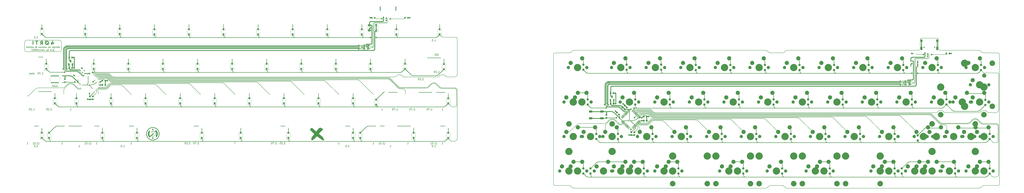
<source format=gbr>
%TF.GenerationSoftware,KiCad,Pcbnew,8.0.8*%
%TF.CreationDate,2025-02-23T20:38:20+01:00*%
%TF.ProjectId,forti rev 3,666f7274-6920-4726-9576-20332e6b6963,rev?*%
%TF.SameCoordinates,Original*%
%TF.FileFunction,Legend,Bot*%
%TF.FilePolarity,Positive*%
%FSLAX46Y46*%
G04 Gerber Fmt 4.6, Leading zero omitted, Abs format (unit mm)*
G04 Created by KiCad (PCBNEW 8.0.8) date 2025-02-23 20:38:20*
%MOMM*%
%LPD*%
G01*
G04 APERTURE LIST*
G04 Aperture macros list*
%AMRoundRect*
0 Rectangle with rounded corners*
0 $1 Rounding radius*
0 $2 $3 $4 $5 $6 $7 $8 $9 X,Y pos of 4 corners*
0 Add a 4 corners polygon primitive as box body*
4,1,4,$2,$3,$4,$5,$6,$7,$8,$9,$2,$3,0*
0 Add four circle primitives for the rounded corners*
1,1,$1+$1,$2,$3*
1,1,$1+$1,$4,$5*
1,1,$1+$1,$6,$7*
1,1,$1+$1,$8,$9*
0 Add four rect primitives between the rounded corners*
20,1,$1+$1,$2,$3,$4,$5,0*
20,1,$1+$1,$4,$5,$6,$7,0*
20,1,$1+$1,$6,$7,$8,$9,0*
20,1,$1+$1,$8,$9,$2,$3,0*%
G04 Aperture macros list end*
%ADD10C,0.381000*%
%ADD11C,0.000000*%
%ADD12C,0.250000*%
%ADD13C,0.200000*%
%ADD14C,0.600000*%
%ADD15C,1.000000*%
%ADD16C,0.150000*%
%ADD17C,0.120000*%
%ADD18C,3.987800*%
%ADD19C,3.048000*%
%ADD20C,0.650000*%
%ADD21O,1.000000X2.100000*%
%ADD22O,1.000000X1.600000*%
%ADD23C,1.750000*%
%ADD24C,2.300000*%
%ADD25RoundRect,0.250000X0.300000X-0.300000X0.300000X0.300000X-0.300000X0.300000X-0.300000X-0.300000X0*%
%ADD26RoundRect,0.200000X-0.200000X-0.275000X0.200000X-0.275000X0.200000X0.275000X-0.200000X0.275000X0*%
%ADD27RoundRect,0.200000X0.200000X0.275000X-0.200000X0.275000X-0.200000X-0.275000X0.200000X-0.275000X0*%
%ADD28R,1.800000X1.100000*%
%ADD29RoundRect,0.225000X-0.250000X0.225000X-0.250000X-0.225000X0.250000X-0.225000X0.250000X0.225000X0*%
%ADD30RoundRect,0.225000X0.335876X0.017678X0.017678X0.335876X-0.335876X-0.017678X-0.017678X-0.335876X0*%
%ADD31RoundRect,0.225000X0.375000X-0.225000X0.375000X0.225000X-0.375000X0.225000X-0.375000X-0.225000X0*%
%ADD32RoundRect,0.225000X-0.225000X-0.250000X0.225000X-0.250000X0.225000X0.250000X-0.225000X0.250000X0*%
%ADD33RoundRect,0.070000X0.521491X-0.422496X-0.422496X0.521491X-0.521491X0.422496X0.422496X-0.521491X0*%
%ADD34RoundRect,0.070000X0.521491X0.422496X0.422496X0.521491X-0.521491X-0.422496X-0.422496X-0.521491X0*%
%ADD35RoundRect,0.150000X0.150000X-0.587500X0.150000X0.587500X-0.150000X0.587500X-0.150000X-0.587500X0*%
%ADD36RoundRect,0.150000X-0.512500X-0.150000X0.512500X-0.150000X0.512500X0.150000X-0.512500X0.150000X0*%
%ADD37RoundRect,0.225000X0.225000X0.250000X-0.225000X0.250000X-0.225000X-0.250000X0.225000X-0.250000X0*%
%ADD38RoundRect,0.200000X0.275000X-0.200000X0.275000X0.200000X-0.275000X0.200000X-0.275000X-0.200000X0*%
%ADD39RoundRect,0.225000X0.017678X-0.335876X0.335876X-0.017678X-0.017678X0.335876X-0.335876X0.017678X0*%
%ADD40RoundRect,0.250000X-0.625000X0.375000X-0.625000X-0.375000X0.625000X-0.375000X0.625000X0.375000X0*%
G04 APERTURE END LIST*
D10*
X227012495Y-41537158D02*
X227012480Y-41537158D01*
X225018888Y-37693458D02*
X225018782Y-37693458D01*
D11*
G36*
X227816580Y-38487417D02*
G01*
X227826737Y-38488190D01*
X227836746Y-38489462D01*
X227846595Y-38491221D01*
X227856271Y-38493454D01*
X227865762Y-38496149D01*
X227875055Y-38499293D01*
X227884137Y-38502874D01*
X227892996Y-38506880D01*
X227901619Y-38511296D01*
X227909995Y-38516112D01*
X227918109Y-38521314D01*
X227925950Y-38526891D01*
X227933506Y-38532828D01*
X227940762Y-38539114D01*
X227947708Y-38545736D01*
X227954330Y-38552682D01*
X227960616Y-38559939D01*
X227966553Y-38567495D01*
X227972129Y-38575336D01*
X227977331Y-38583451D01*
X227982147Y-38591826D01*
X227986563Y-38600450D01*
X227990568Y-38609309D01*
X227994149Y-38618391D01*
X227997293Y-38627684D01*
X227999988Y-38637175D01*
X228002222Y-38646851D01*
X228003980Y-38656700D01*
X228005252Y-38666709D01*
X228006024Y-38676866D01*
X228006285Y-38687158D01*
X228006024Y-38697450D01*
X228005252Y-38707607D01*
X228003980Y-38717616D01*
X228002222Y-38727465D01*
X227999988Y-38737141D01*
X227997293Y-38746632D01*
X227994149Y-38755925D01*
X227990568Y-38765007D01*
X227986563Y-38773866D01*
X227982147Y-38782490D01*
X227977331Y-38790865D01*
X227972129Y-38798980D01*
X227966553Y-38806821D01*
X227960616Y-38814377D01*
X227954330Y-38821634D01*
X227947708Y-38828580D01*
X227940762Y-38835202D01*
X227933506Y-38841488D01*
X227925950Y-38847425D01*
X227918109Y-38853001D01*
X227909995Y-38858204D01*
X227901619Y-38863020D01*
X227892996Y-38867436D01*
X227884137Y-38871442D01*
X227875055Y-38875023D01*
X227865762Y-38878167D01*
X227856271Y-38880862D01*
X227846595Y-38883095D01*
X227836746Y-38884854D01*
X227826737Y-38886126D01*
X227816580Y-38886898D01*
X227806288Y-38887159D01*
X227795996Y-38886898D01*
X227785839Y-38886126D01*
X227775829Y-38884854D01*
X227765980Y-38883095D01*
X227756304Y-38880862D01*
X227746814Y-38878167D01*
X227737521Y-38875023D01*
X227728439Y-38871442D01*
X227719579Y-38867436D01*
X227710956Y-38863020D01*
X227702581Y-38858204D01*
X227694466Y-38853001D01*
X227686625Y-38847425D01*
X227679070Y-38841488D01*
X227671813Y-38835202D01*
X227664867Y-38828580D01*
X227658245Y-38821634D01*
X227651959Y-38814377D01*
X227646022Y-38806821D01*
X227640446Y-38798980D01*
X227635244Y-38790865D01*
X227630429Y-38782490D01*
X227626012Y-38773866D01*
X227622007Y-38765007D01*
X227618426Y-38755925D01*
X227615282Y-38746632D01*
X227612587Y-38737141D01*
X227610354Y-38727465D01*
X227608595Y-38717616D01*
X227607323Y-38707607D01*
X227606551Y-38697450D01*
X227606291Y-38687158D01*
X227606551Y-38676866D01*
X227607323Y-38666709D01*
X227608595Y-38656700D01*
X227610354Y-38646851D01*
X227612587Y-38637175D01*
X227615282Y-38627684D01*
X227618426Y-38618391D01*
X227622007Y-38609309D01*
X227626012Y-38600450D01*
X227630429Y-38591826D01*
X227635244Y-38583451D01*
X227640446Y-38575336D01*
X227646022Y-38567495D01*
X227651959Y-38559939D01*
X227658245Y-38552682D01*
X227664867Y-38545736D01*
X227671813Y-38539114D01*
X227679070Y-38532828D01*
X227686625Y-38526891D01*
X227694466Y-38521314D01*
X227702581Y-38516112D01*
X227710956Y-38511296D01*
X227719579Y-38506880D01*
X227728439Y-38502874D01*
X227737521Y-38499293D01*
X227746814Y-38496149D01*
X227756304Y-38493454D01*
X227765980Y-38491221D01*
X227775829Y-38489462D01*
X227785839Y-38488190D01*
X227795996Y-38487417D01*
X227806288Y-38487157D01*
X227816580Y-38487417D01*
G37*
G36*
X227816580Y-39487519D02*
G01*
X227826737Y-39488291D01*
X227836746Y-39489563D01*
X227846595Y-39491322D01*
X227856271Y-39493555D01*
X227865762Y-39496250D01*
X227875055Y-39499394D01*
X227884137Y-39502975D01*
X227892996Y-39506981D01*
X227901619Y-39511397D01*
X227909995Y-39516213D01*
X227918109Y-39521416D01*
X227925950Y-39526992D01*
X227933506Y-39532929D01*
X227940762Y-39539215D01*
X227947708Y-39545837D01*
X227954330Y-39552783D01*
X227960616Y-39560040D01*
X227966553Y-39567596D01*
X227972129Y-39575437D01*
X227977331Y-39583552D01*
X227982147Y-39591927D01*
X227986563Y-39600551D01*
X227990568Y-39609410D01*
X227994149Y-39618492D01*
X227997293Y-39627785D01*
X227999988Y-39637276D01*
X228002222Y-39646952D01*
X228003980Y-39656801D01*
X228005252Y-39666810D01*
X228006024Y-39676967D01*
X228006285Y-39687259D01*
X228006024Y-39697551D01*
X228005252Y-39707708D01*
X228003980Y-39717717D01*
X228002222Y-39727566D01*
X227999988Y-39737242D01*
X227997293Y-39746733D01*
X227994149Y-39756026D01*
X227990568Y-39765108D01*
X227986563Y-39773967D01*
X227982147Y-39782591D01*
X227977331Y-39790966D01*
X227972129Y-39799081D01*
X227966553Y-39806922D01*
X227960616Y-39814478D01*
X227954330Y-39821735D01*
X227947708Y-39828681D01*
X227940762Y-39835303D01*
X227933506Y-39841589D01*
X227925950Y-39847526D01*
X227918109Y-39853103D01*
X227909995Y-39858305D01*
X227901619Y-39863121D01*
X227892996Y-39867537D01*
X227884137Y-39871543D01*
X227875055Y-39875124D01*
X227865762Y-39878268D01*
X227856271Y-39880963D01*
X227846595Y-39883196D01*
X227836746Y-39884955D01*
X227826737Y-39886227D01*
X227816580Y-39887000D01*
X227806288Y-39887260D01*
X227795996Y-39887000D01*
X227785839Y-39886227D01*
X227775829Y-39884955D01*
X227765980Y-39883196D01*
X227756304Y-39880963D01*
X227746814Y-39878268D01*
X227737521Y-39875124D01*
X227728439Y-39871543D01*
X227719579Y-39867537D01*
X227710956Y-39863121D01*
X227702581Y-39858305D01*
X227694466Y-39853103D01*
X227686625Y-39847526D01*
X227679070Y-39841589D01*
X227671813Y-39835303D01*
X227664867Y-39828681D01*
X227658245Y-39821735D01*
X227651959Y-39814478D01*
X227646022Y-39806922D01*
X227640446Y-39799081D01*
X227635244Y-39790966D01*
X227630429Y-39782591D01*
X227626012Y-39773967D01*
X227622007Y-39765108D01*
X227618426Y-39756026D01*
X227615282Y-39746733D01*
X227612587Y-39737242D01*
X227610354Y-39727566D01*
X227608595Y-39717717D01*
X227607323Y-39707708D01*
X227606551Y-39697551D01*
X227606291Y-39687259D01*
X227606551Y-39676967D01*
X227607323Y-39666810D01*
X227608595Y-39656801D01*
X227610354Y-39646952D01*
X227612587Y-39637276D01*
X227615282Y-39627785D01*
X227618426Y-39618492D01*
X227622007Y-39609410D01*
X227626012Y-39600551D01*
X227630429Y-39591927D01*
X227635244Y-39583552D01*
X227640446Y-39575437D01*
X227646022Y-39567596D01*
X227651959Y-39560040D01*
X227658245Y-39552783D01*
X227664867Y-39545837D01*
X227671813Y-39539215D01*
X227679070Y-39532929D01*
X227686625Y-39526992D01*
X227694466Y-39521416D01*
X227702581Y-39516213D01*
X227710956Y-39511397D01*
X227719579Y-39506981D01*
X227728439Y-39502975D01*
X227737521Y-39499394D01*
X227746814Y-39496250D01*
X227756304Y-39493555D01*
X227765980Y-39491322D01*
X227775829Y-39489563D01*
X227785839Y-39488291D01*
X227795996Y-39487519D01*
X227806288Y-39487258D01*
X227816580Y-39487519D01*
G37*
D10*
X227806288Y-40743457D02*
X227806288Y-39687259D01*
X227806288Y-37443458D02*
X227806288Y-38687158D01*
X227012480Y-50541858D02*
X227012480Y-41537158D01*
X227013533Y-41496313D02*
X227012495Y-41537158D01*
X227016604Y-41456004D02*
X227013533Y-41496313D01*
X227021656Y-41416281D02*
X227016604Y-41456004D01*
X227037509Y-41338794D02*
X227028641Y-41377194D01*
X227048209Y-41301129D02*
X227037509Y-41338794D01*
X227060692Y-41264249D02*
X227048209Y-41301129D01*
X227127453Y-41125586D02*
X227108338Y-41158824D01*
X227245031Y-40975918D02*
X227218748Y-41003483D01*
X227806288Y-40743457D02*
X227765443Y-40744490D01*
X227218748Y-41003483D02*
X227193799Y-41032282D01*
X227170233Y-41062265D02*
X227148101Y-41093383D01*
X227272599Y-40949638D02*
X227245031Y-40975918D01*
X227331386Y-40901130D02*
X227301400Y-40924692D01*
X227362507Y-40879002D02*
X227331386Y-40901130D01*
X227646326Y-40759580D02*
X227607925Y-40768443D01*
X227685413Y-40752601D02*
X227646326Y-40759580D01*
X227725135Y-40747554D02*
X227685413Y-40752601D01*
X227497335Y-40805826D02*
X227462176Y-40821720D01*
X227193799Y-41032282D02*
X227170233Y-41062265D01*
X227394712Y-40858358D02*
X227362507Y-40879002D01*
X227090806Y-41193047D02*
X227074907Y-41228206D01*
X227108338Y-41158824D02*
X227090806Y-41193047D01*
X227301400Y-40924692D02*
X227272599Y-40949638D01*
X227074907Y-41228206D02*
X227060692Y-41264249D01*
X227462176Y-40821720D02*
X227427951Y-40839247D01*
X227765443Y-40744490D02*
X227725135Y-40747554D01*
X227533380Y-40791615D02*
X227497335Y-40805826D01*
X227427951Y-40839247D02*
X227394712Y-40858358D01*
X227028641Y-41377194D02*
X227021656Y-41416281D01*
X227570260Y-40779137D02*
X227533380Y-40791615D01*
X227148101Y-41093383D02*
X227127453Y-41125586D01*
X227607925Y-40768443D02*
X227570260Y-40779137D01*
X224035937Y-36420199D02*
X224032464Y-36465875D01*
X224041657Y-36375188D02*
X224035937Y-36420199D01*
X224049567Y-36330898D02*
X224041657Y-36375188D01*
X224071729Y-36244704D02*
X224059610Y-36287384D01*
X224101974Y-36162071D02*
X224085870Y-36202914D01*
X224059610Y-36287384D02*
X224049567Y-36330898D01*
X224085870Y-36202914D02*
X224071729Y-36244704D01*
X224161504Y-36045787D02*
X224139847Y-36083451D01*
X224184898Y-36009295D02*
X224161504Y-36045787D01*
X224325959Y-35846406D02*
X224294723Y-35876187D01*
X224621451Y-35667334D02*
X224580608Y-35683438D01*
X224358593Y-35818138D02*
X224325959Y-35846406D01*
X224464324Y-35742968D02*
X224427832Y-35766362D01*
X224580608Y-35683438D02*
X224540768Y-35701449D01*
X224705920Y-35641074D02*
X224663241Y-35653194D01*
X224838735Y-35617402D02*
X224793724Y-35623121D01*
X224209974Y-35974033D02*
X224184898Y-36009295D01*
X224264943Y-35907422D02*
X224236674Y-35940057D01*
X224392570Y-35791437D02*
X224358593Y-35818138D01*
X224427832Y-35766362D02*
X224392570Y-35791437D01*
X224793724Y-35623121D02*
X224749434Y-35631031D01*
X224930693Y-35612758D02*
X224884410Y-35613928D01*
X224501988Y-35721311D02*
X224464324Y-35742968D01*
X224540768Y-35701449D02*
X224501988Y-35721311D01*
X224663241Y-35653194D02*
X224621451Y-35667334D01*
X224749434Y-35631031D02*
X224705920Y-35641074D01*
X224032464Y-36465875D02*
X224031294Y-36512158D01*
X224139847Y-36083451D02*
X224119985Y-36122231D01*
X224236674Y-35940057D02*
X224209974Y-35974033D01*
X224884410Y-35613928D02*
X224838735Y-35617402D01*
X224119985Y-36122231D02*
X224101974Y-36162071D01*
X224294723Y-35876187D02*
X224264943Y-35907422D01*
X224930693Y-35612758D02*
X231117185Y-35612758D01*
X224031294Y-37693458D02*
X224031294Y-36512158D01*
X225060416Y-37695574D02*
X225039789Y-37693996D01*
X225176976Y-37725442D02*
X225158534Y-37718163D01*
X225212475Y-37742556D02*
X225194965Y-37733582D01*
X225344320Y-37856706D02*
X225332265Y-37841362D01*
X225229482Y-37752341D02*
X225212475Y-37742556D01*
X225306057Y-37812517D02*
X225291954Y-37799067D01*
X225406732Y-37978921D02*
X225400348Y-37960053D01*
X224043167Y-39608772D02*
X224038032Y-39637504D01*
X224077176Y-39499252D02*
X224066727Y-39525747D01*
X224049685Y-39580544D02*
X224043167Y-39608772D01*
X224101750Y-39448250D02*
X224088863Y-39473407D01*
X224147246Y-39377268D02*
X224130978Y-39400143D01*
X224265702Y-39258811D02*
X224243661Y-39276133D01*
X224088863Y-39473407D02*
X224077176Y-39499252D01*
X224288577Y-39242542D02*
X224265702Y-39258811D01*
X225424986Y-38099658D02*
X225424986Y-47366859D01*
X225039789Y-37693996D02*
X225018888Y-37693458D01*
X225080742Y-37698166D02*
X225060416Y-37695574D01*
X225120391Y-37706290D02*
X225100742Y-37701747D01*
X225261879Y-37774238D02*
X225245958Y-37762910D01*
X225412203Y-37998189D02*
X225406732Y-37978921D01*
X225319502Y-37826624D02*
X225306057Y-37812517D01*
X224115800Y-39423816D02*
X224101750Y-39448250D01*
X225416737Y-38017834D02*
X225412203Y-37998189D01*
X225393078Y-37941613D02*
X225384947Y-37923624D01*
X224038032Y-39637504D02*
X224034317Y-39666703D01*
X224032058Y-39696333D02*
X224031294Y-39726358D01*
X225100742Y-37701747D02*
X225080742Y-37698166D01*
X225139663Y-37711771D02*
X225120391Y-37706290D01*
X225332265Y-37841362D02*
X225319502Y-37826624D01*
X225422890Y-38058148D02*
X225420308Y-38037828D01*
X224182907Y-39334056D02*
X224164568Y-39355226D01*
X225424457Y-38078766D02*
X225422890Y-38058148D01*
X225245958Y-37762910D02*
X225229482Y-37752341D01*
X224130978Y-39400143D02*
X224115800Y-39423816D01*
X225158534Y-37718163D02*
X225139663Y-37711771D01*
X225277220Y-37786298D02*
X225261879Y-37774238D01*
X225291954Y-37799067D02*
X225277220Y-37786298D01*
X224031294Y-40493457D02*
X224031294Y-39726358D01*
X224034317Y-39666703D02*
X224032058Y-39696333D01*
X224312249Y-39227364D02*
X224288577Y-39242542D01*
X225366203Y-37889107D02*
X225355641Y-37872629D01*
X225375980Y-37906114D02*
X225366203Y-37889107D01*
X225420308Y-38037828D02*
X225416737Y-38017834D01*
X224243661Y-39276133D02*
X224222490Y-39294472D01*
X225424986Y-38099658D02*
X225424457Y-38078766D01*
X224066727Y-39525747D02*
X224057551Y-39552857D01*
X224031294Y-37693458D02*
X225018782Y-37693458D01*
X225384947Y-37923624D02*
X225375980Y-37906114D01*
X225194965Y-37733582D02*
X225176976Y-37725442D01*
X224057551Y-39552857D02*
X224049685Y-39580544D01*
X224164568Y-39355226D02*
X224147246Y-39377268D01*
X225355641Y-37872629D02*
X225344320Y-37856706D01*
X225400348Y-37960053D02*
X225393078Y-37941613D01*
X224222490Y-39294472D02*
X224202227Y-39313792D01*
X224202227Y-39313792D02*
X224182907Y-39334056D01*
X224336683Y-39213314D02*
X224312249Y-39227364D01*
X224361840Y-39200426D02*
X224336683Y-39213314D01*
X224387684Y-39188740D02*
X224361840Y-39200426D01*
D11*
G36*
X227826872Y-39287780D02*
G01*
X227847186Y-39289325D01*
X227867204Y-39291868D01*
X227886902Y-39295386D01*
X227906254Y-39299852D01*
X227925236Y-39305243D01*
X227943821Y-39311531D01*
X227961986Y-39318693D01*
X227979704Y-39326704D01*
X227996951Y-39335537D01*
X228013702Y-39345168D01*
X228029931Y-39355573D01*
X228045613Y-39366725D01*
X228060724Y-39378600D01*
X228075237Y-39391172D01*
X228089128Y-39404416D01*
X228102373Y-39418308D01*
X228114944Y-39432822D01*
X228126819Y-39447932D01*
X228137971Y-39463615D01*
X228148375Y-39479844D01*
X228158006Y-39496595D01*
X228166839Y-39513842D01*
X228174849Y-39531561D01*
X228182011Y-39549725D01*
X228188299Y-39568311D01*
X228193689Y-39587293D01*
X228198155Y-39606645D01*
X228201673Y-39626343D01*
X228204217Y-39646361D01*
X228205761Y-39666675D01*
X228206282Y-39687259D01*
X228205761Y-39707843D01*
X228204217Y-39728157D01*
X228201673Y-39748175D01*
X228198155Y-39767873D01*
X228193689Y-39787226D01*
X228188299Y-39806207D01*
X228182011Y-39824793D01*
X228174849Y-39842957D01*
X228166839Y-39860676D01*
X228158006Y-39877923D01*
X228148375Y-39894674D01*
X228137971Y-39910903D01*
X228126819Y-39926586D01*
X228114944Y-39941696D01*
X228102373Y-39956210D01*
X228089128Y-39970102D01*
X228075237Y-39983346D01*
X228060724Y-39995919D01*
X228045613Y-40007793D01*
X228029931Y-40018945D01*
X228013702Y-40029350D01*
X227996951Y-40038981D01*
X227979704Y-40047815D01*
X227961986Y-40055825D01*
X227943821Y-40062987D01*
X227925236Y-40069276D01*
X227906254Y-40074666D01*
X227886902Y-40079132D01*
X227867204Y-40082650D01*
X227847186Y-40085194D01*
X227826872Y-40086738D01*
X227806288Y-40087259D01*
X227785703Y-40086738D01*
X227765390Y-40085194D01*
X227745371Y-40082650D01*
X227725673Y-40079132D01*
X227706321Y-40074666D01*
X227687339Y-40069276D01*
X227668754Y-40062987D01*
X227650589Y-40055825D01*
X227632871Y-40047815D01*
X227615624Y-40038981D01*
X227598874Y-40029350D01*
X227582645Y-40018945D01*
X227566962Y-40007793D01*
X227551852Y-39995919D01*
X227537338Y-39983346D01*
X227523447Y-39970102D01*
X227510203Y-39956210D01*
X227497631Y-39941696D01*
X227485757Y-39926586D01*
X227474605Y-39910903D01*
X227464201Y-39894674D01*
X227454570Y-39877923D01*
X227445736Y-39860676D01*
X227437726Y-39842957D01*
X227430565Y-39824793D01*
X227424276Y-39806207D01*
X227418886Y-39787226D01*
X227414420Y-39767873D01*
X227410902Y-39748175D01*
X227408359Y-39728157D01*
X227406814Y-39707843D01*
X227406294Y-39687259D01*
X227406814Y-39666675D01*
X227408359Y-39646361D01*
X227410902Y-39626343D01*
X227414420Y-39606645D01*
X227418886Y-39587293D01*
X227424276Y-39568311D01*
X227430565Y-39549725D01*
X227437726Y-39531561D01*
X227445736Y-39513842D01*
X227454570Y-39496595D01*
X227464201Y-39479844D01*
X227474605Y-39463615D01*
X227485757Y-39447932D01*
X227497631Y-39432822D01*
X227510203Y-39418308D01*
X227523447Y-39404416D01*
X227537338Y-39391172D01*
X227551852Y-39378600D01*
X227566962Y-39366725D01*
X227582645Y-39355573D01*
X227598874Y-39345168D01*
X227615624Y-39335537D01*
X227632871Y-39326704D01*
X227650589Y-39318693D01*
X227668754Y-39311531D01*
X227687339Y-39305243D01*
X227706321Y-39299852D01*
X227725673Y-39295386D01*
X227745371Y-39291868D01*
X227765390Y-39289325D01*
X227785703Y-39287780D01*
X227806288Y-39287259D01*
X227826872Y-39287780D01*
G37*
G36*
X227826872Y-38287679D02*
G01*
X227847186Y-38289223D01*
X227867204Y-38291767D01*
X227886902Y-38295285D01*
X227906254Y-38299751D01*
X227925236Y-38305141D01*
X227943821Y-38311430D01*
X227961986Y-38318592D01*
X227979704Y-38326602D01*
X227996951Y-38335436D01*
X228013702Y-38345067D01*
X228029931Y-38355472D01*
X228045613Y-38366624D01*
X228060724Y-38378498D01*
X228075237Y-38391071D01*
X228089128Y-38404315D01*
X228102373Y-38418207D01*
X228114944Y-38432721D01*
X228126819Y-38447831D01*
X228137971Y-38463514D01*
X228148375Y-38479743D01*
X228158006Y-38496494D01*
X228166839Y-38513741D01*
X228174849Y-38531460D01*
X228182011Y-38549624D01*
X228188299Y-38568210D01*
X228193689Y-38587191D01*
X228198155Y-38606544D01*
X228201673Y-38626242D01*
X228204217Y-38646260D01*
X228205761Y-38666574D01*
X228206282Y-38687158D01*
X228205761Y-38707742D01*
X228204217Y-38728056D01*
X228201673Y-38748074D01*
X228198155Y-38767772D01*
X228193689Y-38787124D01*
X228188299Y-38806106D01*
X228182011Y-38824692D01*
X228174849Y-38842856D01*
X228166839Y-38860575D01*
X228158006Y-38877822D01*
X228148375Y-38894573D01*
X228137971Y-38910802D01*
X228126819Y-38926485D01*
X228114944Y-38941595D01*
X228102373Y-38956109D01*
X228089128Y-38970001D01*
X228075237Y-38983245D01*
X228060724Y-38995817D01*
X228045613Y-39007692D01*
X228029931Y-39018844D01*
X228013702Y-39029249D01*
X227996951Y-39038880D01*
X227979704Y-39047713D01*
X227961986Y-39055724D01*
X227943821Y-39062886D01*
X227925236Y-39069174D01*
X227906254Y-39074565D01*
X227886902Y-39079031D01*
X227867204Y-39082549D01*
X227847186Y-39085092D01*
X227826872Y-39086637D01*
X227806288Y-39087158D01*
X227785703Y-39086637D01*
X227765390Y-39085092D01*
X227745371Y-39082549D01*
X227725673Y-39079031D01*
X227706321Y-39074565D01*
X227687339Y-39069174D01*
X227668754Y-39062886D01*
X227650589Y-39055724D01*
X227632871Y-39047713D01*
X227615624Y-39038880D01*
X227598874Y-39029249D01*
X227582645Y-39018844D01*
X227566962Y-39007692D01*
X227551852Y-38995817D01*
X227537338Y-38983245D01*
X227523447Y-38970001D01*
X227510203Y-38956109D01*
X227497631Y-38941595D01*
X227485757Y-38926485D01*
X227474605Y-38910802D01*
X227464201Y-38894573D01*
X227454570Y-38877822D01*
X227445736Y-38860575D01*
X227437726Y-38842856D01*
X227430565Y-38824692D01*
X227424276Y-38806106D01*
X227418886Y-38787124D01*
X227414420Y-38767772D01*
X227410902Y-38748074D01*
X227408359Y-38728056D01*
X227406814Y-38707742D01*
X227406294Y-38687158D01*
X227406814Y-38666574D01*
X227408359Y-38646260D01*
X227410902Y-38626242D01*
X227414420Y-38606544D01*
X227418886Y-38587191D01*
X227424276Y-38568210D01*
X227430565Y-38549624D01*
X227437726Y-38531460D01*
X227445736Y-38513741D01*
X227454570Y-38496494D01*
X227464201Y-38479743D01*
X227474605Y-38463514D01*
X227485757Y-38447831D01*
X227497631Y-38432721D01*
X227510203Y-38418207D01*
X227523447Y-38404315D01*
X227537338Y-38391071D01*
X227551852Y-38378498D01*
X227566962Y-38366624D01*
X227582645Y-38355472D01*
X227598874Y-38345067D01*
X227615624Y-38335436D01*
X227632871Y-38326602D01*
X227650589Y-38318592D01*
X227668754Y-38311430D01*
X227687339Y-38305141D01*
X227706321Y-38299751D01*
X227725673Y-38295285D01*
X227745371Y-38291767D01*
X227765390Y-38289223D01*
X227785703Y-38287679D01*
X227806288Y-38287158D01*
X227826872Y-38287679D01*
G37*
G36*
X224635374Y-38743379D02*
G01*
X224655688Y-38744923D01*
X224675706Y-38747467D01*
X224695404Y-38750985D01*
X224714757Y-38755451D01*
X224733738Y-38760841D01*
X224752324Y-38767130D01*
X224770488Y-38774292D01*
X224788206Y-38782302D01*
X224805453Y-38791136D01*
X224822204Y-38800767D01*
X224838433Y-38811172D01*
X224854115Y-38822324D01*
X224869226Y-38834198D01*
X224883739Y-38846771D01*
X224897631Y-38860015D01*
X224910875Y-38873907D01*
X224923447Y-38888420D01*
X224935321Y-38903531D01*
X224946473Y-38919214D01*
X224956877Y-38935443D01*
X224966508Y-38952194D01*
X224975341Y-38969441D01*
X224983351Y-38987159D01*
X224990513Y-39005324D01*
X224996801Y-39023910D01*
X225002191Y-39042891D01*
X225006658Y-39062244D01*
X225010175Y-39081942D01*
X225012719Y-39101960D01*
X225014263Y-39122274D01*
X225014784Y-39142858D01*
X225014263Y-39163442D01*
X225012719Y-39183756D01*
X225010175Y-39203774D01*
X225006658Y-39223472D01*
X225002191Y-39242824D01*
X224996801Y-39261806D01*
X224990513Y-39280392D01*
X224983351Y-39298556D01*
X224975341Y-39316275D01*
X224966508Y-39333522D01*
X224956877Y-39350273D01*
X224946473Y-39366502D01*
X224935321Y-39382185D01*
X224923447Y-39397295D01*
X224910875Y-39411809D01*
X224897631Y-39425701D01*
X224883739Y-39438945D01*
X224869226Y-39451517D01*
X224854115Y-39463392D01*
X224838433Y-39474544D01*
X224822204Y-39484948D01*
X224805453Y-39494580D01*
X224788206Y-39503413D01*
X224770488Y-39511424D01*
X224752324Y-39518586D01*
X224733738Y-39524874D01*
X224714757Y-39530265D01*
X224695404Y-39534731D01*
X224675706Y-39538249D01*
X224655688Y-39540792D01*
X224635374Y-39542337D01*
X224614790Y-39542857D01*
X224594206Y-39542337D01*
X224573892Y-39540792D01*
X224553873Y-39538249D01*
X224534175Y-39534731D01*
X224514823Y-39530265D01*
X224495842Y-39524874D01*
X224477256Y-39518586D01*
X224459092Y-39511424D01*
X224441373Y-39503413D01*
X224424126Y-39494580D01*
X224407376Y-39484948D01*
X224391147Y-39474544D01*
X224375464Y-39463392D01*
X224360354Y-39451517D01*
X224345841Y-39438945D01*
X224331949Y-39425701D01*
X224318705Y-39411809D01*
X224306133Y-39397295D01*
X224294259Y-39382185D01*
X224283107Y-39366502D01*
X224272703Y-39350273D01*
X224263072Y-39333522D01*
X224254239Y-39316275D01*
X224246229Y-39298556D01*
X224239067Y-39280392D01*
X224232778Y-39261806D01*
X224227388Y-39242824D01*
X224222922Y-39223472D01*
X224219405Y-39203774D01*
X224216861Y-39183756D01*
X224215316Y-39163442D01*
X224214796Y-39142858D01*
X224215316Y-39122274D01*
X224216861Y-39101960D01*
X224219405Y-39081942D01*
X224222922Y-39062244D01*
X224227388Y-39042891D01*
X224232778Y-39023910D01*
X224239067Y-39005324D01*
X224246229Y-38987159D01*
X224254239Y-38969441D01*
X224263072Y-38952194D01*
X224272703Y-38935443D01*
X224283107Y-38919214D01*
X224294259Y-38903531D01*
X224306133Y-38888420D01*
X224318705Y-38873907D01*
X224331949Y-38860015D01*
X224345841Y-38846771D01*
X224360354Y-38834198D01*
X224375464Y-38822324D01*
X224391147Y-38811172D01*
X224407376Y-38800767D01*
X224424126Y-38791136D01*
X224441373Y-38782302D01*
X224459092Y-38774292D01*
X224477256Y-38767130D01*
X224495842Y-38760841D01*
X224514823Y-38755451D01*
X224534175Y-38750985D01*
X224553873Y-38747467D01*
X224573892Y-38744923D01*
X224594206Y-38743379D01*
X224614790Y-38742858D01*
X224635374Y-38743379D01*
G37*
D12*
X565151700Y-113136500D02*
X565151700Y-113136493D01*
X393701696Y-113136493D02*
X393701704Y-113136500D01*
X365680700Y-86118602D02*
X366034299Y-85764998D01*
X363942300Y-85221400D02*
X363952199Y-85231399D01*
X355462001Y-82937697D02*
X355461999Y-82937701D01*
X354897755Y-82779773D02*
X354903447Y-82783370D01*
X360696802Y-82487704D02*
X360696802Y-82487701D01*
D13*
X525287504Y-53279700D02*
X525290569Y-53340405D01*
X521970914Y-68534499D02*
X521970899Y-68534499D01*
X523674894Y-69315301D02*
X523674894Y-69315299D01*
X524348005Y-56679500D02*
X524347898Y-56679500D01*
X524347990Y-69013501D02*
X524348005Y-69013499D01*
D12*
X370721101Y-94246699D02*
X370721101Y-94246703D01*
X370721200Y-94093600D02*
X370721101Y-94093600D01*
X370646001Y-93912299D02*
X370646074Y-93912368D01*
X362972200Y-90027000D02*
X362972280Y-90027087D01*
D10*
X356981203Y-85305594D02*
X356981199Y-85305598D01*
X357933603Y-81972201D02*
X357933698Y-81972201D01*
X356959501Y-79524200D02*
X356959600Y-79524200D01*
X356783708Y-79099807D02*
X356947861Y-79406566D01*
X374655099Y-88216102D02*
X374655103Y-88216102D01*
D12*
X366741399Y-85057899D02*
X367123601Y-84675700D01*
X366990901Y-89947949D02*
X366932204Y-90040826D01*
X354874099Y-70967799D02*
X354874000Y-70967799D01*
D10*
X355389600Y-74302001D02*
X355389600Y-73717300D01*
X355389499Y-71336000D02*
X355389600Y-71336000D01*
D12*
X517653196Y-70434503D02*
X517653196Y-70434501D01*
X517310499Y-70292600D02*
X517310606Y-70292600D01*
D10*
X355955200Y-68780500D02*
X356030654Y-69750086D01*
X359579000Y-75204299D02*
X359579042Y-75204440D01*
D13*
X376806299Y-88023501D02*
X376806299Y-88322200D01*
X373166002Y-87701999D02*
X373166002Y-87701995D01*
D12*
X372060102Y-88807799D02*
X372060098Y-88807799D01*
D13*
X539397001Y-92589206D02*
X539397001Y-92589202D01*
X370860300Y-86472098D02*
X370506799Y-86118602D01*
X371213899Y-86825702D02*
X371567400Y-87179198D01*
X478287702Y-88378299D02*
X478287717Y-88378299D01*
X372274499Y-87886401D02*
X371920999Y-87532802D01*
X379166002Y-88192500D02*
X379166002Y-88192599D01*
X373528200Y-91653499D02*
X373528196Y-91653499D01*
X376251501Y-91653400D02*
X376251501Y-91653499D01*
X440987699Y-89178302D02*
X440987699Y-89178306D01*
X378969301Y-89764098D02*
X378969301Y-89764102D01*
X379135000Y-90164100D02*
X379134901Y-90164100D01*
X373175100Y-92053500D02*
X373175100Y-92053401D01*
X371920999Y-91651702D02*
X372274499Y-91298099D01*
X372520002Y-92250800D02*
X372520002Y-92250701D01*
X403687704Y-89978400D02*
X403687704Y-89978301D01*
X377997098Y-91867698D02*
X377997098Y-91867702D01*
X373009397Y-92453399D02*
X373009401Y-92453399D01*
X378162801Y-92267600D02*
X378162801Y-92267699D01*
X372568799Y-92853499D02*
X372568799Y-92853400D01*
X371213899Y-92358802D02*
X371567400Y-92005302D01*
X372429201Y-93574199D02*
X372429189Y-93574187D01*
X363560304Y-92358001D02*
X363560300Y-92358001D01*
X359394601Y-90417998D02*
X359394498Y-90417998D01*
X356236499Y-90417998D02*
X356236501Y-90417998D01*
X371903699Y-94507800D02*
X371903799Y-94507796D01*
X371624200Y-93476199D02*
X371624105Y-93476203D01*
D12*
X370506799Y-93065902D02*
X370860300Y-92712401D01*
D13*
X363913000Y-91298099D02*
X363559400Y-90944598D01*
X337895899Y-92974505D02*
X337895900Y-92974502D01*
X356070798Y-90018001D02*
X356070800Y-90018001D01*
X361319799Y-91774001D02*
X361323598Y-91781501D01*
D12*
X546101697Y-113136500D02*
X546101682Y-113136493D01*
X520413023Y-113672992D02*
X520413007Y-113672999D01*
X521827207Y-113087298D02*
X521827207Y-113087199D01*
X477045438Y-113136447D02*
X477045499Y-113136500D01*
X450851690Y-113136493D02*
X450851697Y-113136500D01*
X429420446Y-113136455D02*
X429420499Y-113136500D01*
X374651689Y-113136493D02*
X374651700Y-113136500D01*
X348962900Y-113672999D02*
X348963001Y-113672999D01*
X341314189Y-113136493D02*
X341314201Y-113136500D01*
X430591978Y-121321780D02*
X430592000Y-121321803D01*
X477631299Y-119895198D02*
X477631193Y-119895198D01*
X478216993Y-121309398D02*
X478217054Y-121309451D01*
X394873281Y-121321788D02*
X394873296Y-121321803D01*
X547273298Y-121309398D02*
X547273313Y-121309405D01*
X375823301Y-121321803D02*
X375823282Y-121321780D01*
X344690900Y-121529803D02*
X344690898Y-121529803D01*
X565151731Y-94086520D02*
X565151700Y-94086501D01*
X529937894Y-94623000D02*
X529938001Y-94623000D01*
X474664213Y-94086520D02*
X474664197Y-94086501D01*
X512764219Y-94086520D02*
X512764204Y-94086501D01*
X493665006Y-94037200D02*
X494064386Y-94558911D01*
X493714200Y-94086490D02*
X493714200Y-94086501D01*
X455614225Y-94086520D02*
X455614194Y-94086501D01*
X398464200Y-94086501D02*
X398464223Y-94086520D01*
X417465002Y-94037200D02*
X417908232Y-94646125D01*
X417514196Y-94086490D02*
X417514204Y-94086501D01*
X436564222Y-94086520D02*
X436564199Y-94086501D01*
X379364999Y-94037200D02*
X379882882Y-94826343D01*
X379414190Y-94086490D02*
X379414201Y-94086501D01*
X360315000Y-94037200D02*
X360613960Y-94391093D01*
X360364187Y-94086490D02*
X360364198Y-94086501D01*
D13*
X564360807Y-101894000D02*
X564360822Y-101894000D01*
D12*
X380585783Y-102259379D02*
X380585802Y-102259399D01*
X351821199Y-102469901D02*
X351821201Y-102469901D01*
X513935804Y-102259399D02*
X513935789Y-102259379D01*
X418685796Y-102259399D02*
X418685781Y-102259383D01*
X437735776Y-102259379D02*
X437735799Y-102259399D01*
X475835798Y-102259399D02*
X475835783Y-102259379D01*
X564373106Y-101881599D02*
X564373121Y-101881599D01*
D13*
X567418806Y-102198501D02*
X567418699Y-102198501D01*
X569324003Y-102479800D02*
X569324003Y-102479701D01*
X570305295Y-93561000D02*
X570305204Y-93561000D01*
X569117704Y-92373500D02*
X569117795Y-92373500D01*
X554997022Y-91601501D02*
X554997007Y-91601501D01*
X539563001Y-92187202D02*
X539563001Y-92187301D01*
X532551694Y-86778300D02*
X532551710Y-86778396D01*
X381408601Y-86778400D02*
X381408601Y-86778300D01*
D12*
X452023298Y-121321803D02*
X452023275Y-121321780D01*
X564560606Y-120931598D02*
X564560621Y-120931598D01*
D13*
X568153394Y-121529803D02*
X568153379Y-121529803D01*
X568912504Y-121529697D02*
X568912504Y-121529803D01*
X569254804Y-91973498D02*
X569254819Y-91973498D01*
X562369077Y-91973498D02*
X562369092Y-91973498D01*
X557930997Y-89192199D02*
X557930982Y-89192302D01*
X370189298Y-85021800D02*
X370189302Y-85021800D01*
X370153200Y-85764998D02*
X369799600Y-85411502D01*
D12*
X494885801Y-102259399D02*
X494885801Y-102259410D01*
X456785795Y-102259399D02*
X456785795Y-102259410D01*
X361535799Y-102259399D02*
X361535779Y-102259379D01*
X399635778Y-102259379D02*
X399635801Y-102259399D01*
X541290006Y-74987201D02*
X541689405Y-75508951D01*
X541339231Y-75036521D02*
X541339200Y-75036502D01*
X522240003Y-74987201D02*
X522757872Y-75776344D01*
X522289182Y-75036490D02*
X522289197Y-75036502D01*
X503190000Y-74987201D02*
X503488989Y-75341133D01*
X503239225Y-75036521D02*
X503239194Y-75036502D01*
X484189207Y-75036490D02*
X484189207Y-75036502D01*
X446089193Y-75036490D02*
X446089200Y-75036502D01*
X465089994Y-74987201D02*
X465533226Y-75596125D01*
X465139188Y-75036490D02*
X465139204Y-75036502D01*
X427039220Y-75036521D02*
X427039197Y-75036502D01*
X407989194Y-75036490D02*
X407989202Y-75036502D01*
X388889997Y-74987201D02*
X389072078Y-75183219D01*
X388939222Y-75036521D02*
X388939199Y-75036502D01*
X369889219Y-75036521D02*
X369889200Y-75036502D01*
X343695501Y-75036502D02*
X343695451Y-75036452D01*
X466310819Y-83209411D02*
X466310804Y-83209399D01*
X523460798Y-83209399D02*
X523460813Y-83209411D01*
X409160810Y-83209411D02*
X409160802Y-83209399D01*
X519362394Y-68534499D02*
X519362394Y-69484500D01*
X517368803Y-68734700D02*
X517368696Y-68734599D01*
X354374099Y-70966701D02*
X354373998Y-70966701D01*
X354421300Y-83337298D02*
X354858433Y-82754922D01*
X447260801Y-83209399D02*
X447260808Y-83209411D01*
X504410764Y-83209380D02*
X504410795Y-83209399D01*
X485360807Y-83209399D02*
X485360776Y-83209380D01*
X540560621Y-82831599D02*
X540560606Y-82831599D01*
X428210798Y-83209399D02*
X428210775Y-83209380D01*
X390110799Y-83209399D02*
X390110776Y-83209380D01*
X346790901Y-83336001D02*
X346790899Y-83336001D01*
X353147501Y-83336001D02*
X352218700Y-83336001D01*
X560339994Y-55937200D02*
X560522052Y-56133182D01*
X560389188Y-55986489D02*
X560389204Y-55986500D01*
X536576719Y-55986519D02*
X536576704Y-55986500D01*
X422276716Y-55986519D02*
X422276700Y-55986500D01*
X384176698Y-55986500D02*
X384176717Y-55986519D01*
X403226713Y-55986519D02*
X403226697Y-55986500D01*
X365126688Y-55986489D02*
X365126699Y-55986500D01*
X341264940Y-55937140D02*
X341535711Y-56267349D01*
X517526700Y-55986489D02*
X517526700Y-55986500D01*
X460327497Y-55937200D02*
X460770760Y-56546163D01*
X460376737Y-55986519D02*
X460376707Y-55986500D01*
X441277502Y-55937200D02*
X441576467Y-56291093D01*
X441326696Y-55986489D02*
X441326704Y-55986500D01*
X498476713Y-55986519D02*
X498476697Y-55986500D01*
X479377500Y-55937200D02*
X479426725Y-55986519D01*
X479426725Y-55986519D02*
X479426694Y-55986500D01*
X366298280Y-63971881D02*
X366298299Y-63971900D01*
X537748304Y-63984300D02*
X537748289Y-63984281D01*
X423448301Y-63984300D02*
X423448278Y-63984281D01*
X442498281Y-63984286D02*
X442498296Y-63984300D01*
X518698301Y-63984300D02*
X518698270Y-63984281D01*
X371060800Y-83209399D02*
X371060781Y-83209380D01*
D13*
X369446100Y-85057899D02*
X369092500Y-84704398D01*
D12*
X558559095Y-64192300D02*
X558559095Y-64192201D01*
X559973295Y-63606500D02*
X559973310Y-63606500D01*
D13*
X569942197Y-64012300D02*
X569942106Y-64012200D01*
X568912504Y-85978400D02*
X568912504Y-85978301D01*
X564221403Y-85392600D02*
X564221403Y-85392501D01*
X562752698Y-84752200D02*
X562752714Y-84752200D01*
X537156980Y-85392501D02*
X537156995Y-85392600D01*
D12*
X480598295Y-63984300D02*
X480598264Y-63984281D01*
X499648283Y-63984281D02*
X499648298Y-63984300D01*
X404398275Y-63984281D02*
X404398298Y-63984300D01*
X344678600Y-64179900D02*
X344678598Y-64179900D01*
X385348299Y-63984300D02*
X385348279Y-63984281D01*
X461548307Y-63984300D02*
X461548276Y-63984281D01*
D10*
X525256193Y-70284400D02*
X525256299Y-70284400D01*
X525256208Y-61279700D02*
X525256193Y-61279700D01*
X530048887Y-54667200D02*
X530048902Y-54667200D01*
X523262601Y-57436000D02*
X523262495Y-57436000D01*
X522934095Y-67844001D02*
X522934095Y-67843900D01*
D13*
X525256193Y-56254800D02*
X525256193Y-56254700D01*
X524224897Y-69715301D02*
X524224897Y-69715200D01*
X521637403Y-70434501D02*
X522126005Y-70422783D01*
X522130506Y-70434501D02*
X522126005Y-70422783D01*
D10*
X521637403Y-69484500D02*
X521637403Y-70434501D01*
X521160505Y-69484502D02*
X521160505Y-69484500D01*
X520499815Y-68245101D02*
X520499906Y-68245101D01*
X528192899Y-46229700D02*
X528192899Y-45929800D01*
D14*
X528192899Y-50959700D02*
X528192899Y-50409700D01*
D10*
X536832899Y-46229700D02*
X536832899Y-45929800D01*
D14*
X536832899Y-50959700D02*
X536832899Y-50659700D01*
D13*
X443640203Y-52233600D02*
X443640104Y-52233600D01*
X442085798Y-51492300D02*
X442085805Y-51492301D01*
X335409899Y-52233601D02*
X335409901Y-52233601D01*
X326437500Y-52975101D02*
X326437500Y-52975000D01*
X335409400Y-126952601D02*
X335409300Y-126952701D01*
X442087797Y-127692302D02*
X442087797Y-127692203D01*
X451331510Y-126213000D02*
X451331502Y-126213000D01*
X452884397Y-126952601D02*
X452884305Y-126952701D01*
X559562803Y-127692302D02*
X559562803Y-127692203D01*
X571087598Y-53975000D02*
X571087507Y-53975000D01*
X562669508Y-52975001D02*
X562669508Y-52975000D01*
X561115201Y-52233600D02*
X561115095Y-52233600D01*
X559560804Y-51492300D02*
X559560819Y-51492301D01*
X452884901Y-52233600D02*
X452884885Y-52233601D01*
D11*
G36*
X365116713Y-55176191D02*
G01*
X365155411Y-55179134D01*
X365193546Y-55183980D01*
X365231071Y-55190681D01*
X365267937Y-55199189D01*
X365304096Y-55209458D01*
X365339502Y-55221438D01*
X365374106Y-55235081D01*
X365407860Y-55250341D01*
X365440716Y-55267169D01*
X365472626Y-55285517D01*
X365503543Y-55305337D01*
X365533418Y-55326582D01*
X365562204Y-55349203D01*
X365589853Y-55373153D01*
X365616317Y-55398384D01*
X365641548Y-55424848D01*
X365665498Y-55452497D01*
X365688119Y-55481283D01*
X365709364Y-55511158D01*
X365729184Y-55542075D01*
X365747532Y-55573985D01*
X365764360Y-55606841D01*
X365779620Y-55640595D01*
X365793264Y-55675198D01*
X365805244Y-55710604D01*
X365815512Y-55746764D01*
X365824021Y-55783630D01*
X365830722Y-55821155D01*
X365835568Y-55859290D01*
X365838510Y-55897987D01*
X365839502Y-55937200D01*
X365838510Y-55976412D01*
X365835568Y-56015110D01*
X365830722Y-56053245D01*
X365824021Y-56090769D01*
X365815512Y-56127635D01*
X365805244Y-56163795D01*
X365793264Y-56199201D01*
X365779620Y-56233805D01*
X365764360Y-56267558D01*
X365747532Y-56300414D01*
X365729184Y-56332324D01*
X365709364Y-56363241D01*
X365688119Y-56393117D01*
X365665498Y-56421903D01*
X365641548Y-56449551D01*
X365616317Y-56476015D01*
X365589853Y-56501246D01*
X365562204Y-56525196D01*
X365533418Y-56547817D01*
X365503543Y-56569062D01*
X365472626Y-56588882D01*
X365440716Y-56607230D01*
X365407860Y-56624058D01*
X365374106Y-56639318D01*
X365339502Y-56652962D01*
X365304096Y-56664942D01*
X365267937Y-56675210D01*
X365231071Y-56683719D01*
X365193546Y-56690420D01*
X365155411Y-56695266D01*
X365116713Y-56698208D01*
X365077501Y-56699200D01*
X365038288Y-56698208D01*
X364999591Y-56695266D01*
X364961456Y-56690420D01*
X364923931Y-56683719D01*
X364887065Y-56675210D01*
X364850905Y-56664942D01*
X364815499Y-56652962D01*
X364780896Y-56639318D01*
X364747142Y-56624058D01*
X364714286Y-56607230D01*
X364682376Y-56588882D01*
X364651459Y-56569062D01*
X364621584Y-56547817D01*
X364592798Y-56525196D01*
X364565149Y-56501246D01*
X364538685Y-56476015D01*
X364513454Y-56449551D01*
X364489504Y-56421903D01*
X364466882Y-56393117D01*
X364445638Y-56363241D01*
X364425817Y-56332324D01*
X364407469Y-56300414D01*
X364390641Y-56267558D01*
X364375382Y-56233805D01*
X364361738Y-56199201D01*
X364349758Y-56163795D01*
X364339490Y-56127635D01*
X364330981Y-56090769D01*
X364324280Y-56053245D01*
X364319434Y-56015110D01*
X364316491Y-55976412D01*
X364315500Y-55937200D01*
X364316491Y-55897987D01*
X364319434Y-55859290D01*
X364324280Y-55821155D01*
X364330981Y-55783630D01*
X364339490Y-55746764D01*
X364349758Y-55710604D01*
X364361738Y-55675198D01*
X364375382Y-55640595D01*
X364390641Y-55606841D01*
X364407469Y-55573985D01*
X364425817Y-55542075D01*
X364445638Y-55511158D01*
X364466882Y-55481283D01*
X364489504Y-55452497D01*
X364513454Y-55424848D01*
X364538685Y-55398384D01*
X364565149Y-55373153D01*
X364592798Y-55349203D01*
X364621584Y-55326582D01*
X364651459Y-55305337D01*
X364682376Y-55285517D01*
X364714286Y-55267169D01*
X364747142Y-55250341D01*
X364780896Y-55235081D01*
X364815499Y-55221438D01*
X364850905Y-55209458D01*
X364887065Y-55199189D01*
X364923931Y-55190681D01*
X364961456Y-55183980D01*
X364999591Y-55179134D01*
X365038288Y-55176191D01*
X365077501Y-55175200D01*
X365116713Y-55176191D01*
G37*
G36*
X358766711Y-57716193D02*
G01*
X358805409Y-57719136D01*
X358843544Y-57723981D01*
X358881068Y-57730683D01*
X358917934Y-57739191D01*
X358954094Y-57749459D01*
X358989500Y-57761439D01*
X359024104Y-57775083D01*
X359057857Y-57790343D01*
X359090713Y-57807170D01*
X359122624Y-57825518D01*
X359153540Y-57845339D01*
X359183416Y-57866583D01*
X359212202Y-57889205D01*
X359239851Y-57913155D01*
X359266315Y-57938386D01*
X359291545Y-57964849D01*
X359315495Y-57992498D01*
X359338117Y-58021284D01*
X359359362Y-58051159D01*
X359379182Y-58082076D01*
X359397530Y-58113986D01*
X359414358Y-58146842D01*
X359429618Y-58180596D01*
X359443262Y-58215199D01*
X359455241Y-58250605D01*
X359465510Y-58286765D01*
X359474018Y-58323631D01*
X359480720Y-58361155D01*
X359485565Y-58399290D01*
X359488508Y-58437988D01*
X359489500Y-58477201D01*
X359488508Y-58516413D01*
X359485565Y-58555111D01*
X359480720Y-58593246D01*
X359474018Y-58630770D01*
X359465510Y-58667636D01*
X359455241Y-58703796D01*
X359443262Y-58739202D01*
X359429618Y-58773805D01*
X359414358Y-58807559D01*
X359397530Y-58840415D01*
X359379182Y-58872325D01*
X359359362Y-58903242D01*
X359338117Y-58933117D01*
X359315495Y-58961903D01*
X359291545Y-58989552D01*
X359266315Y-59016016D01*
X359239851Y-59041246D01*
X359212202Y-59065196D01*
X359183416Y-59087818D01*
X359153540Y-59109062D01*
X359122624Y-59128883D01*
X359090713Y-59147231D01*
X359057857Y-59164058D01*
X359024104Y-59179318D01*
X358989500Y-59192962D01*
X358954094Y-59204942D01*
X358917934Y-59215210D01*
X358881068Y-59223719D01*
X358843544Y-59230420D01*
X358805409Y-59235266D01*
X358766711Y-59238208D01*
X358727499Y-59239200D01*
X358688286Y-59238208D01*
X358649588Y-59235266D01*
X358611453Y-59230420D01*
X358573929Y-59223719D01*
X358537063Y-59215210D01*
X358500903Y-59204942D01*
X358465497Y-59192962D01*
X358430893Y-59179318D01*
X358397140Y-59164058D01*
X358364284Y-59147231D01*
X358332373Y-59128883D01*
X358301457Y-59109062D01*
X358271581Y-59087818D01*
X358242795Y-59065196D01*
X358215146Y-59041246D01*
X358188683Y-59016016D01*
X358163452Y-58989552D01*
X358139502Y-58961903D01*
X358116880Y-58933117D01*
X358095635Y-58903242D01*
X358075815Y-58872325D01*
X358057467Y-58840415D01*
X358040639Y-58807559D01*
X358025379Y-58773805D01*
X358011736Y-58739202D01*
X357999756Y-58703796D01*
X357989487Y-58667636D01*
X357980979Y-58630770D01*
X357974277Y-58593246D01*
X357969432Y-58555111D01*
X357966489Y-58516413D01*
X357965497Y-58477201D01*
X357966489Y-58437988D01*
X357969432Y-58399290D01*
X357974277Y-58361155D01*
X357980979Y-58323631D01*
X357989487Y-58286765D01*
X357999756Y-58250605D01*
X358011736Y-58215199D01*
X358025379Y-58180596D01*
X358040639Y-58146842D01*
X358057467Y-58113986D01*
X358075815Y-58082076D01*
X358095635Y-58051159D01*
X358116880Y-58021284D01*
X358139502Y-57992498D01*
X358163452Y-57964849D01*
X358188683Y-57938386D01*
X358215146Y-57913155D01*
X358242795Y-57889205D01*
X358271581Y-57866583D01*
X358301457Y-57845339D01*
X358332373Y-57825518D01*
X358364284Y-57807170D01*
X358397140Y-57790343D01*
X358430893Y-57775083D01*
X358465497Y-57761439D01*
X358500903Y-57749459D01*
X358537063Y-57739191D01*
X358573929Y-57730683D01*
X358611453Y-57723981D01*
X358649588Y-57719136D01*
X358688286Y-57716193D01*
X358727499Y-57715201D01*
X358766711Y-57716193D01*
G37*
G36*
X367662529Y-60143338D02*
G01*
X367706965Y-60146717D01*
X367750756Y-60152282D01*
X367793845Y-60159976D01*
X367836178Y-60169747D01*
X367877700Y-60181538D01*
X367918356Y-60195294D01*
X367958091Y-60210961D01*
X367996851Y-60228484D01*
X368034579Y-60247807D01*
X368071221Y-60268876D01*
X368106723Y-60291636D01*
X368141028Y-60316031D01*
X368174083Y-60342007D01*
X368205832Y-60369509D01*
X368236220Y-60398481D01*
X368265193Y-60428869D01*
X368292694Y-60460618D01*
X368318670Y-60493673D01*
X368343066Y-60527979D01*
X368365825Y-60563480D01*
X368386894Y-60600122D01*
X368406217Y-60637851D01*
X368423740Y-60676610D01*
X368439407Y-60716345D01*
X368453164Y-60757001D01*
X368464954Y-60798523D01*
X368474725Y-60840856D01*
X368482420Y-60883946D01*
X368487984Y-60927736D01*
X368491363Y-60972172D01*
X368492502Y-61017200D01*
X368491363Y-61062227D01*
X368487984Y-61106663D01*
X368482420Y-61150454D01*
X368474725Y-61193543D01*
X368464954Y-61235876D01*
X368453164Y-61277398D01*
X368439407Y-61318054D01*
X368423740Y-61357789D01*
X368406217Y-61396548D01*
X368386894Y-61434277D01*
X368365825Y-61470919D01*
X368343066Y-61506421D01*
X368318670Y-61540726D01*
X368292694Y-61573781D01*
X368265193Y-61605530D01*
X368236220Y-61635918D01*
X368205832Y-61664891D01*
X368174083Y-61692392D01*
X368141028Y-61718368D01*
X368106723Y-61742763D01*
X368071221Y-61765523D01*
X368034579Y-61786592D01*
X367996851Y-61805915D01*
X367958091Y-61823438D01*
X367918356Y-61839105D01*
X367877700Y-61852861D01*
X367836178Y-61864652D01*
X367793845Y-61874423D01*
X367750756Y-61882118D01*
X367706965Y-61887682D01*
X367662529Y-61891061D01*
X367617502Y-61892200D01*
X367572474Y-61891061D01*
X367528038Y-61887682D01*
X367484248Y-61882118D01*
X367441159Y-61874423D01*
X367398825Y-61864652D01*
X367357303Y-61852861D01*
X367316647Y-61839105D01*
X367276912Y-61823438D01*
X367238153Y-61805915D01*
X367200425Y-61786592D01*
X367163782Y-61765523D01*
X367128281Y-61742763D01*
X367093975Y-61718368D01*
X367060920Y-61692392D01*
X367029171Y-61664891D01*
X366998783Y-61635918D01*
X366969811Y-61605530D01*
X366942309Y-61573781D01*
X366916333Y-61540726D01*
X366891938Y-61506421D01*
X366869178Y-61470919D01*
X366848109Y-61434277D01*
X366828786Y-61396548D01*
X366811264Y-61357789D01*
X366795596Y-61318054D01*
X366781840Y-61277398D01*
X366770049Y-61235876D01*
X366760279Y-61193543D01*
X366752584Y-61150454D01*
X366747019Y-61106663D01*
X366743640Y-61062227D01*
X366742502Y-61017200D01*
X366743640Y-60972172D01*
X366747019Y-60927736D01*
X366752584Y-60883946D01*
X366760279Y-60840856D01*
X366770049Y-60798523D01*
X366781840Y-60757001D01*
X366795596Y-60716345D01*
X366811264Y-60676610D01*
X366828786Y-60637851D01*
X366848109Y-60600122D01*
X366869178Y-60563480D01*
X366891938Y-60527979D01*
X366916333Y-60493673D01*
X366942309Y-60460618D01*
X366969811Y-60428869D01*
X366998783Y-60398481D01*
X367029171Y-60369509D01*
X367060920Y-60342007D01*
X367093975Y-60316031D01*
X367128281Y-60291636D01*
X367163782Y-60268876D01*
X367200425Y-60247807D01*
X367238153Y-60228484D01*
X367276912Y-60210961D01*
X367316647Y-60195294D01*
X367357303Y-60181538D01*
X367398825Y-60169747D01*
X367441159Y-60159976D01*
X367484248Y-60152282D01*
X367528038Y-60146717D01*
X367572474Y-60143338D01*
X367617502Y-60142200D01*
X367662529Y-60143338D01*
G37*
G36*
X362640106Y-59025894D02*
G01*
X362741365Y-59033594D01*
X362841151Y-59046274D01*
X362939340Y-59063808D01*
X363035806Y-59086073D01*
X363130425Y-59112941D01*
X363223069Y-59144289D01*
X363313616Y-59179990D01*
X363401938Y-59219920D01*
X363487911Y-59263952D01*
X363571409Y-59311963D01*
X363652308Y-59363826D01*
X363730482Y-59419417D01*
X363805805Y-59478609D01*
X363878153Y-59541279D01*
X363947400Y-59607299D01*
X364013421Y-59676546D01*
X364076090Y-59748894D01*
X364135283Y-59824217D01*
X364190873Y-59902391D01*
X364242736Y-59983290D01*
X364290747Y-60066789D01*
X364334780Y-60152762D01*
X364374710Y-60241084D01*
X364410411Y-60331630D01*
X364441758Y-60424275D01*
X364468627Y-60518893D01*
X364490891Y-60615359D01*
X364508426Y-60713548D01*
X364521106Y-60813335D01*
X364528806Y-60914594D01*
X364531400Y-61017200D01*
X364528806Y-61119805D01*
X364521106Y-61221064D01*
X364508426Y-61320851D01*
X364490891Y-61419040D01*
X364468627Y-61515506D01*
X364441758Y-61610124D01*
X364410411Y-61702769D01*
X364374710Y-61793315D01*
X364334780Y-61881638D01*
X364290747Y-61967611D01*
X364242736Y-62051109D01*
X364190873Y-62132008D01*
X364135283Y-62210182D01*
X364076090Y-62285505D01*
X364013421Y-62357853D01*
X363947400Y-62427100D01*
X363878153Y-62493120D01*
X363805805Y-62555790D01*
X363730482Y-62614982D01*
X363652308Y-62670573D01*
X363571409Y-62722436D01*
X363487911Y-62770447D01*
X363401938Y-62814480D01*
X363313616Y-62854409D01*
X363223069Y-62890110D01*
X363130425Y-62921458D01*
X363035806Y-62948327D01*
X362939340Y-62970591D01*
X362841151Y-62988126D01*
X362741365Y-63000806D01*
X362640106Y-63008505D01*
X362537500Y-63011100D01*
X362434894Y-63008505D01*
X362333635Y-63000806D01*
X362233849Y-62988126D01*
X362135660Y-62970591D01*
X362039193Y-62948327D01*
X361944575Y-62921458D01*
X361851930Y-62890110D01*
X361761384Y-62854409D01*
X361673062Y-62814480D01*
X361587089Y-62770447D01*
X361503590Y-62722436D01*
X361422692Y-62670573D01*
X361344518Y-62614982D01*
X361269194Y-62555790D01*
X361196847Y-62493120D01*
X361127600Y-62427100D01*
X361061579Y-62357853D01*
X360998910Y-62285505D01*
X360939717Y-62210182D01*
X360884127Y-62132008D01*
X360832263Y-62051109D01*
X360784253Y-61967611D01*
X360740220Y-61881638D01*
X360700290Y-61793315D01*
X360664589Y-61702769D01*
X360633241Y-61610124D01*
X360606373Y-61515506D01*
X360584109Y-61419040D01*
X360566574Y-61320851D01*
X360553894Y-61221064D01*
X360546194Y-61119805D01*
X360543600Y-61017200D01*
X360546194Y-60914594D01*
X360553894Y-60813335D01*
X360566574Y-60713548D01*
X360584109Y-60615359D01*
X360606373Y-60518893D01*
X360633241Y-60424275D01*
X360664589Y-60331630D01*
X360700290Y-60241084D01*
X360740220Y-60152762D01*
X360784253Y-60066789D01*
X360832263Y-59983290D01*
X360884127Y-59902391D01*
X360939717Y-59824217D01*
X360998910Y-59748894D01*
X361061579Y-59676546D01*
X361127600Y-59607299D01*
X361196847Y-59541279D01*
X361269194Y-59478609D01*
X361344518Y-59419417D01*
X361422692Y-59363826D01*
X361503590Y-59311963D01*
X361587089Y-59263952D01*
X361673062Y-59219920D01*
X361761384Y-59179990D01*
X361851930Y-59144289D01*
X361944575Y-59112941D01*
X362039193Y-59086073D01*
X362135660Y-59063808D01*
X362233849Y-59046274D01*
X362333635Y-59033594D01*
X362434894Y-59025894D01*
X362537500Y-59023299D01*
X362640106Y-59025894D01*
G37*
G36*
X357502529Y-60143338D02*
G01*
X357546966Y-60146717D01*
X357590756Y-60152282D01*
X357633845Y-60159976D01*
X357676178Y-60169747D01*
X357717700Y-60181538D01*
X357758356Y-60195294D01*
X357798092Y-60210961D01*
X357836851Y-60228484D01*
X357874579Y-60247807D01*
X357911221Y-60268876D01*
X357946723Y-60291636D01*
X357981029Y-60316031D01*
X358014083Y-60342007D01*
X358045832Y-60369509D01*
X358076221Y-60398481D01*
X358105193Y-60428869D01*
X358132695Y-60460618D01*
X358158671Y-60493673D01*
X358183066Y-60527979D01*
X358205825Y-60563480D01*
X358226894Y-60600122D01*
X358246217Y-60637851D01*
X358263740Y-60676610D01*
X358279407Y-60716345D01*
X358293164Y-60757001D01*
X358304955Y-60798523D01*
X358314725Y-60840856D01*
X358322420Y-60883946D01*
X358327984Y-60927736D01*
X358331363Y-60972172D01*
X358332502Y-61017200D01*
X358331363Y-61062227D01*
X358327984Y-61106663D01*
X358322420Y-61150454D01*
X358314725Y-61193543D01*
X358304955Y-61235876D01*
X358293164Y-61277398D01*
X358279407Y-61318054D01*
X358263740Y-61357789D01*
X358246217Y-61396548D01*
X358226894Y-61434277D01*
X358205825Y-61470919D01*
X358183066Y-61506421D01*
X358158671Y-61540726D01*
X358132695Y-61573781D01*
X358105193Y-61605530D01*
X358076221Y-61635918D01*
X358045832Y-61664891D01*
X358014083Y-61692392D01*
X357981029Y-61718368D01*
X357946723Y-61742763D01*
X357911221Y-61765523D01*
X357874579Y-61786592D01*
X357836851Y-61805915D01*
X357798092Y-61823438D01*
X357758356Y-61839105D01*
X357717700Y-61852861D01*
X357676178Y-61864652D01*
X357633845Y-61874423D01*
X357590756Y-61882118D01*
X357546966Y-61887682D01*
X357502529Y-61891061D01*
X357457502Y-61892200D01*
X357412474Y-61891061D01*
X357368038Y-61887682D01*
X357324248Y-61882118D01*
X357281159Y-61874423D01*
X357238826Y-61864652D01*
X357197303Y-61852861D01*
X357156647Y-61839105D01*
X357116912Y-61823438D01*
X357078153Y-61805915D01*
X357040425Y-61786592D01*
X357003782Y-61765523D01*
X356968281Y-61742763D01*
X356933975Y-61718368D01*
X356900920Y-61692392D01*
X356869171Y-61664891D01*
X356838783Y-61635918D01*
X356809811Y-61605530D01*
X356782309Y-61573781D01*
X356756333Y-61540726D01*
X356731938Y-61506421D01*
X356709178Y-61470919D01*
X356688110Y-61434277D01*
X356668786Y-61396548D01*
X356651264Y-61357789D01*
X356635597Y-61318054D01*
X356621840Y-61277398D01*
X356610049Y-61235876D01*
X356600279Y-61193543D01*
X356592584Y-61150454D01*
X356587019Y-61106663D01*
X356583640Y-61062227D01*
X356582502Y-61017200D01*
X356583640Y-60972172D01*
X356587019Y-60927736D01*
X356592584Y-60883946D01*
X356600279Y-60840856D01*
X356610049Y-60798523D01*
X356621840Y-60757001D01*
X356635597Y-60716345D01*
X356651264Y-60676610D01*
X356668786Y-60637851D01*
X356688110Y-60600122D01*
X356709178Y-60563480D01*
X356731938Y-60527979D01*
X356756333Y-60493673D01*
X356782309Y-60460618D01*
X356809811Y-60428869D01*
X356838783Y-60398481D01*
X356869171Y-60369509D01*
X356900920Y-60342007D01*
X356933975Y-60316031D01*
X356968281Y-60291636D01*
X357003782Y-60268876D01*
X357040425Y-60247807D01*
X357078153Y-60228484D01*
X357116912Y-60210961D01*
X357156647Y-60195294D01*
X357197303Y-60181538D01*
X357238826Y-60169747D01*
X357281159Y-60159976D01*
X357324248Y-60152282D01*
X357368038Y-60146717D01*
X357412474Y-60143338D01*
X357457502Y-60142200D01*
X357502529Y-60143338D01*
G37*
G36*
X355591712Y-112326190D02*
G01*
X355630409Y-112329132D01*
X355668544Y-112333978D01*
X355706069Y-112340680D01*
X355742935Y-112349188D01*
X355779095Y-112359457D01*
X355814500Y-112371437D01*
X355849104Y-112385081D01*
X355882858Y-112400341D01*
X355915714Y-112417168D01*
X355947624Y-112435517D01*
X355978541Y-112455337D01*
X356008416Y-112476582D01*
X356037202Y-112499204D01*
X356064851Y-112523154D01*
X356091314Y-112548385D01*
X356116545Y-112574849D01*
X356140495Y-112602498D01*
X356163116Y-112631284D01*
X356184361Y-112661159D01*
X356204181Y-112692076D01*
X356222529Y-112723986D01*
X356239357Y-112756842D01*
X356254617Y-112790596D01*
X356268261Y-112825199D01*
X356280241Y-112860605D01*
X356290509Y-112896765D01*
X356299017Y-112933631D01*
X356305718Y-112971155D01*
X356310564Y-113009290D01*
X356313507Y-113047987D01*
X356314498Y-113087199D01*
X356313507Y-113126411D01*
X356310564Y-113165109D01*
X356305718Y-113203244D01*
X356299017Y-113240768D01*
X356290509Y-113277634D01*
X356280241Y-113313794D01*
X356268261Y-113349199D01*
X356254617Y-113383803D01*
X356239357Y-113417556D01*
X356222529Y-113450412D01*
X356204181Y-113482323D01*
X356184361Y-113513239D01*
X356163116Y-113543115D01*
X356140495Y-113571901D01*
X356116545Y-113599550D01*
X356091314Y-113626014D01*
X356064851Y-113651245D01*
X356037202Y-113675195D01*
X356008416Y-113697816D01*
X355978541Y-113719061D01*
X355947624Y-113738882D01*
X355915714Y-113757230D01*
X355882858Y-113774058D01*
X355849104Y-113789318D01*
X355814500Y-113802962D01*
X355779095Y-113814942D01*
X355742935Y-113825210D01*
X355706069Y-113833719D01*
X355668544Y-113840420D01*
X355630409Y-113845266D01*
X355591712Y-113848209D01*
X355552499Y-113849200D01*
X355513287Y-113848209D01*
X355474589Y-113845266D01*
X355436454Y-113840420D01*
X355398930Y-113833719D01*
X355362064Y-113825210D01*
X355325904Y-113814942D01*
X355290498Y-113802962D01*
X355255895Y-113789318D01*
X355222141Y-113774058D01*
X355189285Y-113757230D01*
X355157375Y-113738882D01*
X355126458Y-113719061D01*
X355096583Y-113697816D01*
X355067797Y-113675195D01*
X355040148Y-113651245D01*
X355013684Y-113626014D01*
X354988453Y-113599550D01*
X354964503Y-113571901D01*
X354941882Y-113543115D01*
X354920637Y-113513239D01*
X354900817Y-113482323D01*
X354882469Y-113450412D01*
X354865641Y-113417556D01*
X354850382Y-113383803D01*
X354836738Y-113349199D01*
X354824758Y-113313794D01*
X354814490Y-113277634D01*
X354805981Y-113240768D01*
X354799280Y-113203244D01*
X354794434Y-113165109D01*
X354791492Y-113126411D01*
X354790500Y-113087199D01*
X354791492Y-113047987D01*
X354794434Y-113009290D01*
X354799280Y-112971155D01*
X354805981Y-112933631D01*
X354814490Y-112896765D01*
X354824758Y-112860605D01*
X354836738Y-112825199D01*
X354850382Y-112790596D01*
X354865641Y-112756842D01*
X354882469Y-112723986D01*
X354900817Y-112692076D01*
X354920637Y-112661159D01*
X354941882Y-112631284D01*
X354964503Y-112602498D01*
X354988453Y-112574849D01*
X355013684Y-112548385D01*
X355040148Y-112523154D01*
X355067797Y-112499204D01*
X355096583Y-112476582D01*
X355126458Y-112455337D01*
X355157375Y-112435517D01*
X355189285Y-112417168D01*
X355222141Y-112400341D01*
X355255895Y-112385081D01*
X355290498Y-112371437D01*
X355325904Y-112359457D01*
X355362064Y-112349188D01*
X355398930Y-112340680D01*
X355436454Y-112333978D01*
X355474589Y-112329132D01*
X355513287Y-112326190D01*
X355552499Y-112325198D01*
X355591712Y-112326190D01*
G37*
G36*
X349241713Y-114866191D02*
G01*
X349280411Y-114869133D01*
X349318546Y-114873979D01*
X349356070Y-114880680D01*
X349392937Y-114889189D01*
X349429096Y-114899458D01*
X349464502Y-114911438D01*
X349499106Y-114925082D01*
X349532859Y-114940341D01*
X349565715Y-114957169D01*
X349597625Y-114975518D01*
X349628542Y-114995338D01*
X349658417Y-115016583D01*
X349687203Y-115039204D01*
X349714852Y-115063155D01*
X349741316Y-115088386D01*
X349766547Y-115114850D01*
X349790497Y-115142498D01*
X349813118Y-115171285D01*
X349834363Y-115201160D01*
X349854183Y-115232077D01*
X349872531Y-115263987D01*
X349889359Y-115296843D01*
X349904618Y-115330597D01*
X349918262Y-115365200D01*
X349930242Y-115400606D01*
X349940510Y-115436766D01*
X349949019Y-115473632D01*
X349955720Y-115511156D01*
X349960566Y-115549291D01*
X349963508Y-115587988D01*
X349964500Y-115627200D01*
X349963508Y-115666412D01*
X349960566Y-115705110D01*
X349955720Y-115743244D01*
X349949019Y-115780769D01*
X349940510Y-115817635D01*
X349930242Y-115853794D01*
X349918262Y-115889200D01*
X349904618Y-115923804D01*
X349889359Y-115957557D01*
X349872531Y-115990413D01*
X349854183Y-116022324D01*
X349834363Y-116053240D01*
X349813118Y-116083116D01*
X349790497Y-116111902D01*
X349766547Y-116139551D01*
X349741316Y-116166015D01*
X349714852Y-116191246D01*
X349687203Y-116215196D01*
X349658417Y-116237817D01*
X349628542Y-116259062D01*
X349597625Y-116278883D01*
X349565715Y-116297231D01*
X349532859Y-116314059D01*
X349499106Y-116329319D01*
X349464502Y-116342963D01*
X349429096Y-116354943D01*
X349392937Y-116365211D01*
X349356070Y-116373720D01*
X349318546Y-116380421D01*
X349280411Y-116385267D01*
X349241713Y-116388210D01*
X349202501Y-116389201D01*
X349163288Y-116388210D01*
X349124591Y-116385267D01*
X349086456Y-116380421D01*
X349048931Y-116373720D01*
X349012065Y-116365211D01*
X348975905Y-116354943D01*
X348940500Y-116342963D01*
X348905896Y-116329319D01*
X348872142Y-116314059D01*
X348839286Y-116297231D01*
X348807376Y-116278883D01*
X348776460Y-116259062D01*
X348746584Y-116237817D01*
X348717798Y-116215196D01*
X348690150Y-116191246D01*
X348663686Y-116166015D01*
X348638455Y-116139551D01*
X348614505Y-116111902D01*
X348591884Y-116083116D01*
X348570639Y-116053240D01*
X348550819Y-116022324D01*
X348532471Y-115990413D01*
X348515643Y-115957557D01*
X348500383Y-115923804D01*
X348486740Y-115889200D01*
X348474760Y-115853794D01*
X348464491Y-115817635D01*
X348455983Y-115780769D01*
X348449282Y-115743244D01*
X348444436Y-115705110D01*
X348441493Y-115666412D01*
X348440502Y-115627200D01*
X348441493Y-115587988D01*
X348444436Y-115549291D01*
X348449282Y-115511156D01*
X348455983Y-115473632D01*
X348464491Y-115436766D01*
X348474760Y-115400606D01*
X348486740Y-115365200D01*
X348500383Y-115330597D01*
X348515643Y-115296843D01*
X348532471Y-115263987D01*
X348550819Y-115232077D01*
X348570639Y-115201160D01*
X348591884Y-115171285D01*
X348614505Y-115142498D01*
X348638455Y-115114850D01*
X348663686Y-115088386D01*
X348690150Y-115063155D01*
X348717798Y-115039204D01*
X348746584Y-115016583D01*
X348776460Y-114995338D01*
X348807376Y-114975518D01*
X348839286Y-114957169D01*
X348872142Y-114940341D01*
X348905896Y-114925082D01*
X348940500Y-114911438D01*
X348975905Y-114899458D01*
X349012065Y-114889189D01*
X349048931Y-114880680D01*
X349086456Y-114873979D01*
X349124591Y-114869133D01*
X349163288Y-114866191D01*
X349202501Y-114865199D01*
X349241713Y-114866191D01*
G37*
G36*
X358137528Y-117293340D02*
G01*
X358181964Y-117296719D01*
X358225754Y-117302283D01*
X358268843Y-117309978D01*
X358311177Y-117319749D01*
X358352699Y-117331540D01*
X358393355Y-117345296D01*
X358433090Y-117360963D01*
X358471849Y-117378486D01*
X358509577Y-117397810D01*
X358546220Y-117418879D01*
X358581721Y-117441638D01*
X358616027Y-117466034D01*
X358649082Y-117492010D01*
X358680831Y-117519511D01*
X358711219Y-117548484D01*
X358740191Y-117578872D01*
X358767693Y-117610621D01*
X358793669Y-117643676D01*
X358818064Y-117677982D01*
X358840824Y-117713483D01*
X358861893Y-117750126D01*
X358881216Y-117787854D01*
X358898738Y-117826613D01*
X358914405Y-117866348D01*
X358928162Y-117907004D01*
X358939953Y-117948526D01*
X358949723Y-117990859D01*
X358957418Y-118033948D01*
X358962983Y-118077738D01*
X358966362Y-118122174D01*
X358967500Y-118167201D01*
X358966362Y-118212228D01*
X358962983Y-118256664D01*
X358957418Y-118300454D01*
X358949723Y-118343543D01*
X358939953Y-118385876D01*
X358928162Y-118427398D01*
X358914405Y-118468054D01*
X358898738Y-118507789D01*
X358881216Y-118546548D01*
X358861893Y-118584277D01*
X358840824Y-118620919D01*
X358818064Y-118656420D01*
X358793669Y-118690726D01*
X358767693Y-118723781D01*
X358740191Y-118755530D01*
X358711219Y-118785918D01*
X358680831Y-118814891D01*
X358649082Y-118842393D01*
X358616027Y-118868369D01*
X358581721Y-118892764D01*
X358546220Y-118915524D01*
X358509577Y-118936593D01*
X358471849Y-118955916D01*
X358433090Y-118973439D01*
X358393355Y-118989106D01*
X358352699Y-119002863D01*
X358311177Y-119014654D01*
X358268843Y-119024424D01*
X358225754Y-119032119D01*
X358181964Y-119037684D01*
X358137528Y-119041063D01*
X358092500Y-119042201D01*
X358047473Y-119041063D01*
X358003036Y-119037684D01*
X357959246Y-119032119D01*
X357916157Y-119024424D01*
X357873824Y-119014654D01*
X357832302Y-119002863D01*
X357791646Y-118989106D01*
X357751911Y-118973439D01*
X357713151Y-118955916D01*
X357675423Y-118936593D01*
X357638781Y-118915524D01*
X357603279Y-118892764D01*
X357568974Y-118868369D01*
X357535919Y-118842393D01*
X357504170Y-118814891D01*
X357473782Y-118785918D01*
X357444809Y-118755530D01*
X357417308Y-118723781D01*
X357391332Y-118690726D01*
X357366936Y-118656420D01*
X357344177Y-118620919D01*
X357323108Y-118584277D01*
X357303785Y-118546548D01*
X357286262Y-118507789D01*
X357270595Y-118468054D01*
X357256838Y-118427398D01*
X357245047Y-118385876D01*
X357235277Y-118343543D01*
X357227582Y-118300454D01*
X357222018Y-118256664D01*
X357218639Y-118212228D01*
X357217500Y-118167201D01*
X357218639Y-118122174D01*
X357222018Y-118077738D01*
X357227582Y-118033948D01*
X357235277Y-117990859D01*
X357245047Y-117948526D01*
X357256838Y-117907004D01*
X357270595Y-117866348D01*
X357286262Y-117826613D01*
X357303785Y-117787854D01*
X357323108Y-117750126D01*
X357344177Y-117713483D01*
X357366936Y-117677982D01*
X357391332Y-117643676D01*
X357417308Y-117610621D01*
X357444809Y-117578872D01*
X357473782Y-117548484D01*
X357504170Y-117519511D01*
X357535919Y-117492010D01*
X357568974Y-117466034D01*
X357603279Y-117441638D01*
X357638781Y-117418879D01*
X357675423Y-117397810D01*
X357713151Y-117378486D01*
X357751911Y-117360963D01*
X357791646Y-117345296D01*
X357832302Y-117331540D01*
X357873824Y-117319749D01*
X357916157Y-117309978D01*
X357959246Y-117302283D01*
X358003036Y-117296719D01*
X358047473Y-117293340D01*
X358092500Y-117292201D01*
X358137528Y-117293340D01*
G37*
G36*
X353115106Y-116175899D02*
G01*
X353216365Y-116183599D01*
X353316151Y-116196279D01*
X353414341Y-116213813D01*
X353510807Y-116236077D01*
X353605425Y-116262946D01*
X353698070Y-116294293D01*
X353788616Y-116329994D01*
X353876938Y-116369924D01*
X353962911Y-116413956D01*
X354046410Y-116461966D01*
X354127309Y-116513829D01*
X354205482Y-116569420D01*
X354280806Y-116628612D01*
X354353154Y-116691281D01*
X354422400Y-116757301D01*
X354488421Y-116826548D01*
X354551090Y-116898896D01*
X354610283Y-116974219D01*
X354665874Y-117052392D01*
X354717737Y-117133291D01*
X354765747Y-117216789D01*
X354809780Y-117302762D01*
X354849710Y-117391084D01*
X354885411Y-117481630D01*
X354916759Y-117574275D01*
X354943627Y-117668894D01*
X354965892Y-117765360D01*
X354983426Y-117863549D01*
X354996106Y-117963336D01*
X355003806Y-118064595D01*
X355006401Y-118167201D01*
X355003806Y-118269807D01*
X354996106Y-118371066D01*
X354983426Y-118470853D01*
X354965892Y-118569042D01*
X354943627Y-118665509D01*
X354916759Y-118760127D01*
X354885411Y-118852772D01*
X354849710Y-118943318D01*
X354809780Y-119031640D01*
X354765747Y-119117613D01*
X354717737Y-119201111D01*
X354665874Y-119282010D01*
X354610283Y-119360183D01*
X354551090Y-119435507D01*
X354488421Y-119507854D01*
X354422400Y-119577101D01*
X354353154Y-119643121D01*
X354280806Y-119705790D01*
X354205482Y-119764983D01*
X354127309Y-119820573D01*
X354046410Y-119872436D01*
X353962911Y-119920446D01*
X353876938Y-119964479D01*
X353788616Y-120004408D01*
X353698070Y-120040109D01*
X353605425Y-120071456D01*
X353510807Y-120098325D01*
X353414341Y-120120589D01*
X353316151Y-120138124D01*
X353216365Y-120150803D01*
X353115106Y-120158503D01*
X353012500Y-120161098D01*
X352909894Y-120158503D01*
X352808636Y-120150803D01*
X352708849Y-120138124D01*
X352610660Y-120120589D01*
X352514194Y-120098325D01*
X352419576Y-120071456D01*
X352326931Y-120040109D01*
X352236385Y-120004408D01*
X352148062Y-119964479D01*
X352062089Y-119920446D01*
X351978591Y-119872436D01*
X351897692Y-119820573D01*
X351819518Y-119764983D01*
X351744195Y-119705790D01*
X351671847Y-119643121D01*
X351602600Y-119577101D01*
X351536579Y-119507854D01*
X351473910Y-119435507D01*
X351414718Y-119360183D01*
X351359127Y-119282010D01*
X351307264Y-119201111D01*
X351259253Y-119117613D01*
X351215220Y-119031640D01*
X351175291Y-118943318D01*
X351139589Y-118852772D01*
X351108242Y-118760127D01*
X351081373Y-118665509D01*
X351059109Y-118569042D01*
X351041574Y-118470853D01*
X351028894Y-118371066D01*
X351021194Y-118269807D01*
X351018600Y-118167201D01*
X351021194Y-118064595D01*
X351028894Y-117963336D01*
X351041574Y-117863549D01*
X351059109Y-117765360D01*
X351081373Y-117668894D01*
X351108242Y-117574275D01*
X351139589Y-117481630D01*
X351175291Y-117391084D01*
X351215220Y-117302762D01*
X351259253Y-117216789D01*
X351307264Y-117133291D01*
X351359127Y-117052392D01*
X351414718Y-116974219D01*
X351473910Y-116898896D01*
X351536579Y-116826548D01*
X351602600Y-116757301D01*
X351671847Y-116691281D01*
X351744195Y-116628612D01*
X351819518Y-116569420D01*
X351897692Y-116513829D01*
X351978591Y-116461966D01*
X352062089Y-116413956D01*
X352148062Y-116369924D01*
X352236385Y-116329994D01*
X352326931Y-116294293D01*
X352419576Y-116262946D01*
X352514194Y-116236077D01*
X352610660Y-116213813D01*
X352708849Y-116196279D01*
X352808636Y-116183599D01*
X352909894Y-116175899D01*
X353012500Y-116173305D01*
X353115106Y-116175899D01*
G37*
G36*
X347977528Y-117293340D02*
G01*
X348021964Y-117296719D01*
X348065754Y-117302283D01*
X348108844Y-117309978D01*
X348151177Y-117319749D01*
X348192699Y-117331540D01*
X348233355Y-117345296D01*
X348273090Y-117360963D01*
X348311849Y-117378486D01*
X348349578Y-117397810D01*
X348386220Y-117418879D01*
X348421721Y-117441638D01*
X348456027Y-117466034D01*
X348489082Y-117492010D01*
X348520831Y-117519511D01*
X348551219Y-117548484D01*
X348580191Y-117578872D01*
X348607693Y-117610621D01*
X348633669Y-117643676D01*
X348658064Y-117677982D01*
X348680824Y-117713483D01*
X348701893Y-117750126D01*
X348721216Y-117787854D01*
X348738739Y-117826613D01*
X348754406Y-117866348D01*
X348768162Y-117907004D01*
X348779953Y-117948526D01*
X348789723Y-117990859D01*
X348797418Y-118033948D01*
X348802983Y-118077738D01*
X348806362Y-118122174D01*
X348807500Y-118167201D01*
X348806362Y-118212228D01*
X348802983Y-118256664D01*
X348797418Y-118300454D01*
X348789723Y-118343543D01*
X348779953Y-118385876D01*
X348768162Y-118427398D01*
X348754406Y-118468054D01*
X348738739Y-118507789D01*
X348721216Y-118546548D01*
X348701893Y-118584277D01*
X348680824Y-118620919D01*
X348658064Y-118656420D01*
X348633669Y-118690726D01*
X348607693Y-118723781D01*
X348580191Y-118755530D01*
X348551219Y-118785918D01*
X348520831Y-118814891D01*
X348489082Y-118842393D01*
X348456027Y-118868369D01*
X348421721Y-118892764D01*
X348386220Y-118915524D01*
X348349578Y-118936593D01*
X348311849Y-118955916D01*
X348273090Y-118973439D01*
X348233355Y-118989106D01*
X348192699Y-119002863D01*
X348151177Y-119014654D01*
X348108844Y-119024424D01*
X348065754Y-119032119D01*
X348021964Y-119037684D01*
X347977528Y-119041063D01*
X347932500Y-119042201D01*
X347887473Y-119041063D01*
X347843037Y-119037684D01*
X347799246Y-119032119D01*
X347756157Y-119024424D01*
X347713824Y-119014654D01*
X347672302Y-119002863D01*
X347631646Y-118989106D01*
X347591911Y-118973439D01*
X347553151Y-118955916D01*
X347515423Y-118936593D01*
X347478781Y-118915524D01*
X347443279Y-118892764D01*
X347408974Y-118868369D01*
X347375919Y-118842393D01*
X347344170Y-118814891D01*
X347313782Y-118785918D01*
X347284809Y-118755530D01*
X347257308Y-118723781D01*
X347231332Y-118690726D01*
X347206936Y-118656420D01*
X347184177Y-118620919D01*
X347163108Y-118584277D01*
X347143785Y-118546548D01*
X347126262Y-118507789D01*
X347110595Y-118468054D01*
X347096839Y-118427398D01*
X347085048Y-118385876D01*
X347075277Y-118343543D01*
X347067582Y-118300454D01*
X347062018Y-118256664D01*
X347058639Y-118212228D01*
X347057500Y-118167201D01*
X347058639Y-118122174D01*
X347062018Y-118077738D01*
X347067582Y-118033948D01*
X347075277Y-117990859D01*
X347085048Y-117948526D01*
X347096839Y-117907004D01*
X347110595Y-117866348D01*
X347126262Y-117826613D01*
X347143785Y-117787854D01*
X347163108Y-117750126D01*
X347184177Y-117713483D01*
X347206936Y-117677982D01*
X347231332Y-117643676D01*
X347257308Y-117610621D01*
X347284809Y-117578872D01*
X347313782Y-117548484D01*
X347344170Y-117519511D01*
X347375919Y-117492010D01*
X347408974Y-117466034D01*
X347443279Y-117441638D01*
X347478781Y-117418879D01*
X347515423Y-117397810D01*
X347553151Y-117378486D01*
X347591911Y-117360963D01*
X347631646Y-117345296D01*
X347672302Y-117331540D01*
X347713824Y-117319749D01*
X347756157Y-117309978D01*
X347799246Y-117302283D01*
X347843037Y-117296719D01*
X347887473Y-117293340D01*
X347932500Y-117292201D01*
X347977528Y-117293340D01*
G37*
G36*
X507991709Y-112326190D02*
G01*
X508030406Y-112329132D01*
X508068541Y-112333978D01*
X508106065Y-112340680D01*
X508142931Y-112349188D01*
X508179091Y-112359457D01*
X508214496Y-112371437D01*
X508249099Y-112385081D01*
X508282853Y-112400341D01*
X508315708Y-112417168D01*
X508347618Y-112435517D01*
X508378535Y-112455337D01*
X508408410Y-112476582D01*
X508437196Y-112499204D01*
X508464844Y-112523154D01*
X508491308Y-112548385D01*
X508516538Y-112574849D01*
X508540488Y-112602498D01*
X508563109Y-112631284D01*
X508584354Y-112661159D01*
X508604174Y-112692076D01*
X508622522Y-112723986D01*
X508639350Y-112756842D01*
X508654609Y-112790596D01*
X508668253Y-112825199D01*
X508680233Y-112860605D01*
X508690501Y-112896765D01*
X508699009Y-112933631D01*
X508705711Y-112971155D01*
X508710556Y-113009290D01*
X508713499Y-113047987D01*
X508714490Y-113087199D01*
X508713499Y-113126411D01*
X508710556Y-113165109D01*
X508705711Y-113203244D01*
X508699009Y-113240768D01*
X508690501Y-113277634D01*
X508680233Y-113313794D01*
X508668253Y-113349199D01*
X508654609Y-113383803D01*
X508639350Y-113417556D01*
X508622522Y-113450412D01*
X508604174Y-113482323D01*
X508584354Y-113513239D01*
X508563109Y-113543115D01*
X508540488Y-113571901D01*
X508516538Y-113599550D01*
X508491308Y-113626014D01*
X508464844Y-113651245D01*
X508437196Y-113675195D01*
X508408410Y-113697816D01*
X508378535Y-113719061D01*
X508347618Y-113738882D01*
X508315708Y-113757230D01*
X508282853Y-113774058D01*
X508249099Y-113789318D01*
X508214496Y-113802962D01*
X508179091Y-113814942D01*
X508142931Y-113825210D01*
X508106065Y-113833719D01*
X508068541Y-113840420D01*
X508030406Y-113845266D01*
X507991709Y-113848209D01*
X507952497Y-113849200D01*
X507913285Y-113848209D01*
X507874588Y-113845266D01*
X507836453Y-113840420D01*
X507798929Y-113833719D01*
X507762063Y-113825210D01*
X507725903Y-113814942D01*
X507690498Y-113802962D01*
X507655895Y-113789318D01*
X507622141Y-113774058D01*
X507589286Y-113757230D01*
X507557376Y-113738882D01*
X507526459Y-113719061D01*
X507496584Y-113697816D01*
X507467798Y-113675195D01*
X507440150Y-113651245D01*
X507413686Y-113626014D01*
X507388456Y-113599550D01*
X507364506Y-113571901D01*
X507341885Y-113543115D01*
X507320640Y-113513239D01*
X507300820Y-113482323D01*
X507282472Y-113450412D01*
X507265644Y-113417556D01*
X507250385Y-113383803D01*
X507236741Y-113349199D01*
X507224761Y-113313794D01*
X507214493Y-113277634D01*
X507205985Y-113240768D01*
X507199283Y-113203244D01*
X507194438Y-113165109D01*
X507191495Y-113126411D01*
X507190504Y-113087199D01*
X507191495Y-113047987D01*
X507194438Y-113009290D01*
X507199283Y-112971155D01*
X507205985Y-112933631D01*
X507214493Y-112896765D01*
X507224761Y-112860605D01*
X507236741Y-112825199D01*
X507250385Y-112790596D01*
X507265644Y-112756842D01*
X507282472Y-112723986D01*
X507300820Y-112692076D01*
X507320640Y-112661159D01*
X507341885Y-112631284D01*
X507364506Y-112602498D01*
X507388456Y-112574849D01*
X507413686Y-112548385D01*
X507440150Y-112523154D01*
X507467798Y-112499204D01*
X507496584Y-112476582D01*
X507526459Y-112455337D01*
X507557376Y-112435517D01*
X507589286Y-112417168D01*
X507622141Y-112400341D01*
X507655895Y-112385081D01*
X507690498Y-112371437D01*
X507725903Y-112359457D01*
X507762063Y-112349188D01*
X507798929Y-112340680D01*
X507836453Y-112333978D01*
X507874588Y-112329132D01*
X507913285Y-112326190D01*
X507952497Y-112325198D01*
X507991709Y-112326190D01*
G37*
G36*
X501641718Y-114866191D02*
G01*
X501680416Y-114869133D01*
X501718550Y-114873979D01*
X501756074Y-114880680D01*
X501792940Y-114889189D01*
X501829100Y-114899458D01*
X501864505Y-114911438D01*
X501899108Y-114925082D01*
X501932862Y-114940341D01*
X501965717Y-114957169D01*
X501997627Y-114975518D01*
X502028544Y-114995338D01*
X502058419Y-115016583D01*
X502087205Y-115039204D01*
X502114853Y-115063155D01*
X502141317Y-115088386D01*
X502166548Y-115114850D01*
X502190497Y-115142498D01*
X502213118Y-115171285D01*
X502234363Y-115201160D01*
X502254183Y-115232077D01*
X502272531Y-115263987D01*
X502289359Y-115296843D01*
X502304618Y-115330597D01*
X502318262Y-115365200D01*
X502330242Y-115400606D01*
X502340510Y-115436766D01*
X502349019Y-115473632D01*
X502355720Y-115511156D01*
X502360565Y-115549291D01*
X502363508Y-115587988D01*
X502364500Y-115627200D01*
X502363508Y-115666412D01*
X502360565Y-115705110D01*
X502355720Y-115743244D01*
X502349019Y-115780769D01*
X502340510Y-115817635D01*
X502330242Y-115853794D01*
X502318262Y-115889200D01*
X502304618Y-115923804D01*
X502289359Y-115957557D01*
X502272531Y-115990413D01*
X502254183Y-116022324D01*
X502234363Y-116053240D01*
X502213118Y-116083116D01*
X502190497Y-116111902D01*
X502166548Y-116139551D01*
X502141317Y-116166015D01*
X502114853Y-116191246D01*
X502087205Y-116215196D01*
X502058419Y-116237817D01*
X502028544Y-116259062D01*
X501997627Y-116278883D01*
X501965717Y-116297231D01*
X501932862Y-116314059D01*
X501899108Y-116329319D01*
X501864505Y-116342963D01*
X501829100Y-116354943D01*
X501792940Y-116365211D01*
X501756074Y-116373720D01*
X501718550Y-116380421D01*
X501680416Y-116385267D01*
X501641718Y-116388210D01*
X501602506Y-116389201D01*
X501563294Y-116388210D01*
X501524597Y-116385267D01*
X501486462Y-116380421D01*
X501448938Y-116373720D01*
X501412072Y-116365211D01*
X501375913Y-116354943D01*
X501340507Y-116342963D01*
X501305904Y-116329319D01*
X501272150Y-116314059D01*
X501239295Y-116297231D01*
X501207385Y-116278883D01*
X501176468Y-116259062D01*
X501146593Y-116237817D01*
X501117808Y-116215196D01*
X501090159Y-116191246D01*
X501063695Y-116166015D01*
X501038465Y-116139551D01*
X501014515Y-116111902D01*
X500991894Y-116083116D01*
X500970649Y-116053240D01*
X500950829Y-116022324D01*
X500932481Y-115990413D01*
X500915654Y-115957557D01*
X500900394Y-115923804D01*
X500886750Y-115889200D01*
X500874770Y-115853794D01*
X500864502Y-115817635D01*
X500855994Y-115780769D01*
X500849293Y-115743244D01*
X500844447Y-115705110D01*
X500841504Y-115666412D01*
X500840513Y-115627200D01*
X500841504Y-115587988D01*
X500844447Y-115549291D01*
X500849293Y-115511156D01*
X500855994Y-115473632D01*
X500864502Y-115436766D01*
X500874770Y-115400606D01*
X500886750Y-115365200D01*
X500900394Y-115330597D01*
X500915654Y-115296843D01*
X500932481Y-115263987D01*
X500950829Y-115232077D01*
X500970649Y-115201160D01*
X500991894Y-115171285D01*
X501014515Y-115142498D01*
X501038465Y-115114850D01*
X501063695Y-115088386D01*
X501090159Y-115063155D01*
X501117808Y-115039204D01*
X501146593Y-115016583D01*
X501176468Y-114995338D01*
X501207385Y-114975518D01*
X501239295Y-114957169D01*
X501272150Y-114940341D01*
X501305904Y-114925082D01*
X501340507Y-114911438D01*
X501375913Y-114899458D01*
X501412072Y-114889189D01*
X501448938Y-114880680D01*
X501486462Y-114873979D01*
X501524597Y-114869133D01*
X501563294Y-114866191D01*
X501602506Y-114865199D01*
X501641718Y-114866191D01*
G37*
G36*
X510537533Y-117293340D02*
G01*
X510581969Y-117296719D01*
X510625759Y-117302283D01*
X510668848Y-117309978D01*
X510711181Y-117319749D01*
X510752703Y-117331540D01*
X510793359Y-117345296D01*
X510833094Y-117360963D01*
X510871853Y-117378486D01*
X510909581Y-117397810D01*
X510946223Y-117418879D01*
X510981725Y-117441638D01*
X511016031Y-117466034D01*
X511049085Y-117492010D01*
X511080834Y-117519511D01*
X511111223Y-117548484D01*
X511140195Y-117578872D01*
X511167697Y-117610621D01*
X511193673Y-117643676D01*
X511218068Y-117677982D01*
X511240828Y-117713483D01*
X511261897Y-117750126D01*
X511281220Y-117787854D01*
X511298743Y-117826613D01*
X511314410Y-117866348D01*
X511328167Y-117907004D01*
X511339958Y-117948526D01*
X511349729Y-117990859D01*
X511357424Y-118033948D01*
X511362988Y-118077738D01*
X511366367Y-118122174D01*
X511367506Y-118167201D01*
X511366367Y-118212228D01*
X511362988Y-118256664D01*
X511357424Y-118300454D01*
X511349729Y-118343543D01*
X511339958Y-118385876D01*
X511328167Y-118427398D01*
X511314410Y-118468054D01*
X511298743Y-118507789D01*
X511281220Y-118546548D01*
X511261897Y-118584277D01*
X511240828Y-118620919D01*
X511218068Y-118656420D01*
X511193673Y-118690726D01*
X511167697Y-118723781D01*
X511140195Y-118755530D01*
X511111223Y-118785918D01*
X511080834Y-118814891D01*
X511049085Y-118842393D01*
X511016031Y-118868369D01*
X510981725Y-118892764D01*
X510946223Y-118915524D01*
X510909581Y-118936593D01*
X510871853Y-118955916D01*
X510833094Y-118973439D01*
X510793359Y-118989106D01*
X510752703Y-119002863D01*
X510711181Y-119014654D01*
X510668848Y-119024424D01*
X510625759Y-119032119D01*
X510581969Y-119037684D01*
X510537533Y-119041063D01*
X510492506Y-119042201D01*
X510447478Y-119041063D01*
X510403042Y-119037684D01*
X510359252Y-119032119D01*
X510316163Y-119024424D01*
X510273831Y-119014654D01*
X510232309Y-119002863D01*
X510191653Y-118989106D01*
X510151917Y-118973439D01*
X510113158Y-118955916D01*
X510075430Y-118936593D01*
X510038788Y-118915524D01*
X510003286Y-118892764D01*
X509968981Y-118868369D01*
X509935926Y-118842393D01*
X509904177Y-118814891D01*
X509873788Y-118785918D01*
X509844816Y-118755530D01*
X509817314Y-118723781D01*
X509791338Y-118690726D01*
X509766943Y-118656420D01*
X509744183Y-118620919D01*
X509723114Y-118584277D01*
X509703791Y-118546548D01*
X509686268Y-118507789D01*
X509670601Y-118468054D01*
X509656844Y-118427398D01*
X509645053Y-118385876D01*
X509635283Y-118343543D01*
X509627588Y-118300454D01*
X509622023Y-118256664D01*
X509618644Y-118212228D01*
X509617506Y-118167201D01*
X509618644Y-118122174D01*
X509622023Y-118077738D01*
X509627588Y-118033948D01*
X509635283Y-117990859D01*
X509645053Y-117948526D01*
X509656844Y-117907004D01*
X509670601Y-117866348D01*
X509686268Y-117826613D01*
X509703791Y-117787854D01*
X509723114Y-117750126D01*
X509744183Y-117713483D01*
X509766943Y-117677982D01*
X509791338Y-117643676D01*
X509817314Y-117610621D01*
X509844816Y-117578872D01*
X509873788Y-117548484D01*
X509904177Y-117519511D01*
X509935926Y-117492010D01*
X509968981Y-117466034D01*
X510003286Y-117441638D01*
X510038788Y-117418879D01*
X510075430Y-117397810D01*
X510113158Y-117378486D01*
X510151917Y-117360963D01*
X510191653Y-117345296D01*
X510232309Y-117331540D01*
X510273831Y-117319749D01*
X510316163Y-117309978D01*
X510359252Y-117302283D01*
X510403042Y-117296719D01*
X510447478Y-117293340D01*
X510492506Y-117292201D01*
X510537533Y-117293340D01*
G37*
G36*
X505515109Y-116175899D02*
G01*
X505616368Y-116183599D01*
X505716154Y-116196279D01*
X505814343Y-116213813D01*
X505910809Y-116236077D01*
X506005427Y-116262946D01*
X506098071Y-116294293D01*
X506188617Y-116329994D01*
X506276939Y-116369924D01*
X506362912Y-116413956D01*
X506446411Y-116461966D01*
X506527309Y-116513829D01*
X506605483Y-116569420D01*
X506680806Y-116628612D01*
X506753154Y-116691281D01*
X506822401Y-116757301D01*
X506888421Y-116826548D01*
X506951090Y-116898896D01*
X507010283Y-116974219D01*
X507065873Y-117052392D01*
X507117737Y-117133291D01*
X507165747Y-117216789D01*
X507209780Y-117302762D01*
X507249710Y-117391084D01*
X507285411Y-117481630D01*
X507316758Y-117574275D01*
X507343627Y-117668894D01*
X507365891Y-117765360D01*
X507383426Y-117863549D01*
X507396106Y-117963336D01*
X507403806Y-118064595D01*
X507406400Y-118167201D01*
X507403806Y-118269807D01*
X507396106Y-118371066D01*
X507383426Y-118470853D01*
X507365891Y-118569042D01*
X507343627Y-118665509D01*
X507316758Y-118760127D01*
X507285411Y-118852772D01*
X507249710Y-118943318D01*
X507209780Y-119031640D01*
X507165747Y-119117613D01*
X507117737Y-119201111D01*
X507065873Y-119282010D01*
X507010283Y-119360183D01*
X506951090Y-119435507D01*
X506888421Y-119507854D01*
X506822401Y-119577101D01*
X506753154Y-119643121D01*
X506680806Y-119705790D01*
X506605483Y-119764983D01*
X506527309Y-119820573D01*
X506446411Y-119872436D01*
X506362912Y-119920446D01*
X506276939Y-119964479D01*
X506188617Y-120004408D01*
X506098071Y-120040109D01*
X506005427Y-120071456D01*
X505910809Y-120098325D01*
X505814343Y-120120589D01*
X505716154Y-120138124D01*
X505616368Y-120150803D01*
X505515109Y-120158503D01*
X505412504Y-120161098D01*
X505309898Y-120158503D01*
X505208640Y-120150803D01*
X505108853Y-120138124D01*
X505010665Y-120120589D01*
X504914199Y-120098325D01*
X504819581Y-120071456D01*
X504726936Y-120040109D01*
X504636390Y-120004408D01*
X504548068Y-119964479D01*
X504462095Y-119920446D01*
X504378597Y-119872436D01*
X504297698Y-119820573D01*
X504219525Y-119764983D01*
X504144201Y-119705790D01*
X504071854Y-119643121D01*
X504002607Y-119577101D01*
X503936586Y-119507854D01*
X503873917Y-119435507D01*
X503814725Y-119360183D01*
X503759134Y-119282010D01*
X503707271Y-119201111D01*
X503659260Y-119117613D01*
X503615227Y-119031640D01*
X503575298Y-118943318D01*
X503539597Y-118852772D01*
X503508249Y-118760127D01*
X503481381Y-118665509D01*
X503459116Y-118569042D01*
X503441581Y-118470853D01*
X503428902Y-118371066D01*
X503421202Y-118269807D01*
X503418607Y-118167201D01*
X503421202Y-118064595D01*
X503428902Y-117963336D01*
X503441581Y-117863549D01*
X503459116Y-117765360D01*
X503481381Y-117668894D01*
X503508249Y-117574275D01*
X503539597Y-117481630D01*
X503575298Y-117391084D01*
X503615227Y-117302762D01*
X503659260Y-117216789D01*
X503707271Y-117133291D01*
X503759134Y-117052392D01*
X503814725Y-116974219D01*
X503873917Y-116898896D01*
X503936586Y-116826548D01*
X504002607Y-116757301D01*
X504071854Y-116691281D01*
X504144201Y-116628612D01*
X504219525Y-116569420D01*
X504297698Y-116513829D01*
X504378597Y-116461966D01*
X504462095Y-116413956D01*
X504548068Y-116369924D01*
X504636390Y-116329994D01*
X504726936Y-116294293D01*
X504819581Y-116262946D01*
X504914199Y-116236077D01*
X505010665Y-116213813D01*
X505108853Y-116196279D01*
X505208640Y-116183599D01*
X505309898Y-116175899D01*
X505412504Y-116173305D01*
X505515109Y-116175899D01*
G37*
G36*
X500377529Y-117293340D02*
G01*
X500421965Y-117296719D01*
X500465755Y-117302283D01*
X500508844Y-117309978D01*
X500551177Y-117319749D01*
X500592699Y-117331540D01*
X500633355Y-117345296D01*
X500673090Y-117360963D01*
X500711849Y-117378486D01*
X500749577Y-117397810D01*
X500786220Y-117418879D01*
X500821721Y-117441638D01*
X500856027Y-117466034D01*
X500889082Y-117492010D01*
X500920831Y-117519511D01*
X500951219Y-117548484D01*
X500980192Y-117578872D01*
X501007693Y-117610621D01*
X501033669Y-117643676D01*
X501058065Y-117677982D01*
X501080824Y-117713483D01*
X501101893Y-117750126D01*
X501121217Y-117787854D01*
X501138740Y-117826613D01*
X501154407Y-117866348D01*
X501168163Y-117907004D01*
X501179954Y-117948526D01*
X501189725Y-117990859D01*
X501197420Y-118033948D01*
X501202984Y-118077738D01*
X501206363Y-118122174D01*
X501207502Y-118167201D01*
X501206363Y-118212228D01*
X501202984Y-118256664D01*
X501197420Y-118300454D01*
X501189725Y-118343543D01*
X501179954Y-118385876D01*
X501168163Y-118427398D01*
X501154407Y-118468054D01*
X501138740Y-118507789D01*
X501121217Y-118546548D01*
X501101893Y-118584277D01*
X501080824Y-118620919D01*
X501058065Y-118656420D01*
X501033669Y-118690726D01*
X501007693Y-118723781D01*
X500980192Y-118755530D01*
X500951219Y-118785918D01*
X500920831Y-118814891D01*
X500889082Y-118842393D01*
X500856027Y-118868369D01*
X500821721Y-118892764D01*
X500786220Y-118915524D01*
X500749577Y-118936593D01*
X500711849Y-118955916D01*
X500673090Y-118973439D01*
X500633355Y-118989106D01*
X500592699Y-119002863D01*
X500551177Y-119014654D01*
X500508844Y-119024424D01*
X500465755Y-119032119D01*
X500421965Y-119037684D01*
X500377529Y-119041063D01*
X500332502Y-119042201D01*
X500287475Y-119041063D01*
X500243039Y-119037684D01*
X500199249Y-119032119D01*
X500156160Y-119024424D01*
X500113827Y-119014654D01*
X500072305Y-119002863D01*
X500031649Y-118989106D01*
X499991914Y-118973439D01*
X499953155Y-118955916D01*
X499915426Y-118936593D01*
X499878784Y-118915524D01*
X499843283Y-118892764D01*
X499808977Y-118868369D01*
X499775922Y-118842393D01*
X499744173Y-118814891D01*
X499713785Y-118785918D01*
X499684812Y-118755530D01*
X499657310Y-118723781D01*
X499631334Y-118690726D01*
X499606939Y-118656420D01*
X499584179Y-118620919D01*
X499563110Y-118584277D01*
X499543787Y-118546548D01*
X499526264Y-118507789D01*
X499510597Y-118468054D01*
X499496840Y-118427398D01*
X499485049Y-118385876D01*
X499475279Y-118343543D01*
X499467584Y-118300454D01*
X499462019Y-118256664D01*
X499458640Y-118212228D01*
X499457502Y-118167201D01*
X499458640Y-118122174D01*
X499462019Y-118077738D01*
X499467584Y-118033948D01*
X499475279Y-117990859D01*
X499485049Y-117948526D01*
X499496840Y-117907004D01*
X499510597Y-117866348D01*
X499526264Y-117826613D01*
X499543787Y-117787854D01*
X499563110Y-117750126D01*
X499584179Y-117713483D01*
X499606939Y-117677982D01*
X499631334Y-117643676D01*
X499657310Y-117610621D01*
X499684812Y-117578872D01*
X499713785Y-117548484D01*
X499744173Y-117519511D01*
X499775922Y-117492010D01*
X499808977Y-117466034D01*
X499843283Y-117441638D01*
X499878784Y-117418879D01*
X499915426Y-117397810D01*
X499953155Y-117378486D01*
X499991914Y-117360963D01*
X500031649Y-117345296D01*
X500072305Y-117331540D01*
X500113827Y-117319749D01*
X500156160Y-117309978D01*
X500199249Y-117302283D01*
X500243039Y-117296719D01*
X500287475Y-117293340D01*
X500332502Y-117292201D01*
X500377529Y-117293340D01*
G37*
G36*
X369879214Y-74226191D02*
G01*
X369917912Y-74229134D01*
X369956047Y-74233980D01*
X369993571Y-74240681D01*
X370030437Y-74249190D01*
X370066597Y-74259458D01*
X370102003Y-74271438D01*
X370136607Y-74285082D01*
X370170360Y-74300341D01*
X370203216Y-74317169D01*
X370235127Y-74335517D01*
X370266043Y-74355338D01*
X370295919Y-74376582D01*
X370324705Y-74399204D01*
X370352354Y-74423154D01*
X370378818Y-74448385D01*
X370404048Y-74474849D01*
X370427999Y-74502498D01*
X370450620Y-74531284D01*
X370471865Y-74561159D01*
X370491685Y-74592076D01*
X370510033Y-74623986D01*
X370526861Y-74656842D01*
X370542121Y-74690596D01*
X370555765Y-74725199D01*
X370567745Y-74760605D01*
X370578013Y-74796765D01*
X370586521Y-74833631D01*
X370593223Y-74871156D01*
X370598068Y-74909291D01*
X370601011Y-74947988D01*
X370602003Y-74987201D01*
X370601011Y-75026413D01*
X370598068Y-75065111D01*
X370593223Y-75103246D01*
X370586521Y-75140770D01*
X370578013Y-75177637D01*
X370567745Y-75213796D01*
X370555765Y-75249202D01*
X370542121Y-75283806D01*
X370526861Y-75317560D01*
X370510033Y-75350416D01*
X370491685Y-75382326D01*
X370471865Y-75413243D01*
X370450620Y-75443118D01*
X370427999Y-75471904D01*
X370404048Y-75499553D01*
X370378818Y-75526017D01*
X370352354Y-75551248D01*
X370324705Y-75575198D01*
X370295919Y-75597819D01*
X370266043Y-75619064D01*
X370235127Y-75638884D01*
X370203216Y-75657232D01*
X370170360Y-75674060D01*
X370136607Y-75689320D01*
X370102003Y-75702964D01*
X370066597Y-75714944D01*
X370030437Y-75725212D01*
X369993571Y-75733721D01*
X369956047Y-75740422D01*
X369917912Y-75745268D01*
X369879214Y-75748210D01*
X369840002Y-75749202D01*
X369800789Y-75748210D01*
X369762091Y-75745268D01*
X369723956Y-75740422D01*
X369686432Y-75733721D01*
X369649566Y-75725212D01*
X369613406Y-75714944D01*
X369578000Y-75702964D01*
X369543397Y-75689320D01*
X369509643Y-75674060D01*
X369476787Y-75657232D01*
X369444876Y-75638884D01*
X369413960Y-75619064D01*
X369384084Y-75597819D01*
X369355298Y-75575198D01*
X369327649Y-75551248D01*
X369301186Y-75526017D01*
X369275955Y-75499553D01*
X369252005Y-75471904D01*
X369229383Y-75443118D01*
X369208138Y-75413243D01*
X369188318Y-75382326D01*
X369169970Y-75350416D01*
X369153142Y-75317560D01*
X369137882Y-75283806D01*
X369124239Y-75249202D01*
X369112259Y-75213796D01*
X369101990Y-75177637D01*
X369093482Y-75140770D01*
X369086781Y-75103246D01*
X369081935Y-75065111D01*
X369078992Y-75026413D01*
X369078001Y-74987201D01*
X369078992Y-74947988D01*
X369081935Y-74909291D01*
X369086781Y-74871156D01*
X369093482Y-74833631D01*
X369101990Y-74796765D01*
X369112259Y-74760605D01*
X369124239Y-74725199D01*
X369137882Y-74690596D01*
X369153142Y-74656842D01*
X369169970Y-74623986D01*
X369188318Y-74592076D01*
X369208138Y-74561159D01*
X369229383Y-74531284D01*
X369252005Y-74502498D01*
X369275955Y-74474849D01*
X369301186Y-74448385D01*
X369327649Y-74423154D01*
X369355298Y-74399204D01*
X369384084Y-74376582D01*
X369413960Y-74355338D01*
X369444876Y-74335517D01*
X369476787Y-74317169D01*
X369509643Y-74300341D01*
X369543397Y-74285082D01*
X369578000Y-74271438D01*
X369613406Y-74259458D01*
X369649566Y-74249190D01*
X369686432Y-74240681D01*
X369723956Y-74233980D01*
X369762091Y-74229134D01*
X369800789Y-74226191D01*
X369840002Y-74225200D01*
X369879214Y-74226191D01*
G37*
G36*
X363529212Y-76766192D02*
G01*
X363567909Y-76769135D01*
X363606044Y-76773981D01*
X363643569Y-76780682D01*
X363680435Y-76789190D01*
X363716595Y-76799459D01*
X363752001Y-76811439D01*
X363786604Y-76825083D01*
X363820358Y-76840342D01*
X363853214Y-76857170D01*
X363885124Y-76875518D01*
X363916041Y-76895339D01*
X363945917Y-76916583D01*
X363974703Y-76939205D01*
X364002351Y-76963155D01*
X364028815Y-76988386D01*
X364054046Y-77014850D01*
X364077996Y-77042498D01*
X364100618Y-77071284D01*
X364121862Y-77101160D01*
X364141683Y-77132077D01*
X364160031Y-77163987D01*
X364176859Y-77196843D01*
X364192118Y-77230597D01*
X364205762Y-77265200D01*
X364217742Y-77300606D01*
X364228011Y-77336766D01*
X364236519Y-77373632D01*
X364243220Y-77411157D01*
X364248066Y-77449292D01*
X364251009Y-77487989D01*
X364252000Y-77527202D01*
X364251009Y-77566414D01*
X364248066Y-77605112D01*
X364243220Y-77643247D01*
X364236519Y-77680771D01*
X364228011Y-77717638D01*
X364217742Y-77753797D01*
X364205762Y-77789203D01*
X364192118Y-77823807D01*
X364176859Y-77857561D01*
X364160031Y-77890417D01*
X364141683Y-77922327D01*
X364121862Y-77953244D01*
X364100618Y-77983119D01*
X364077996Y-78011905D01*
X364054046Y-78039554D01*
X364028815Y-78066018D01*
X364002351Y-78091249D01*
X363974703Y-78115199D01*
X363945917Y-78137820D01*
X363916041Y-78159065D01*
X363885124Y-78178885D01*
X363853214Y-78197233D01*
X363820358Y-78214061D01*
X363786604Y-78229321D01*
X363752001Y-78242965D01*
X363716595Y-78254945D01*
X363680435Y-78265213D01*
X363643569Y-78273722D01*
X363606044Y-78280423D01*
X363567909Y-78285269D01*
X363529212Y-78288211D01*
X363489999Y-78289203D01*
X363450787Y-78288211D01*
X363412089Y-78285269D01*
X363373954Y-78280423D01*
X363336430Y-78273722D01*
X363299563Y-78265213D01*
X363263404Y-78254945D01*
X363227998Y-78242965D01*
X363193394Y-78229321D01*
X363159640Y-78214061D01*
X363126784Y-78197233D01*
X363094874Y-78178885D01*
X363063957Y-78159065D01*
X363034082Y-78137820D01*
X363005296Y-78115199D01*
X362977647Y-78091249D01*
X362951183Y-78066018D01*
X362925952Y-78039554D01*
X362902002Y-78011905D01*
X362879381Y-77983119D01*
X362858136Y-77953244D01*
X362838316Y-77922327D01*
X362819968Y-77890417D01*
X362803140Y-77857561D01*
X362787880Y-77823807D01*
X362774236Y-77789203D01*
X362762256Y-77753797D01*
X362751988Y-77717638D01*
X362743479Y-77680771D01*
X362736778Y-77643247D01*
X362731932Y-77605112D01*
X362728990Y-77566414D01*
X362727998Y-77527202D01*
X362728990Y-77487989D01*
X362731932Y-77449292D01*
X362736778Y-77411157D01*
X362743479Y-77373632D01*
X362751988Y-77336766D01*
X362762256Y-77300606D01*
X362774236Y-77265200D01*
X362787880Y-77230597D01*
X362803140Y-77196843D01*
X362819968Y-77163987D01*
X362838316Y-77132077D01*
X362858136Y-77101160D01*
X362879381Y-77071284D01*
X362902002Y-77042498D01*
X362925952Y-77014850D01*
X362951183Y-76988386D01*
X362977647Y-76963155D01*
X363005296Y-76939205D01*
X363034082Y-76916583D01*
X363063957Y-76895339D01*
X363094874Y-76875518D01*
X363126784Y-76857170D01*
X363159640Y-76840342D01*
X363193394Y-76825083D01*
X363227998Y-76811439D01*
X363263404Y-76799459D01*
X363299563Y-76789190D01*
X363336430Y-76780682D01*
X363373954Y-76773981D01*
X363412089Y-76769135D01*
X363450787Y-76766192D01*
X363489999Y-76765201D01*
X363529212Y-76766192D01*
G37*
G36*
X372425026Y-79193337D02*
G01*
X372469462Y-79196716D01*
X372513253Y-79202281D01*
X372556342Y-79209976D01*
X372598675Y-79219746D01*
X372640197Y-79231537D01*
X372680853Y-79245294D01*
X372720588Y-79260961D01*
X372759348Y-79278483D01*
X372797076Y-79297806D01*
X372833718Y-79318875D01*
X372869220Y-79341635D01*
X372903525Y-79366030D01*
X372936580Y-79392006D01*
X372968329Y-79419508D01*
X372998717Y-79448480D01*
X373027690Y-79478868D01*
X373055191Y-79510617D01*
X373081167Y-79543672D01*
X373105563Y-79577978D01*
X373128322Y-79613479D01*
X373149391Y-79650122D01*
X373168714Y-79687850D01*
X373186237Y-79726609D01*
X373201904Y-79766344D01*
X373215660Y-79807000D01*
X373227451Y-79848523D01*
X373237222Y-79890856D01*
X373244917Y-79933945D01*
X373250481Y-79977735D01*
X373253860Y-80022171D01*
X373254999Y-80067199D01*
X373253860Y-80112226D01*
X373250481Y-80156663D01*
X373244917Y-80200453D01*
X373237222Y-80243542D01*
X373227451Y-80285875D01*
X373215660Y-80327397D01*
X373201904Y-80368053D01*
X373186237Y-80407789D01*
X373168714Y-80446548D01*
X373149391Y-80484276D01*
X373128322Y-80520918D01*
X373105563Y-80556420D01*
X373081167Y-80590725D01*
X373055191Y-80623780D01*
X373027690Y-80655529D01*
X372998717Y-80685917D01*
X372968329Y-80714890D01*
X372936580Y-80742392D01*
X372903525Y-80768367D01*
X372869220Y-80792763D01*
X372833718Y-80815522D01*
X372797076Y-80836591D01*
X372759348Y-80855914D01*
X372720588Y-80873437D01*
X372680853Y-80889104D01*
X372640197Y-80902861D01*
X372598675Y-80914652D01*
X372556342Y-80924422D01*
X372513253Y-80932117D01*
X372469462Y-80937681D01*
X372425026Y-80941060D01*
X372379999Y-80942199D01*
X372334971Y-80941060D01*
X372290535Y-80937681D01*
X372246745Y-80932117D01*
X372203656Y-80924422D01*
X372161322Y-80914652D01*
X372119800Y-80902861D01*
X372079144Y-80889104D01*
X372039409Y-80873437D01*
X372000650Y-80855914D01*
X371962922Y-80836591D01*
X371926279Y-80815522D01*
X371890778Y-80792763D01*
X371856472Y-80768367D01*
X371823417Y-80742392D01*
X371791668Y-80714890D01*
X371761280Y-80685917D01*
X371732308Y-80655529D01*
X371704806Y-80623780D01*
X371678830Y-80590725D01*
X371654435Y-80556420D01*
X371631675Y-80520918D01*
X371610606Y-80484276D01*
X371591283Y-80446548D01*
X371573760Y-80407789D01*
X371558093Y-80368053D01*
X371544337Y-80327397D01*
X371532546Y-80285875D01*
X371522776Y-80243542D01*
X371515081Y-80200453D01*
X371509516Y-80156663D01*
X371506137Y-80112226D01*
X371504999Y-80067199D01*
X371506137Y-80022171D01*
X371509516Y-79977735D01*
X371515081Y-79933945D01*
X371522776Y-79890856D01*
X371532546Y-79848523D01*
X371544337Y-79807000D01*
X371558093Y-79766344D01*
X371573760Y-79726609D01*
X371591283Y-79687850D01*
X371610606Y-79650122D01*
X371631675Y-79613479D01*
X371654435Y-79577978D01*
X371678830Y-79543672D01*
X371704806Y-79510617D01*
X371732308Y-79478868D01*
X371761280Y-79448480D01*
X371791668Y-79419508D01*
X371823417Y-79392006D01*
X371856472Y-79366030D01*
X371890778Y-79341635D01*
X371926279Y-79318875D01*
X371962922Y-79297806D01*
X372000650Y-79278483D01*
X372039409Y-79260961D01*
X372079144Y-79245294D01*
X372119800Y-79231537D01*
X372161322Y-79219746D01*
X372203656Y-79209976D01*
X372246745Y-79202281D01*
X372290535Y-79196716D01*
X372334971Y-79193337D01*
X372379999Y-79192199D01*
X372425026Y-79193337D01*
G37*
G36*
X367402606Y-78075893D02*
G01*
X367503865Y-78083593D01*
X367603652Y-78096273D01*
X367701841Y-78113808D01*
X367798307Y-78136072D01*
X367892925Y-78162940D01*
X367985570Y-78194288D01*
X368076116Y-78229989D01*
X368164439Y-78269919D01*
X368250412Y-78313952D01*
X368333910Y-78361962D01*
X368414809Y-78413826D01*
X368492983Y-78469416D01*
X368568306Y-78528609D01*
X368640654Y-78591278D01*
X368709901Y-78657299D01*
X368775922Y-78726546D01*
X368838591Y-78798893D01*
X368897783Y-78874217D01*
X368953374Y-78952390D01*
X369005237Y-79033289D01*
X369053248Y-79116788D01*
X369097281Y-79202761D01*
X369137210Y-79291083D01*
X369172912Y-79381629D01*
X369204259Y-79474274D01*
X369231128Y-79568892D01*
X369253392Y-79665359D01*
X369270927Y-79763548D01*
X369283607Y-79863334D01*
X369291307Y-79964593D01*
X369293901Y-80067199D01*
X369291307Y-80169805D01*
X369283607Y-80271063D01*
X369270927Y-80370850D01*
X369253392Y-80469039D01*
X369231128Y-80565505D01*
X369204259Y-80660124D01*
X369172912Y-80752768D01*
X369137210Y-80843315D01*
X369097281Y-80931637D01*
X369053248Y-81017610D01*
X369005237Y-81101108D01*
X368953374Y-81182007D01*
X368897783Y-81260181D01*
X368838591Y-81335504D01*
X368775922Y-81407852D01*
X368709901Y-81477099D01*
X368640654Y-81543120D01*
X368568306Y-81605789D01*
X368492983Y-81664982D01*
X368414809Y-81720572D01*
X368333910Y-81772435D01*
X368250412Y-81820446D01*
X368164439Y-81864479D01*
X368076116Y-81904408D01*
X367985570Y-81940110D01*
X367892925Y-81971457D01*
X367798307Y-81998326D01*
X367701841Y-82020590D01*
X367603652Y-82038125D01*
X367503865Y-82050805D01*
X367402606Y-82058505D01*
X367300001Y-82061099D01*
X367197395Y-82058505D01*
X367096136Y-82050805D01*
X366996349Y-82038125D01*
X366898160Y-82020590D01*
X366801694Y-81998326D01*
X366707076Y-81971457D01*
X366614431Y-81940110D01*
X366523885Y-81904408D01*
X366435563Y-81864479D01*
X366349590Y-81820446D01*
X366266091Y-81772435D01*
X366185192Y-81720572D01*
X366107019Y-81664982D01*
X366031695Y-81605789D01*
X365959347Y-81543120D01*
X365890100Y-81477099D01*
X365824080Y-81407852D01*
X365761410Y-81335504D01*
X365702218Y-81260181D01*
X365646627Y-81182007D01*
X365594764Y-81101108D01*
X365546753Y-81017610D01*
X365502721Y-80931637D01*
X365462791Y-80843315D01*
X365427090Y-80752768D01*
X365395742Y-80660124D01*
X365368874Y-80565505D01*
X365346609Y-80469039D01*
X365329075Y-80370850D01*
X365316395Y-80271063D01*
X365308695Y-80169805D01*
X365306100Y-80067199D01*
X365308695Y-79964593D01*
X365316395Y-79863334D01*
X365329075Y-79763548D01*
X365346609Y-79665359D01*
X365368874Y-79568892D01*
X365395742Y-79474274D01*
X365427090Y-79381629D01*
X365462791Y-79291083D01*
X365502721Y-79202761D01*
X365546753Y-79116788D01*
X365594764Y-79033289D01*
X365646627Y-78952390D01*
X365702218Y-78874217D01*
X365761410Y-78798893D01*
X365824080Y-78726546D01*
X365890100Y-78657299D01*
X365959347Y-78591278D01*
X366031695Y-78528609D01*
X366107019Y-78469416D01*
X366185192Y-78413826D01*
X366266091Y-78361962D01*
X366349590Y-78313952D01*
X366435563Y-78269919D01*
X366523885Y-78229989D01*
X366614431Y-78194288D01*
X366707076Y-78162940D01*
X366801694Y-78136072D01*
X366898160Y-78113808D01*
X366996349Y-78096273D01*
X367096136Y-78083593D01*
X367197395Y-78075893D01*
X367300001Y-78073299D01*
X367402606Y-78075893D01*
G37*
G36*
X362265026Y-79193337D02*
G01*
X362309463Y-79196716D01*
X362353253Y-79202281D01*
X362396342Y-79209976D01*
X362438675Y-79219746D01*
X362480197Y-79231537D01*
X362520853Y-79245294D01*
X362560589Y-79260961D01*
X362599348Y-79278483D01*
X362637076Y-79297806D01*
X362673718Y-79318875D01*
X362709220Y-79341635D01*
X362743526Y-79366030D01*
X362776580Y-79392006D01*
X362808329Y-79419508D01*
X362838717Y-79448480D01*
X362867690Y-79478868D01*
X362895192Y-79510617D01*
X362921167Y-79543672D01*
X362945563Y-79577978D01*
X362968322Y-79613479D01*
X362989391Y-79650122D01*
X363008714Y-79687850D01*
X363026237Y-79726609D01*
X363041904Y-79766344D01*
X363055661Y-79807000D01*
X363067452Y-79848523D01*
X363077222Y-79890856D01*
X363084917Y-79933945D01*
X363090481Y-79977735D01*
X363093860Y-80022171D01*
X363094999Y-80067199D01*
X363093860Y-80112226D01*
X363090481Y-80156663D01*
X363084917Y-80200453D01*
X363077222Y-80243542D01*
X363067452Y-80285875D01*
X363055661Y-80327397D01*
X363041904Y-80368053D01*
X363026237Y-80407789D01*
X363008714Y-80446548D01*
X362989391Y-80484276D01*
X362968322Y-80520918D01*
X362945563Y-80556420D01*
X362921167Y-80590725D01*
X362895192Y-80623780D01*
X362867690Y-80655529D01*
X362838717Y-80685917D01*
X362808329Y-80714890D01*
X362776580Y-80742392D01*
X362743526Y-80768367D01*
X362709220Y-80792763D01*
X362673718Y-80815522D01*
X362637076Y-80836591D01*
X362599348Y-80855914D01*
X362560589Y-80873437D01*
X362520853Y-80889104D01*
X362480197Y-80902861D01*
X362438675Y-80914652D01*
X362396342Y-80924422D01*
X362353253Y-80932117D01*
X362309463Y-80937681D01*
X362265026Y-80941060D01*
X362219999Y-80942199D01*
X362174971Y-80941060D01*
X362130535Y-80937681D01*
X362086745Y-80932117D01*
X362043656Y-80924422D01*
X362001323Y-80914652D01*
X361959800Y-80902861D01*
X361919144Y-80889104D01*
X361879409Y-80873437D01*
X361840650Y-80855914D01*
X361802922Y-80836591D01*
X361766279Y-80815522D01*
X361730778Y-80792763D01*
X361696472Y-80768367D01*
X361663417Y-80742392D01*
X361631668Y-80714890D01*
X361601280Y-80685917D01*
X361572308Y-80655529D01*
X361544806Y-80623780D01*
X361518830Y-80590725D01*
X361494435Y-80556420D01*
X361471675Y-80520918D01*
X361450607Y-80484276D01*
X361431283Y-80446548D01*
X361413761Y-80407789D01*
X361398094Y-80368053D01*
X361384337Y-80327397D01*
X361372546Y-80285875D01*
X361362776Y-80243542D01*
X361355081Y-80200453D01*
X361349516Y-80156663D01*
X361346137Y-80112226D01*
X361344999Y-80067199D01*
X361346137Y-80022171D01*
X361349516Y-79977735D01*
X361355081Y-79933945D01*
X361362776Y-79890856D01*
X361372546Y-79848523D01*
X361384337Y-79807000D01*
X361398094Y-79766344D01*
X361413761Y-79726609D01*
X361431283Y-79687850D01*
X361450607Y-79650122D01*
X361471675Y-79613479D01*
X361494435Y-79577978D01*
X361518830Y-79543672D01*
X361544806Y-79510617D01*
X361572308Y-79478868D01*
X361601280Y-79448480D01*
X361631668Y-79419508D01*
X361663417Y-79392006D01*
X361696472Y-79366030D01*
X361730778Y-79341635D01*
X361766279Y-79318875D01*
X361802922Y-79297806D01*
X361840650Y-79278483D01*
X361879409Y-79260961D01*
X361919144Y-79245294D01*
X361959800Y-79231537D01*
X362001323Y-79219746D01*
X362043656Y-79209976D01*
X362086745Y-79202281D01*
X362130535Y-79196716D01*
X362174971Y-79193337D01*
X362219999Y-79192199D01*
X362265026Y-79193337D01*
G37*
G36*
X460366709Y-55176191D02*
G01*
X460405406Y-55179134D01*
X460443541Y-55183980D01*
X460481065Y-55190681D01*
X460517931Y-55199189D01*
X460554091Y-55209458D01*
X460589496Y-55221438D01*
X460624099Y-55235081D01*
X460657853Y-55250341D01*
X460690708Y-55267169D01*
X460722618Y-55285517D01*
X460753535Y-55305337D01*
X460783410Y-55326582D01*
X460812196Y-55349203D01*
X460839844Y-55373153D01*
X460866308Y-55398384D01*
X460891538Y-55424848D01*
X460915488Y-55452497D01*
X460938109Y-55481283D01*
X460959354Y-55511158D01*
X460979174Y-55542075D01*
X460997522Y-55573985D01*
X461014350Y-55606841D01*
X461029609Y-55640595D01*
X461043253Y-55675198D01*
X461055233Y-55710604D01*
X461065501Y-55746764D01*
X461074009Y-55783630D01*
X461080711Y-55821155D01*
X461085556Y-55859290D01*
X461088499Y-55897987D01*
X461089490Y-55937200D01*
X461088499Y-55976412D01*
X461085556Y-56015110D01*
X461080711Y-56053245D01*
X461074009Y-56090769D01*
X461065501Y-56127635D01*
X461055233Y-56163795D01*
X461043253Y-56199201D01*
X461029609Y-56233805D01*
X461014350Y-56267558D01*
X460997522Y-56300414D01*
X460979174Y-56332324D01*
X460959354Y-56363241D01*
X460938109Y-56393117D01*
X460915488Y-56421903D01*
X460891538Y-56449551D01*
X460866308Y-56476015D01*
X460839844Y-56501246D01*
X460812196Y-56525196D01*
X460783410Y-56547817D01*
X460753535Y-56569062D01*
X460722618Y-56588882D01*
X460690708Y-56607230D01*
X460657853Y-56624058D01*
X460624099Y-56639318D01*
X460589496Y-56652962D01*
X460554091Y-56664942D01*
X460517931Y-56675210D01*
X460481065Y-56683719D01*
X460443541Y-56690420D01*
X460405406Y-56695266D01*
X460366709Y-56698208D01*
X460327497Y-56699200D01*
X460288285Y-56698208D01*
X460249588Y-56695266D01*
X460211453Y-56690420D01*
X460173929Y-56683719D01*
X460137063Y-56675210D01*
X460100903Y-56664942D01*
X460065498Y-56652962D01*
X460030895Y-56639318D01*
X459997141Y-56624058D01*
X459964286Y-56607230D01*
X459932376Y-56588882D01*
X459901459Y-56569062D01*
X459871584Y-56547817D01*
X459842798Y-56525196D01*
X459815150Y-56501246D01*
X459788686Y-56476015D01*
X459763456Y-56449551D01*
X459739506Y-56421903D01*
X459716885Y-56393117D01*
X459695640Y-56363241D01*
X459675820Y-56332324D01*
X459657472Y-56300414D01*
X459640644Y-56267558D01*
X459625385Y-56233805D01*
X459611741Y-56199201D01*
X459599761Y-56163795D01*
X459589493Y-56127635D01*
X459580985Y-56090769D01*
X459574283Y-56053245D01*
X459569438Y-56015110D01*
X459566495Y-55976412D01*
X459565504Y-55937200D01*
X459566495Y-55897987D01*
X459569438Y-55859290D01*
X459574283Y-55821155D01*
X459580985Y-55783630D01*
X459589493Y-55746764D01*
X459599761Y-55710604D01*
X459611741Y-55675198D01*
X459625385Y-55640595D01*
X459640644Y-55606841D01*
X459657472Y-55573985D01*
X459675820Y-55542075D01*
X459695640Y-55511158D01*
X459716885Y-55481283D01*
X459739506Y-55452497D01*
X459763456Y-55424848D01*
X459788686Y-55398384D01*
X459815150Y-55373153D01*
X459842798Y-55349203D01*
X459871584Y-55326582D01*
X459901459Y-55305337D01*
X459932376Y-55285517D01*
X459964286Y-55267169D01*
X459997141Y-55250341D01*
X460030895Y-55235081D01*
X460065498Y-55221438D01*
X460100903Y-55209458D01*
X460137063Y-55199189D01*
X460173929Y-55190681D01*
X460211453Y-55183980D01*
X460249588Y-55179134D01*
X460288285Y-55176191D01*
X460327497Y-55175200D01*
X460366709Y-55176191D01*
G37*
G36*
X454016718Y-57716193D02*
G01*
X454055416Y-57719136D01*
X454093550Y-57723981D01*
X454131074Y-57730683D01*
X454167940Y-57739191D01*
X454204100Y-57749459D01*
X454239505Y-57761439D01*
X454274108Y-57775083D01*
X454307862Y-57790343D01*
X454340717Y-57807170D01*
X454372627Y-57825518D01*
X454403544Y-57845339D01*
X454433419Y-57866583D01*
X454462205Y-57889205D01*
X454489853Y-57913155D01*
X454516317Y-57938386D01*
X454541548Y-57964849D01*
X454565497Y-57992498D01*
X454588118Y-58021284D01*
X454609363Y-58051159D01*
X454629183Y-58082076D01*
X454647531Y-58113986D01*
X454664359Y-58146842D01*
X454679618Y-58180596D01*
X454693262Y-58215199D01*
X454705242Y-58250605D01*
X454715510Y-58286765D01*
X454724019Y-58323631D01*
X454730720Y-58361155D01*
X454735565Y-58399290D01*
X454738508Y-58437988D01*
X454739500Y-58477201D01*
X454738508Y-58516413D01*
X454735565Y-58555111D01*
X454730720Y-58593246D01*
X454724019Y-58630770D01*
X454715510Y-58667636D01*
X454705242Y-58703796D01*
X454693262Y-58739202D01*
X454679618Y-58773805D01*
X454664359Y-58807559D01*
X454647531Y-58840415D01*
X454629183Y-58872325D01*
X454609363Y-58903242D01*
X454588118Y-58933117D01*
X454565497Y-58961903D01*
X454541548Y-58989552D01*
X454516317Y-59016016D01*
X454489853Y-59041246D01*
X454462205Y-59065196D01*
X454433419Y-59087818D01*
X454403544Y-59109062D01*
X454372627Y-59128883D01*
X454340717Y-59147231D01*
X454307862Y-59164058D01*
X454274108Y-59179318D01*
X454239505Y-59192962D01*
X454204100Y-59204942D01*
X454167940Y-59215210D01*
X454131074Y-59223719D01*
X454093550Y-59230420D01*
X454055416Y-59235266D01*
X454016718Y-59238208D01*
X453977506Y-59239200D01*
X453938294Y-59238208D01*
X453899597Y-59235266D01*
X453861462Y-59230420D01*
X453823938Y-59223719D01*
X453787072Y-59215210D01*
X453750913Y-59204942D01*
X453715507Y-59192962D01*
X453680904Y-59179318D01*
X453647150Y-59164058D01*
X453614295Y-59147231D01*
X453582385Y-59128883D01*
X453551468Y-59109062D01*
X453521593Y-59087818D01*
X453492808Y-59065196D01*
X453465159Y-59041246D01*
X453438695Y-59016016D01*
X453413465Y-58989552D01*
X453389515Y-58961903D01*
X453366894Y-58933117D01*
X453345649Y-58903242D01*
X453325829Y-58872325D01*
X453307481Y-58840415D01*
X453290654Y-58807559D01*
X453275394Y-58773805D01*
X453261750Y-58739202D01*
X453249770Y-58703796D01*
X453239502Y-58667636D01*
X453230994Y-58630770D01*
X453224293Y-58593246D01*
X453219447Y-58555111D01*
X453216504Y-58516413D01*
X453215513Y-58477201D01*
X453216504Y-58437988D01*
X453219447Y-58399290D01*
X453224293Y-58361155D01*
X453230994Y-58323631D01*
X453239502Y-58286765D01*
X453249770Y-58250605D01*
X453261750Y-58215199D01*
X453275394Y-58180596D01*
X453290654Y-58146842D01*
X453307481Y-58113986D01*
X453325829Y-58082076D01*
X453345649Y-58051159D01*
X453366894Y-58021284D01*
X453389515Y-57992498D01*
X453413465Y-57964849D01*
X453438695Y-57938386D01*
X453465159Y-57913155D01*
X453492808Y-57889205D01*
X453521593Y-57866583D01*
X453551468Y-57845339D01*
X453582385Y-57825518D01*
X453614295Y-57807170D01*
X453647150Y-57790343D01*
X453680904Y-57775083D01*
X453715507Y-57761439D01*
X453750913Y-57749459D01*
X453787072Y-57739191D01*
X453823938Y-57730683D01*
X453861462Y-57723981D01*
X453899597Y-57719136D01*
X453938294Y-57716193D01*
X453977506Y-57715201D01*
X454016718Y-57716193D01*
G37*
G36*
X462912533Y-60143338D02*
G01*
X462956969Y-60146717D01*
X463000759Y-60152282D01*
X463043848Y-60159976D01*
X463086181Y-60169747D01*
X463127703Y-60181538D01*
X463168359Y-60195294D01*
X463208094Y-60210961D01*
X463246853Y-60228484D01*
X463284581Y-60247807D01*
X463321223Y-60268876D01*
X463356725Y-60291636D01*
X463391031Y-60316031D01*
X463424085Y-60342007D01*
X463455834Y-60369509D01*
X463486223Y-60398481D01*
X463515195Y-60428869D01*
X463542697Y-60460618D01*
X463568673Y-60493673D01*
X463593068Y-60527979D01*
X463615828Y-60563480D01*
X463636897Y-60600122D01*
X463656220Y-60637851D01*
X463673743Y-60676610D01*
X463689410Y-60716345D01*
X463703167Y-60757001D01*
X463714958Y-60798523D01*
X463724729Y-60840856D01*
X463732424Y-60883946D01*
X463737988Y-60927736D01*
X463741367Y-60972172D01*
X463742506Y-61017200D01*
X463741367Y-61062227D01*
X463737988Y-61106663D01*
X463732424Y-61150454D01*
X463724729Y-61193543D01*
X463714958Y-61235876D01*
X463703167Y-61277398D01*
X463689410Y-61318054D01*
X463673743Y-61357789D01*
X463656220Y-61396548D01*
X463636897Y-61434277D01*
X463615828Y-61470919D01*
X463593068Y-61506421D01*
X463568673Y-61540726D01*
X463542697Y-61573781D01*
X463515195Y-61605530D01*
X463486223Y-61635918D01*
X463455834Y-61664891D01*
X463424085Y-61692392D01*
X463391031Y-61718368D01*
X463356725Y-61742763D01*
X463321223Y-61765523D01*
X463284581Y-61786592D01*
X463246853Y-61805915D01*
X463208094Y-61823438D01*
X463168359Y-61839105D01*
X463127703Y-61852861D01*
X463086181Y-61864652D01*
X463043848Y-61874423D01*
X463000759Y-61882118D01*
X462956969Y-61887682D01*
X462912533Y-61891061D01*
X462867506Y-61892200D01*
X462822478Y-61891061D01*
X462778042Y-61887682D01*
X462734252Y-61882118D01*
X462691163Y-61874423D01*
X462648831Y-61864652D01*
X462607309Y-61852861D01*
X462566653Y-61839105D01*
X462526917Y-61823438D01*
X462488158Y-61805915D01*
X462450430Y-61786592D01*
X462413788Y-61765523D01*
X462378286Y-61742763D01*
X462343981Y-61718368D01*
X462310926Y-61692392D01*
X462279177Y-61664891D01*
X462248788Y-61635918D01*
X462219816Y-61605530D01*
X462192314Y-61573781D01*
X462166338Y-61540726D01*
X462141943Y-61506421D01*
X462119183Y-61470919D01*
X462098114Y-61434277D01*
X462078791Y-61396548D01*
X462061268Y-61357789D01*
X462045601Y-61318054D01*
X462031844Y-61277398D01*
X462020053Y-61235876D01*
X462010283Y-61193543D01*
X462002588Y-61150454D01*
X461997023Y-61106663D01*
X461993644Y-61062227D01*
X461992506Y-61017200D01*
X461993644Y-60972172D01*
X461997023Y-60927736D01*
X462002588Y-60883946D01*
X462010283Y-60840856D01*
X462020053Y-60798523D01*
X462031844Y-60757001D01*
X462045601Y-60716345D01*
X462061268Y-60676610D01*
X462078791Y-60637851D01*
X462098114Y-60600122D01*
X462119183Y-60563480D01*
X462141943Y-60527979D01*
X462166338Y-60493673D01*
X462192314Y-60460618D01*
X462219816Y-60428869D01*
X462248788Y-60398481D01*
X462279177Y-60369509D01*
X462310926Y-60342007D01*
X462343981Y-60316031D01*
X462378286Y-60291636D01*
X462413788Y-60268876D01*
X462450430Y-60247807D01*
X462488158Y-60228484D01*
X462526917Y-60210961D01*
X462566653Y-60195294D01*
X462607309Y-60181538D01*
X462648831Y-60169747D01*
X462691163Y-60159976D01*
X462734252Y-60152282D01*
X462778042Y-60146717D01*
X462822478Y-60143338D01*
X462867506Y-60142200D01*
X462912533Y-60143338D01*
G37*
G36*
X457890109Y-59025894D02*
G01*
X457991368Y-59033594D01*
X458091154Y-59046274D01*
X458189343Y-59063808D01*
X458285809Y-59086073D01*
X458380427Y-59112941D01*
X458473071Y-59144289D01*
X458563617Y-59179990D01*
X458651939Y-59219920D01*
X458737912Y-59263952D01*
X458821411Y-59311963D01*
X458902309Y-59363826D01*
X458980483Y-59419417D01*
X459055806Y-59478609D01*
X459128154Y-59541279D01*
X459197401Y-59607299D01*
X459263421Y-59676546D01*
X459326090Y-59748894D01*
X459385283Y-59824217D01*
X459440873Y-59902391D01*
X459492737Y-59983290D01*
X459540747Y-60066789D01*
X459584780Y-60152762D01*
X459624710Y-60241084D01*
X459660411Y-60331630D01*
X459691758Y-60424275D01*
X459718627Y-60518893D01*
X459740891Y-60615359D01*
X459758426Y-60713548D01*
X459771106Y-60813335D01*
X459778806Y-60914594D01*
X459781400Y-61017200D01*
X459778806Y-61119805D01*
X459771106Y-61221064D01*
X459758426Y-61320851D01*
X459740891Y-61419040D01*
X459718627Y-61515506D01*
X459691758Y-61610124D01*
X459660411Y-61702769D01*
X459624710Y-61793315D01*
X459584780Y-61881638D01*
X459540747Y-61967611D01*
X459492737Y-62051109D01*
X459440873Y-62132008D01*
X459385283Y-62210182D01*
X459326090Y-62285505D01*
X459263421Y-62357853D01*
X459197401Y-62427100D01*
X459128154Y-62493120D01*
X459055806Y-62555790D01*
X458980483Y-62614982D01*
X458902309Y-62670573D01*
X458821411Y-62722436D01*
X458737912Y-62770447D01*
X458651939Y-62814480D01*
X458563617Y-62854409D01*
X458473071Y-62890110D01*
X458380427Y-62921458D01*
X458285809Y-62948327D01*
X458189343Y-62970591D01*
X458091154Y-62988126D01*
X457991368Y-63000806D01*
X457890109Y-63008505D01*
X457787504Y-63011100D01*
X457684898Y-63008505D01*
X457583640Y-63000806D01*
X457483853Y-62988126D01*
X457385665Y-62970591D01*
X457289199Y-62948327D01*
X457194581Y-62921458D01*
X457101936Y-62890110D01*
X457011390Y-62854409D01*
X456923068Y-62814480D01*
X456837095Y-62770447D01*
X456753597Y-62722436D01*
X456672698Y-62670573D01*
X456594525Y-62614982D01*
X456519201Y-62555790D01*
X456446854Y-62493120D01*
X456377607Y-62427100D01*
X456311586Y-62357853D01*
X456248917Y-62285505D01*
X456189725Y-62210182D01*
X456134134Y-62132008D01*
X456082271Y-62051109D01*
X456034260Y-61967611D01*
X455990227Y-61881638D01*
X455950298Y-61793315D01*
X455914597Y-61702769D01*
X455883249Y-61610124D01*
X455856381Y-61515506D01*
X455834116Y-61419040D01*
X455816581Y-61320851D01*
X455803902Y-61221064D01*
X455796202Y-61119805D01*
X455793607Y-61017200D01*
X455796202Y-60914594D01*
X455803902Y-60813335D01*
X455816581Y-60713548D01*
X455834116Y-60615359D01*
X455856381Y-60518893D01*
X455883249Y-60424275D01*
X455914597Y-60331630D01*
X455950298Y-60241084D01*
X455990227Y-60152762D01*
X456034260Y-60066789D01*
X456082271Y-59983290D01*
X456134134Y-59902391D01*
X456189725Y-59824217D01*
X456248917Y-59748894D01*
X456311586Y-59676546D01*
X456377607Y-59607299D01*
X456446854Y-59541279D01*
X456519201Y-59478609D01*
X456594525Y-59419417D01*
X456672698Y-59363826D01*
X456753597Y-59311963D01*
X456837095Y-59263952D01*
X456923068Y-59219920D01*
X457011390Y-59179990D01*
X457101936Y-59144289D01*
X457194581Y-59112941D01*
X457289199Y-59086073D01*
X457385665Y-59063808D01*
X457483853Y-59046274D01*
X457583640Y-59033594D01*
X457684898Y-59025894D01*
X457787504Y-59023299D01*
X457890109Y-59025894D01*
G37*
G36*
X452752529Y-60143338D02*
G01*
X452796965Y-60146717D01*
X452840755Y-60152282D01*
X452883844Y-60159976D01*
X452926177Y-60169747D01*
X452967699Y-60181538D01*
X453008355Y-60195294D01*
X453048090Y-60210961D01*
X453086849Y-60228484D01*
X453124577Y-60247807D01*
X453161220Y-60268876D01*
X453196721Y-60291636D01*
X453231027Y-60316031D01*
X453264082Y-60342007D01*
X453295831Y-60369509D01*
X453326219Y-60398481D01*
X453355192Y-60428869D01*
X453382693Y-60460618D01*
X453408669Y-60493673D01*
X453433065Y-60527979D01*
X453455824Y-60563480D01*
X453476893Y-60600122D01*
X453496217Y-60637851D01*
X453513740Y-60676610D01*
X453529407Y-60716345D01*
X453543163Y-60757001D01*
X453554954Y-60798523D01*
X453564725Y-60840856D01*
X453572420Y-60883946D01*
X453577984Y-60927736D01*
X453581363Y-60972172D01*
X453582502Y-61017200D01*
X453581363Y-61062227D01*
X453577984Y-61106663D01*
X453572420Y-61150454D01*
X453564725Y-61193543D01*
X453554954Y-61235876D01*
X453543163Y-61277398D01*
X453529407Y-61318054D01*
X453513740Y-61357789D01*
X453496217Y-61396548D01*
X453476893Y-61434277D01*
X453455824Y-61470919D01*
X453433065Y-61506421D01*
X453408669Y-61540726D01*
X453382693Y-61573781D01*
X453355192Y-61605530D01*
X453326219Y-61635918D01*
X453295831Y-61664891D01*
X453264082Y-61692392D01*
X453231027Y-61718368D01*
X453196721Y-61742763D01*
X453161220Y-61765523D01*
X453124577Y-61786592D01*
X453086849Y-61805915D01*
X453048090Y-61823438D01*
X453008355Y-61839105D01*
X452967699Y-61852861D01*
X452926177Y-61864652D01*
X452883844Y-61874423D01*
X452840755Y-61882118D01*
X452796965Y-61887682D01*
X452752529Y-61891061D01*
X452707502Y-61892200D01*
X452662475Y-61891061D01*
X452618039Y-61887682D01*
X452574249Y-61882118D01*
X452531160Y-61874423D01*
X452488827Y-61864652D01*
X452447305Y-61852861D01*
X452406649Y-61839105D01*
X452366914Y-61823438D01*
X452328155Y-61805915D01*
X452290426Y-61786592D01*
X452253784Y-61765523D01*
X452218283Y-61742763D01*
X452183977Y-61718368D01*
X452150922Y-61692392D01*
X452119173Y-61664891D01*
X452088785Y-61635918D01*
X452059812Y-61605530D01*
X452032310Y-61573781D01*
X452006334Y-61540726D01*
X451981939Y-61506421D01*
X451959179Y-61470919D01*
X451938110Y-61434277D01*
X451918787Y-61396548D01*
X451901264Y-61357789D01*
X451885597Y-61318054D01*
X451871840Y-61277398D01*
X451860049Y-61235876D01*
X451850279Y-61193543D01*
X451842584Y-61150454D01*
X451837019Y-61106663D01*
X451833640Y-61062227D01*
X451832502Y-61017200D01*
X451833640Y-60972172D01*
X451837019Y-60927736D01*
X451842584Y-60883946D01*
X451850279Y-60840856D01*
X451860049Y-60798523D01*
X451871840Y-60757001D01*
X451885597Y-60716345D01*
X451901264Y-60676610D01*
X451918787Y-60637851D01*
X451938110Y-60600122D01*
X451959179Y-60563480D01*
X451981939Y-60527979D01*
X452006334Y-60493673D01*
X452032310Y-60460618D01*
X452059812Y-60428869D01*
X452088785Y-60398481D01*
X452119173Y-60369509D01*
X452150922Y-60342007D01*
X452183977Y-60316031D01*
X452218283Y-60291636D01*
X452253784Y-60268876D01*
X452290426Y-60247807D01*
X452328155Y-60228484D01*
X452366914Y-60210961D01*
X452406649Y-60195294D01*
X452447305Y-60181538D01*
X452488827Y-60169747D01*
X452531160Y-60159976D01*
X452574249Y-60152282D01*
X452618039Y-60146717D01*
X452662475Y-60143338D01*
X452707502Y-60142200D01*
X452752529Y-60143338D01*
G37*
G36*
X477035517Y-112326190D02*
G01*
X477074214Y-112329132D01*
X477112349Y-112333978D01*
X477149873Y-112340680D01*
X477186739Y-112349188D01*
X477222899Y-112359457D01*
X477258304Y-112371437D01*
X477292907Y-112385081D01*
X477326661Y-112400341D01*
X477359516Y-112417168D01*
X477391426Y-112435517D01*
X477422343Y-112455337D01*
X477452218Y-112476582D01*
X477481004Y-112499204D01*
X477508652Y-112523154D01*
X477535116Y-112548385D01*
X477560346Y-112574849D01*
X477584296Y-112602498D01*
X477606917Y-112631284D01*
X477628162Y-112661159D01*
X477647982Y-112692076D01*
X477666330Y-112723986D01*
X477683158Y-112756842D01*
X477698417Y-112790596D01*
X477712061Y-112825199D01*
X477724041Y-112860605D01*
X477734309Y-112896765D01*
X477742817Y-112933631D01*
X477749519Y-112971155D01*
X477754364Y-113009290D01*
X477757307Y-113047987D01*
X477758298Y-113087199D01*
X477757307Y-113126411D01*
X477754364Y-113165109D01*
X477749519Y-113203244D01*
X477742817Y-113240768D01*
X477734309Y-113277634D01*
X477724041Y-113313794D01*
X477712061Y-113349199D01*
X477698417Y-113383803D01*
X477683158Y-113417556D01*
X477666330Y-113450412D01*
X477647982Y-113482323D01*
X477628162Y-113513239D01*
X477606917Y-113543115D01*
X477584296Y-113571901D01*
X477560346Y-113599550D01*
X477535116Y-113626014D01*
X477508652Y-113651245D01*
X477481004Y-113675195D01*
X477452218Y-113697816D01*
X477422343Y-113719061D01*
X477391426Y-113738882D01*
X477359516Y-113757230D01*
X477326661Y-113774058D01*
X477292907Y-113789318D01*
X477258304Y-113802962D01*
X477222899Y-113814942D01*
X477186739Y-113825210D01*
X477149873Y-113833719D01*
X477112349Y-113840420D01*
X477074214Y-113845266D01*
X477035517Y-113848209D01*
X476996305Y-113849200D01*
X476957093Y-113848209D01*
X476918396Y-113845266D01*
X476880261Y-113840420D01*
X476842737Y-113833719D01*
X476805871Y-113825210D01*
X476769711Y-113814942D01*
X476734306Y-113802962D01*
X476699703Y-113789318D01*
X476665949Y-113774058D01*
X476633094Y-113757230D01*
X476601184Y-113738882D01*
X476570267Y-113719061D01*
X476540392Y-113697816D01*
X476511606Y-113675195D01*
X476483958Y-113651245D01*
X476457494Y-113626014D01*
X476432264Y-113599550D01*
X476408314Y-113571901D01*
X476385693Y-113543115D01*
X476364448Y-113513239D01*
X476344628Y-113482323D01*
X476326280Y-113450412D01*
X476309452Y-113417556D01*
X476294193Y-113383803D01*
X476280549Y-113349199D01*
X476268569Y-113313794D01*
X476258301Y-113277634D01*
X476249793Y-113240768D01*
X476243091Y-113203244D01*
X476238246Y-113165109D01*
X476235303Y-113126411D01*
X476234312Y-113087199D01*
X476235303Y-113047987D01*
X476238246Y-113009290D01*
X476243091Y-112971155D01*
X476249793Y-112933631D01*
X476258301Y-112896765D01*
X476268569Y-112860605D01*
X476280549Y-112825199D01*
X476294193Y-112790596D01*
X476309452Y-112756842D01*
X476326280Y-112723986D01*
X476344628Y-112692076D01*
X476364448Y-112661159D01*
X476385693Y-112631284D01*
X476408314Y-112602498D01*
X476432264Y-112574849D01*
X476457494Y-112548385D01*
X476483958Y-112523154D01*
X476511606Y-112499204D01*
X476540392Y-112476582D01*
X476570267Y-112455337D01*
X476601184Y-112435517D01*
X476633094Y-112417168D01*
X476665949Y-112400341D01*
X476699703Y-112385081D01*
X476734306Y-112371437D01*
X476769711Y-112359457D01*
X476805871Y-112349188D01*
X476842737Y-112340680D01*
X476880261Y-112333978D01*
X476918396Y-112329132D01*
X476957093Y-112326190D01*
X476996305Y-112325198D01*
X477035517Y-112326190D01*
G37*
G36*
X470685419Y-114866191D02*
G01*
X470724117Y-114869133D01*
X470762251Y-114873979D01*
X470799776Y-114880680D01*
X470836641Y-114889189D01*
X470872801Y-114899458D01*
X470908206Y-114911438D01*
X470942810Y-114925082D01*
X470976563Y-114940341D01*
X471009419Y-114957169D01*
X471041329Y-114975518D01*
X471072245Y-114995338D01*
X471102120Y-115016583D01*
X471130906Y-115039204D01*
X471158555Y-115063155D01*
X471185018Y-115088386D01*
X471210249Y-115114850D01*
X471234199Y-115142498D01*
X471256820Y-115171285D01*
X471278064Y-115201160D01*
X471297884Y-115232077D01*
X471316232Y-115263987D01*
X471333060Y-115296843D01*
X471348320Y-115330597D01*
X471361963Y-115365200D01*
X471373943Y-115400606D01*
X471384211Y-115436766D01*
X471392720Y-115473632D01*
X471399421Y-115511156D01*
X471404267Y-115549291D01*
X471407209Y-115587988D01*
X471408201Y-115627200D01*
X471407209Y-115666412D01*
X471404267Y-115705110D01*
X471399421Y-115743244D01*
X471392720Y-115780769D01*
X471384211Y-115817635D01*
X471373943Y-115853794D01*
X471361963Y-115889200D01*
X471348320Y-115923804D01*
X471333060Y-115957557D01*
X471316232Y-115990413D01*
X471297884Y-116022324D01*
X471278064Y-116053240D01*
X471256820Y-116083116D01*
X471234199Y-116111902D01*
X471210249Y-116139551D01*
X471185018Y-116166015D01*
X471158555Y-116191246D01*
X471130906Y-116215196D01*
X471102120Y-116237817D01*
X471072245Y-116259062D01*
X471041329Y-116278883D01*
X471009419Y-116297231D01*
X470976563Y-116314059D01*
X470942810Y-116329319D01*
X470908206Y-116342963D01*
X470872801Y-116354943D01*
X470836641Y-116365211D01*
X470799776Y-116373720D01*
X470762251Y-116380421D01*
X470724117Y-116385267D01*
X470685419Y-116388210D01*
X470646207Y-116389201D01*
X470606995Y-116388210D01*
X470568298Y-116385267D01*
X470530163Y-116380421D01*
X470492639Y-116373720D01*
X470455773Y-116365211D01*
X470419614Y-116354943D01*
X470384208Y-116342963D01*
X470349605Y-116329319D01*
X470315852Y-116314059D01*
X470282996Y-116297231D01*
X470251086Y-116278883D01*
X470220170Y-116259062D01*
X470190294Y-116237817D01*
X470161509Y-116215196D01*
X470133860Y-116191246D01*
X470107397Y-116166015D01*
X470082166Y-116139551D01*
X470058216Y-116111902D01*
X470035595Y-116083116D01*
X470014350Y-116053240D01*
X469994530Y-116022324D01*
X469976182Y-115990413D01*
X469959355Y-115957557D01*
X469944095Y-115923804D01*
X469930451Y-115889200D01*
X469918472Y-115853794D01*
X469908203Y-115817635D01*
X469899695Y-115780769D01*
X469892994Y-115743244D01*
X469888148Y-115705110D01*
X469885205Y-115666412D01*
X469884214Y-115627200D01*
X469885205Y-115587988D01*
X469888148Y-115549291D01*
X469892994Y-115511156D01*
X469899695Y-115473632D01*
X469908203Y-115436766D01*
X469918472Y-115400606D01*
X469930451Y-115365200D01*
X469944095Y-115330597D01*
X469959355Y-115296843D01*
X469976182Y-115263987D01*
X469994530Y-115232077D01*
X470014350Y-115201160D01*
X470035595Y-115171285D01*
X470058216Y-115142498D01*
X470082166Y-115114850D01*
X470107397Y-115088386D01*
X470133860Y-115063155D01*
X470161509Y-115039204D01*
X470190294Y-115016583D01*
X470220170Y-114995338D01*
X470251086Y-114975518D01*
X470282996Y-114957169D01*
X470315852Y-114940341D01*
X470349605Y-114925082D01*
X470384208Y-114911438D01*
X470419614Y-114899458D01*
X470455773Y-114889189D01*
X470492639Y-114880680D01*
X470530163Y-114873979D01*
X470568298Y-114869133D01*
X470606995Y-114866191D01*
X470646207Y-114865199D01*
X470685419Y-114866191D01*
G37*
G36*
X479581234Y-117293340D02*
G01*
X479625670Y-117296719D01*
X479669460Y-117302283D01*
X479712549Y-117309978D01*
X479754882Y-117319749D01*
X479796404Y-117331540D01*
X479837060Y-117345296D01*
X479876795Y-117360963D01*
X479915554Y-117378486D01*
X479953282Y-117397810D01*
X479989925Y-117418879D01*
X480025426Y-117441638D01*
X480059732Y-117466034D01*
X480092787Y-117492010D01*
X480124536Y-117519511D01*
X480154924Y-117548484D01*
X480183896Y-117578872D01*
X480211398Y-117610621D01*
X480237374Y-117643676D01*
X480261770Y-117677982D01*
X480284529Y-117713483D01*
X480305598Y-117750126D01*
X480324922Y-117787854D01*
X480342444Y-117826613D01*
X480358112Y-117866348D01*
X480371868Y-117907004D01*
X480383659Y-117948526D01*
X480393430Y-117990859D01*
X480401125Y-118033948D01*
X480406689Y-118077738D01*
X480410068Y-118122174D01*
X480411207Y-118167201D01*
X480410068Y-118212228D01*
X480406689Y-118256664D01*
X480401125Y-118300454D01*
X480393430Y-118343543D01*
X480383659Y-118385876D01*
X480371868Y-118427398D01*
X480358112Y-118468054D01*
X480342444Y-118507789D01*
X480324922Y-118546548D01*
X480305598Y-118584277D01*
X480284529Y-118620919D01*
X480261770Y-118656420D01*
X480237374Y-118690726D01*
X480211398Y-118723781D01*
X480183896Y-118755530D01*
X480154924Y-118785918D01*
X480124536Y-118814891D01*
X480092787Y-118842393D01*
X480059732Y-118868369D01*
X480025426Y-118892764D01*
X479989925Y-118915524D01*
X479953282Y-118936593D01*
X479915554Y-118955916D01*
X479876795Y-118973439D01*
X479837060Y-118989106D01*
X479796404Y-119002863D01*
X479754882Y-119014654D01*
X479712549Y-119024424D01*
X479669460Y-119032119D01*
X479625670Y-119037684D01*
X479581234Y-119041063D01*
X479536207Y-119042201D01*
X479491180Y-119041063D01*
X479446744Y-119037684D01*
X479402954Y-119032119D01*
X479359865Y-119024424D01*
X479317532Y-119014654D01*
X479276010Y-119002863D01*
X479235354Y-118989106D01*
X479195619Y-118973439D01*
X479156859Y-118955916D01*
X479119131Y-118936593D01*
X479082489Y-118915524D01*
X479046987Y-118892764D01*
X479012682Y-118868369D01*
X478979627Y-118842393D01*
X478947878Y-118814891D01*
X478917490Y-118785918D01*
X478888517Y-118755530D01*
X478861015Y-118723781D01*
X478835039Y-118690726D01*
X478810644Y-118656420D01*
X478787884Y-118620919D01*
X478766815Y-118584277D01*
X478747492Y-118546548D01*
X478729969Y-118507789D01*
X478714302Y-118468054D01*
X478700545Y-118427398D01*
X478688754Y-118385876D01*
X478678984Y-118343543D01*
X478671289Y-118300454D01*
X478665724Y-118256664D01*
X478662345Y-118212228D01*
X478661207Y-118167201D01*
X478662345Y-118122174D01*
X478665724Y-118077738D01*
X478671289Y-118033948D01*
X478678984Y-117990859D01*
X478688754Y-117948526D01*
X478700545Y-117907004D01*
X478714302Y-117866348D01*
X478729969Y-117826613D01*
X478747492Y-117787854D01*
X478766815Y-117750126D01*
X478787884Y-117713483D01*
X478810644Y-117677982D01*
X478835039Y-117643676D01*
X478861015Y-117610621D01*
X478888517Y-117578872D01*
X478917490Y-117548484D01*
X478947878Y-117519511D01*
X478979627Y-117492010D01*
X479012682Y-117466034D01*
X479046987Y-117441638D01*
X479082489Y-117418879D01*
X479119131Y-117397810D01*
X479156859Y-117378486D01*
X479195619Y-117360963D01*
X479235354Y-117345296D01*
X479276010Y-117331540D01*
X479317532Y-117319749D01*
X479359865Y-117309978D01*
X479402954Y-117302283D01*
X479446744Y-117296719D01*
X479491180Y-117293340D01*
X479536207Y-117292201D01*
X479581234Y-117293340D01*
G37*
G36*
X474558810Y-116175899D02*
G01*
X474660069Y-116183599D01*
X474759855Y-116196279D01*
X474858044Y-116213813D01*
X474954510Y-116236077D01*
X475049128Y-116262946D01*
X475141772Y-116294293D01*
X475232318Y-116329994D01*
X475320640Y-116369924D01*
X475406613Y-116413956D01*
X475490112Y-116461966D01*
X475571010Y-116513829D01*
X475649184Y-116569420D01*
X475724507Y-116628612D01*
X475796855Y-116691281D01*
X475866102Y-116757301D01*
X475932122Y-116826548D01*
X475994792Y-116898896D01*
X476053984Y-116974219D01*
X476109575Y-117052392D01*
X476161438Y-117133291D01*
X476209448Y-117216789D01*
X476253481Y-117302762D01*
X476293411Y-117391084D01*
X476329112Y-117481630D01*
X476360460Y-117574275D01*
X476387328Y-117668894D01*
X476409592Y-117765360D01*
X476427127Y-117863549D01*
X476439807Y-117963336D01*
X476447507Y-118064595D01*
X476450101Y-118167201D01*
X476447507Y-118269807D01*
X476439807Y-118371066D01*
X476427127Y-118470853D01*
X476409592Y-118569042D01*
X476387328Y-118665509D01*
X476360460Y-118760127D01*
X476329112Y-118852772D01*
X476293411Y-118943318D01*
X476253481Y-119031640D01*
X476209448Y-119117613D01*
X476161438Y-119201111D01*
X476109575Y-119282010D01*
X476053984Y-119360183D01*
X475994792Y-119435507D01*
X475932122Y-119507854D01*
X475866102Y-119577101D01*
X475796855Y-119643121D01*
X475724507Y-119705790D01*
X475649184Y-119764983D01*
X475571010Y-119820573D01*
X475490112Y-119872436D01*
X475406613Y-119920446D01*
X475320640Y-119964479D01*
X475232318Y-120004408D01*
X475141772Y-120040109D01*
X475049128Y-120071456D01*
X474954510Y-120098325D01*
X474858044Y-120120589D01*
X474759855Y-120138124D01*
X474660069Y-120150803D01*
X474558810Y-120158503D01*
X474456205Y-120161098D01*
X474353599Y-120158503D01*
X474252341Y-120150803D01*
X474152555Y-120138124D01*
X474054366Y-120120589D01*
X473957900Y-120098325D01*
X473863282Y-120071456D01*
X473770637Y-120040109D01*
X473680091Y-120004408D01*
X473591769Y-119964479D01*
X473505796Y-119920446D01*
X473422298Y-119872436D01*
X473341399Y-119820573D01*
X473263226Y-119764983D01*
X473187903Y-119705790D01*
X473115555Y-119643121D01*
X473046308Y-119577101D01*
X472980287Y-119507854D01*
X472917618Y-119435507D01*
X472858426Y-119360183D01*
X472802835Y-119282010D01*
X472750972Y-119201111D01*
X472702961Y-119117613D01*
X472658929Y-119031640D01*
X472618999Y-118943318D01*
X472583298Y-118852772D01*
X472551950Y-118760127D01*
X472525082Y-118665509D01*
X472502817Y-118569042D01*
X472485283Y-118470853D01*
X472472603Y-118371066D01*
X472464903Y-118269807D01*
X472462308Y-118167201D01*
X472464903Y-118064595D01*
X472472603Y-117963336D01*
X472485283Y-117863549D01*
X472502817Y-117765360D01*
X472525082Y-117668894D01*
X472551950Y-117574275D01*
X472583298Y-117481630D01*
X472618999Y-117391084D01*
X472658929Y-117302762D01*
X472702961Y-117216789D01*
X472750972Y-117133291D01*
X472802835Y-117052392D01*
X472858426Y-116974219D01*
X472917618Y-116898896D01*
X472980287Y-116826548D01*
X473046308Y-116757301D01*
X473115555Y-116691281D01*
X473187903Y-116628612D01*
X473263226Y-116569420D01*
X473341399Y-116513829D01*
X473422298Y-116461966D01*
X473505796Y-116413956D01*
X473591769Y-116369924D01*
X473680091Y-116329994D01*
X473770637Y-116294293D01*
X473863282Y-116262946D01*
X473957900Y-116236077D01*
X474054366Y-116213813D01*
X474152555Y-116196279D01*
X474252341Y-116183599D01*
X474353599Y-116175899D01*
X474456205Y-116173305D01*
X474558810Y-116175899D01*
G37*
G36*
X469421322Y-117293340D02*
G01*
X469465758Y-117296719D01*
X469509548Y-117302283D01*
X469552637Y-117309978D01*
X469594970Y-117319749D01*
X469636492Y-117331540D01*
X469677148Y-117345296D01*
X469716883Y-117360963D01*
X469755642Y-117378486D01*
X469793370Y-117397810D01*
X469830012Y-117418879D01*
X469865514Y-117441638D01*
X469899820Y-117466034D01*
X469932874Y-117492010D01*
X469964624Y-117519511D01*
X469995012Y-117548484D01*
X470023984Y-117578872D01*
X470051486Y-117610621D01*
X470077462Y-117643676D01*
X470101857Y-117677982D01*
X470124617Y-117713483D01*
X470145686Y-117750126D01*
X470165010Y-117787854D01*
X470182532Y-117826613D01*
X470198199Y-117866348D01*
X470211956Y-117907004D01*
X470223747Y-117948526D01*
X470233518Y-117990859D01*
X470241213Y-118033948D01*
X470246777Y-118077738D01*
X470250156Y-118122174D01*
X470251295Y-118167201D01*
X470250156Y-118212228D01*
X470246777Y-118256664D01*
X470241213Y-118300454D01*
X470233518Y-118343543D01*
X470223747Y-118385876D01*
X470211956Y-118427398D01*
X470198199Y-118468054D01*
X470182532Y-118507789D01*
X470165010Y-118546548D01*
X470145686Y-118584277D01*
X470124617Y-118620919D01*
X470101857Y-118656420D01*
X470077462Y-118690726D01*
X470051486Y-118723781D01*
X470023984Y-118755530D01*
X469995012Y-118785918D01*
X469964624Y-118814891D01*
X469932874Y-118842393D01*
X469899820Y-118868369D01*
X469865514Y-118892764D01*
X469830012Y-118915524D01*
X469793370Y-118936593D01*
X469755642Y-118955916D01*
X469716883Y-118973439D01*
X469677148Y-118989106D01*
X469636492Y-119002863D01*
X469594970Y-119014654D01*
X469552637Y-119024424D01*
X469509548Y-119032119D01*
X469465758Y-119037684D01*
X469421322Y-119041063D01*
X469376295Y-119042201D01*
X469331268Y-119041063D01*
X469286831Y-119037684D01*
X469243042Y-119032119D01*
X469199953Y-119024424D01*
X469157620Y-119014654D01*
X469116098Y-119002863D01*
X469075442Y-118989106D01*
X469035707Y-118973439D01*
X468996947Y-118955916D01*
X468959219Y-118936593D01*
X468922577Y-118915524D01*
X468887075Y-118892764D01*
X468852770Y-118868369D01*
X468819715Y-118842393D01*
X468787966Y-118814891D01*
X468757577Y-118785918D01*
X468728605Y-118755530D01*
X468701103Y-118723781D01*
X468675127Y-118690726D01*
X468650732Y-118656420D01*
X468627972Y-118620919D01*
X468606903Y-118584277D01*
X468587580Y-118546548D01*
X468570057Y-118507789D01*
X468554390Y-118468054D01*
X468540633Y-118427398D01*
X468528842Y-118385876D01*
X468519072Y-118343543D01*
X468511377Y-118300454D01*
X468505812Y-118256664D01*
X468502433Y-118212228D01*
X468501295Y-118167201D01*
X468502433Y-118122174D01*
X468505812Y-118077738D01*
X468511377Y-118033948D01*
X468519072Y-117990859D01*
X468528842Y-117948526D01*
X468540633Y-117907004D01*
X468554390Y-117866348D01*
X468570057Y-117826613D01*
X468587580Y-117787854D01*
X468606903Y-117750126D01*
X468627972Y-117713483D01*
X468650732Y-117677982D01*
X468675127Y-117643676D01*
X468701103Y-117610621D01*
X468728605Y-117578872D01*
X468757577Y-117548484D01*
X468787966Y-117519511D01*
X468819715Y-117492010D01*
X468852770Y-117466034D01*
X468887075Y-117441638D01*
X468922577Y-117418879D01*
X468959219Y-117397810D01*
X468996947Y-117378486D01*
X469035707Y-117360963D01*
X469075442Y-117345296D01*
X469116098Y-117331540D01*
X469157620Y-117319749D01*
X469199953Y-117309978D01*
X469243042Y-117302283D01*
X469286831Y-117296719D01*
X469331268Y-117293340D01*
X469376295Y-117292201D01*
X469421322Y-117293340D01*
G37*
G36*
X465129206Y-74226191D02*
G01*
X465167903Y-74229134D01*
X465206038Y-74233980D01*
X465243562Y-74240681D01*
X465280428Y-74249190D01*
X465316588Y-74259458D01*
X465351993Y-74271438D01*
X465386596Y-74285082D01*
X465420350Y-74300341D01*
X465453205Y-74317169D01*
X465485115Y-74335517D01*
X465516032Y-74355338D01*
X465545907Y-74376582D01*
X465574693Y-74399204D01*
X465602341Y-74423154D01*
X465628805Y-74448385D01*
X465654035Y-74474849D01*
X465677985Y-74502498D01*
X465700606Y-74531284D01*
X465721851Y-74561159D01*
X465741671Y-74592076D01*
X465760019Y-74623986D01*
X465776847Y-74656842D01*
X465792106Y-74690596D01*
X465805750Y-74725199D01*
X465817730Y-74760605D01*
X465827998Y-74796765D01*
X465836506Y-74833631D01*
X465843207Y-74871156D01*
X465848053Y-74909291D01*
X465850996Y-74947988D01*
X465851987Y-74987201D01*
X465850996Y-75026413D01*
X465848053Y-75065111D01*
X465843207Y-75103246D01*
X465836506Y-75140770D01*
X465827998Y-75177637D01*
X465817730Y-75213796D01*
X465805750Y-75249202D01*
X465792106Y-75283806D01*
X465776847Y-75317560D01*
X465760019Y-75350416D01*
X465741671Y-75382326D01*
X465721851Y-75413243D01*
X465700606Y-75443118D01*
X465677985Y-75471904D01*
X465654035Y-75499553D01*
X465628805Y-75526017D01*
X465602341Y-75551248D01*
X465574693Y-75575198D01*
X465545907Y-75597819D01*
X465516032Y-75619064D01*
X465485115Y-75638884D01*
X465453205Y-75657232D01*
X465420350Y-75674060D01*
X465386596Y-75689320D01*
X465351993Y-75702964D01*
X465316588Y-75714944D01*
X465280428Y-75725212D01*
X465243562Y-75733721D01*
X465206038Y-75740422D01*
X465167903Y-75745268D01*
X465129206Y-75748210D01*
X465089994Y-75749202D01*
X465050782Y-75748210D01*
X465012085Y-75745268D01*
X464973950Y-75740422D01*
X464936426Y-75733721D01*
X464899560Y-75725212D01*
X464863400Y-75714944D01*
X464827995Y-75702964D01*
X464793392Y-75689320D01*
X464759638Y-75674060D01*
X464726783Y-75657232D01*
X464694873Y-75638884D01*
X464663956Y-75619064D01*
X464634081Y-75597819D01*
X464605295Y-75575198D01*
X464577647Y-75551248D01*
X464551183Y-75526017D01*
X464525953Y-75499553D01*
X464502003Y-75471904D01*
X464479382Y-75443118D01*
X464458137Y-75413243D01*
X464438317Y-75382326D01*
X464419969Y-75350416D01*
X464403141Y-75317560D01*
X464387882Y-75283806D01*
X464374238Y-75249202D01*
X464362258Y-75213796D01*
X464351990Y-75177637D01*
X464343482Y-75140770D01*
X464336780Y-75103246D01*
X464331935Y-75065111D01*
X464328992Y-75026413D01*
X464328001Y-74987201D01*
X464328992Y-74947988D01*
X464331935Y-74909291D01*
X464336780Y-74871156D01*
X464343482Y-74833631D01*
X464351990Y-74796765D01*
X464362258Y-74760605D01*
X464374238Y-74725199D01*
X464387882Y-74690596D01*
X464403141Y-74656842D01*
X464419969Y-74623986D01*
X464438317Y-74592076D01*
X464458137Y-74561159D01*
X464479382Y-74531284D01*
X464502003Y-74502498D01*
X464525953Y-74474849D01*
X464551183Y-74448385D01*
X464577647Y-74423154D01*
X464605295Y-74399204D01*
X464634081Y-74376582D01*
X464663956Y-74355338D01*
X464694873Y-74335517D01*
X464726783Y-74317169D01*
X464759638Y-74300341D01*
X464793392Y-74285082D01*
X464827995Y-74271438D01*
X464863400Y-74259458D01*
X464899560Y-74249190D01*
X464936426Y-74240681D01*
X464973950Y-74233980D01*
X465012085Y-74229134D01*
X465050782Y-74226191D01*
X465089994Y-74225200D01*
X465129206Y-74226191D01*
G37*
G36*
X458779215Y-76766192D02*
G01*
X458817913Y-76769135D01*
X458856047Y-76773981D01*
X458893571Y-76780682D01*
X458930437Y-76789190D01*
X458966597Y-76799459D01*
X459002002Y-76811439D01*
X459036605Y-76825083D01*
X459070359Y-76840342D01*
X459103214Y-76857170D01*
X459135124Y-76875518D01*
X459166041Y-76895339D01*
X459195916Y-76916583D01*
X459224702Y-76939205D01*
X459252350Y-76963155D01*
X459278814Y-76988386D01*
X459304044Y-77014850D01*
X459327994Y-77042498D01*
X459350615Y-77071284D01*
X459371860Y-77101160D01*
X459391680Y-77132077D01*
X459410028Y-77163987D01*
X459426856Y-77196843D01*
X459442115Y-77230597D01*
X459455759Y-77265200D01*
X459467739Y-77300606D01*
X459478007Y-77336766D01*
X459486516Y-77373632D01*
X459493217Y-77411157D01*
X459498062Y-77449292D01*
X459501005Y-77487989D01*
X459501997Y-77527202D01*
X459501005Y-77566414D01*
X459498062Y-77605112D01*
X459493217Y-77643247D01*
X459486516Y-77680771D01*
X459478007Y-77717638D01*
X459467739Y-77753797D01*
X459455759Y-77789203D01*
X459442115Y-77823807D01*
X459426856Y-77857561D01*
X459410028Y-77890417D01*
X459391680Y-77922327D01*
X459371860Y-77953244D01*
X459350615Y-77983119D01*
X459327994Y-78011905D01*
X459304044Y-78039554D01*
X459278814Y-78066018D01*
X459252350Y-78091249D01*
X459224702Y-78115199D01*
X459195916Y-78137820D01*
X459166041Y-78159065D01*
X459135124Y-78178885D01*
X459103214Y-78197233D01*
X459070359Y-78214061D01*
X459036605Y-78229321D01*
X459002002Y-78242965D01*
X458966597Y-78254945D01*
X458930437Y-78265213D01*
X458893571Y-78273722D01*
X458856047Y-78280423D01*
X458817913Y-78285269D01*
X458779215Y-78288211D01*
X458740003Y-78289203D01*
X458700791Y-78288211D01*
X458662094Y-78285269D01*
X458623959Y-78280423D01*
X458586435Y-78273722D01*
X458549569Y-78265213D01*
X458513410Y-78254945D01*
X458478004Y-78242965D01*
X458443401Y-78229321D01*
X458409647Y-78214061D01*
X458376792Y-78197233D01*
X458344882Y-78178885D01*
X458313965Y-78159065D01*
X458284090Y-78137820D01*
X458255305Y-78115199D01*
X458227656Y-78091249D01*
X458201192Y-78066018D01*
X458175962Y-78039554D01*
X458152012Y-78011905D01*
X458129391Y-77983119D01*
X458108146Y-77953244D01*
X458088326Y-77922327D01*
X458069978Y-77890417D01*
X458053151Y-77857561D01*
X458037891Y-77823807D01*
X458024247Y-77789203D01*
X458012267Y-77753797D01*
X458001999Y-77717638D01*
X457993491Y-77680771D01*
X457986790Y-77643247D01*
X457981944Y-77605112D01*
X457979001Y-77566414D01*
X457978010Y-77527202D01*
X457979001Y-77487989D01*
X457981944Y-77449292D01*
X457986790Y-77411157D01*
X457993491Y-77373632D01*
X458001999Y-77336766D01*
X458012267Y-77300606D01*
X458024247Y-77265200D01*
X458037891Y-77230597D01*
X458053151Y-77196843D01*
X458069978Y-77163987D01*
X458088326Y-77132077D01*
X458108146Y-77101160D01*
X458129391Y-77071284D01*
X458152012Y-77042498D01*
X458175962Y-77014850D01*
X458201192Y-76988386D01*
X458227656Y-76963155D01*
X458255305Y-76939205D01*
X458284090Y-76916583D01*
X458313965Y-76895339D01*
X458344882Y-76875518D01*
X458376792Y-76857170D01*
X458409647Y-76840342D01*
X458443401Y-76825083D01*
X458478004Y-76811439D01*
X458513410Y-76799459D01*
X458549569Y-76789190D01*
X458586435Y-76780682D01*
X458623959Y-76773981D01*
X458662094Y-76769135D01*
X458700791Y-76766192D01*
X458740003Y-76765201D01*
X458779215Y-76766192D01*
G37*
G36*
X467675030Y-79193337D02*
G01*
X467719466Y-79196716D01*
X467763256Y-79202281D01*
X467806345Y-79209976D01*
X467848678Y-79219746D01*
X467890200Y-79231537D01*
X467930856Y-79245294D01*
X467970591Y-79260961D01*
X468009350Y-79278483D01*
X468047078Y-79297806D01*
X468083720Y-79318875D01*
X468119222Y-79341635D01*
X468153528Y-79366030D01*
X468186582Y-79392006D01*
X468218331Y-79419508D01*
X468248720Y-79448480D01*
X468277692Y-79478868D01*
X468305194Y-79510617D01*
X468331170Y-79543672D01*
X468355565Y-79577978D01*
X468378325Y-79613479D01*
X468399394Y-79650122D01*
X468418717Y-79687850D01*
X468436240Y-79726609D01*
X468451907Y-79766344D01*
X468465664Y-79807000D01*
X468477455Y-79848523D01*
X468487225Y-79890856D01*
X468494920Y-79933945D01*
X468500485Y-79977735D01*
X468503864Y-80022171D01*
X468505002Y-80067199D01*
X468503864Y-80112226D01*
X468500485Y-80156663D01*
X468494920Y-80200453D01*
X468487225Y-80243542D01*
X468477455Y-80285875D01*
X468465664Y-80327397D01*
X468451907Y-80368053D01*
X468436240Y-80407789D01*
X468418717Y-80446548D01*
X468399394Y-80484276D01*
X468378325Y-80520918D01*
X468355565Y-80556420D01*
X468331170Y-80590725D01*
X468305194Y-80623780D01*
X468277692Y-80655529D01*
X468248720Y-80685917D01*
X468218331Y-80714890D01*
X468186582Y-80742392D01*
X468153528Y-80768367D01*
X468119222Y-80792763D01*
X468083720Y-80815522D01*
X468047078Y-80836591D01*
X468009350Y-80855914D01*
X467970591Y-80873437D01*
X467930856Y-80889104D01*
X467890200Y-80902861D01*
X467848678Y-80914652D01*
X467806345Y-80924422D01*
X467763256Y-80932117D01*
X467719466Y-80937681D01*
X467675030Y-80941060D01*
X467630002Y-80942199D01*
X467584975Y-80941060D01*
X467540539Y-80937681D01*
X467496749Y-80932117D01*
X467453660Y-80924422D01*
X467411327Y-80914652D01*
X467369805Y-80902861D01*
X467329149Y-80889104D01*
X467289414Y-80873437D01*
X467250655Y-80855914D01*
X467212927Y-80836591D01*
X467176285Y-80815522D01*
X467140783Y-80792763D01*
X467106477Y-80768367D01*
X467073423Y-80742392D01*
X467041674Y-80714890D01*
X467011285Y-80685917D01*
X466982313Y-80655529D01*
X466954811Y-80623780D01*
X466928835Y-80590725D01*
X466904440Y-80556420D01*
X466881680Y-80520918D01*
X466860611Y-80484276D01*
X466841288Y-80446548D01*
X466823765Y-80407789D01*
X466808098Y-80368053D01*
X466794341Y-80327397D01*
X466782550Y-80285875D01*
X466772780Y-80243542D01*
X466765085Y-80200453D01*
X466759520Y-80156663D01*
X466756141Y-80112226D01*
X466755002Y-80067199D01*
X466756141Y-80022171D01*
X466759520Y-79977735D01*
X466765085Y-79933945D01*
X466772780Y-79890856D01*
X466782550Y-79848523D01*
X466794341Y-79807000D01*
X466808098Y-79766344D01*
X466823765Y-79726609D01*
X466841288Y-79687850D01*
X466860611Y-79650122D01*
X466881680Y-79613479D01*
X466904440Y-79577978D01*
X466928835Y-79543672D01*
X466954811Y-79510617D01*
X466982313Y-79478868D01*
X467011285Y-79448480D01*
X467041674Y-79419508D01*
X467073423Y-79392006D01*
X467106477Y-79366030D01*
X467140783Y-79341635D01*
X467176285Y-79318875D01*
X467212927Y-79297806D01*
X467250655Y-79278483D01*
X467289414Y-79260961D01*
X467329149Y-79245294D01*
X467369805Y-79231537D01*
X467411327Y-79219746D01*
X467453660Y-79209976D01*
X467496749Y-79202281D01*
X467540539Y-79196716D01*
X467584975Y-79193337D01*
X467630002Y-79192199D01*
X467675030Y-79193337D01*
G37*
G36*
X462652606Y-78075893D02*
G01*
X462753865Y-78083593D01*
X462853651Y-78096273D01*
X462951840Y-78113808D01*
X463048306Y-78136072D01*
X463142924Y-78162940D01*
X463235568Y-78194288D01*
X463326114Y-78229989D01*
X463414436Y-78269919D01*
X463500409Y-78313952D01*
X463583907Y-78361962D01*
X463664806Y-78413826D01*
X463742980Y-78469416D01*
X463818303Y-78528609D01*
X463890651Y-78591278D01*
X463959898Y-78657299D01*
X464025918Y-78726546D01*
X464088587Y-78798893D01*
X464147780Y-78874217D01*
X464203370Y-78952390D01*
X464255234Y-79033289D01*
X464303244Y-79116788D01*
X464347277Y-79202761D01*
X464387207Y-79291083D01*
X464422908Y-79381629D01*
X464454255Y-79474274D01*
X464481124Y-79568892D01*
X464503388Y-79665359D01*
X464520923Y-79763548D01*
X464533603Y-79863334D01*
X464541303Y-79964593D01*
X464543897Y-80067199D01*
X464541303Y-80169805D01*
X464533603Y-80271063D01*
X464520923Y-80370850D01*
X464503388Y-80469039D01*
X464481124Y-80565505D01*
X464454255Y-80660124D01*
X464422908Y-80752768D01*
X464387207Y-80843315D01*
X464347277Y-80931637D01*
X464303244Y-81017610D01*
X464255234Y-81101108D01*
X464203370Y-81182007D01*
X464147780Y-81260181D01*
X464088587Y-81335504D01*
X464025918Y-81407852D01*
X463959898Y-81477099D01*
X463890651Y-81543120D01*
X463818303Y-81605789D01*
X463742980Y-81664982D01*
X463664806Y-81720572D01*
X463583907Y-81772435D01*
X463500409Y-81820446D01*
X463414436Y-81864479D01*
X463326114Y-81904408D01*
X463235568Y-81940110D01*
X463142924Y-81971457D01*
X463048306Y-81998326D01*
X462951840Y-82020590D01*
X462853651Y-82038125D01*
X462753865Y-82050805D01*
X462652606Y-82058505D01*
X462550001Y-82061099D01*
X462447395Y-82058505D01*
X462346137Y-82050805D01*
X462246350Y-82038125D01*
X462148162Y-82020590D01*
X462051696Y-81998326D01*
X461957078Y-81971457D01*
X461864433Y-81940110D01*
X461773887Y-81904408D01*
X461685565Y-81864479D01*
X461599592Y-81820446D01*
X461516094Y-81772435D01*
X461435195Y-81720572D01*
X461357022Y-81664982D01*
X461281698Y-81605789D01*
X461209351Y-81543120D01*
X461140104Y-81477099D01*
X461074083Y-81407852D01*
X461011414Y-81335504D01*
X460952221Y-81260181D01*
X460896631Y-81182007D01*
X460844768Y-81101108D01*
X460796757Y-81017610D01*
X460752724Y-80931637D01*
X460712795Y-80843315D01*
X460677094Y-80752768D01*
X460645746Y-80660124D01*
X460618877Y-80565505D01*
X460596613Y-80469039D01*
X460579078Y-80370850D01*
X460566398Y-80271063D01*
X460558699Y-80169805D01*
X460556104Y-80067199D01*
X460558699Y-79964593D01*
X460566398Y-79863334D01*
X460579078Y-79763548D01*
X460596613Y-79665359D01*
X460618877Y-79568892D01*
X460645746Y-79474274D01*
X460677094Y-79381629D01*
X460712795Y-79291083D01*
X460752724Y-79202761D01*
X460796757Y-79116788D01*
X460844768Y-79033289D01*
X460896631Y-78952390D01*
X460952221Y-78874217D01*
X461011414Y-78798893D01*
X461074083Y-78726546D01*
X461140104Y-78657299D01*
X461209351Y-78591278D01*
X461281698Y-78528609D01*
X461357022Y-78469416D01*
X461435195Y-78413826D01*
X461516094Y-78361962D01*
X461599592Y-78313952D01*
X461685565Y-78269919D01*
X461773887Y-78229989D01*
X461864433Y-78194288D01*
X461957078Y-78162940D01*
X462051696Y-78136072D01*
X462148162Y-78113808D01*
X462246350Y-78096273D01*
X462346137Y-78083593D01*
X462447395Y-78075893D01*
X462550001Y-78073299D01*
X462652606Y-78075893D01*
G37*
G36*
X457515026Y-79193337D02*
G01*
X457559462Y-79196716D01*
X457603252Y-79202281D01*
X457646341Y-79209976D01*
X457688674Y-79219746D01*
X457730196Y-79231537D01*
X457770852Y-79245294D01*
X457810587Y-79260961D01*
X457849346Y-79278483D01*
X457887074Y-79297806D01*
X457923717Y-79318875D01*
X457959218Y-79341635D01*
X457993524Y-79366030D01*
X458026579Y-79392006D01*
X458058328Y-79419508D01*
X458088716Y-79448480D01*
X458117689Y-79478868D01*
X458145190Y-79510617D01*
X458171166Y-79543672D01*
X458195562Y-79577978D01*
X458218321Y-79613479D01*
X458239390Y-79650122D01*
X458258714Y-79687850D01*
X458276237Y-79726609D01*
X458291904Y-79766344D01*
X458305660Y-79807000D01*
X458317451Y-79848523D01*
X458327222Y-79890856D01*
X458334917Y-79933945D01*
X458340481Y-79977735D01*
X458343860Y-80022171D01*
X458344999Y-80067199D01*
X458343860Y-80112226D01*
X458340481Y-80156663D01*
X458334917Y-80200453D01*
X458327222Y-80243542D01*
X458317451Y-80285875D01*
X458305660Y-80327397D01*
X458291904Y-80368053D01*
X458276237Y-80407789D01*
X458258714Y-80446548D01*
X458239390Y-80484276D01*
X458218321Y-80520918D01*
X458195562Y-80556420D01*
X458171166Y-80590725D01*
X458145190Y-80623780D01*
X458117689Y-80655529D01*
X458088716Y-80685917D01*
X458058328Y-80714890D01*
X458026579Y-80742392D01*
X457993524Y-80768367D01*
X457959218Y-80792763D01*
X457923717Y-80815522D01*
X457887074Y-80836591D01*
X457849346Y-80855914D01*
X457810587Y-80873437D01*
X457770852Y-80889104D01*
X457730196Y-80902861D01*
X457688674Y-80914652D01*
X457646341Y-80924422D01*
X457603252Y-80932117D01*
X457559462Y-80937681D01*
X457515026Y-80941060D01*
X457469999Y-80942199D01*
X457424972Y-80941060D01*
X457380536Y-80937681D01*
X457336746Y-80932117D01*
X457293657Y-80924422D01*
X457251324Y-80914652D01*
X457209802Y-80902861D01*
X457169146Y-80889104D01*
X457129411Y-80873437D01*
X457090652Y-80855914D01*
X457052923Y-80836591D01*
X457016281Y-80815522D01*
X456980779Y-80792763D01*
X456946474Y-80768367D01*
X456913419Y-80742392D01*
X456881670Y-80714890D01*
X456851282Y-80685917D01*
X456822309Y-80655529D01*
X456794807Y-80623780D01*
X456768831Y-80590725D01*
X456744436Y-80556420D01*
X456721676Y-80520918D01*
X456700607Y-80484276D01*
X456681284Y-80446548D01*
X456663761Y-80407789D01*
X456648094Y-80368053D01*
X456634337Y-80327397D01*
X456622546Y-80285875D01*
X456612776Y-80243542D01*
X456605081Y-80200453D01*
X456599516Y-80156663D01*
X456596137Y-80112226D01*
X456594999Y-80067199D01*
X456596137Y-80022171D01*
X456599516Y-79977735D01*
X456605081Y-79933945D01*
X456612776Y-79890856D01*
X456622546Y-79848523D01*
X456634337Y-79807000D01*
X456648094Y-79766344D01*
X456663761Y-79726609D01*
X456681284Y-79687850D01*
X456700607Y-79650122D01*
X456721676Y-79613479D01*
X456744436Y-79577978D01*
X456768831Y-79543672D01*
X456794807Y-79510617D01*
X456822309Y-79478868D01*
X456851282Y-79448480D01*
X456881670Y-79419508D01*
X456913419Y-79392006D01*
X456946474Y-79366030D01*
X456980779Y-79341635D01*
X457016281Y-79318875D01*
X457052923Y-79297806D01*
X457090652Y-79278483D01*
X457129411Y-79260961D01*
X457169146Y-79245294D01*
X457209802Y-79231537D01*
X457251324Y-79219746D01*
X457293657Y-79209976D01*
X457336746Y-79202281D01*
X457380536Y-79196716D01*
X457424972Y-79193337D01*
X457469999Y-79192199D01*
X457515026Y-79193337D01*
G37*
G36*
X560379206Y-55176191D02*
G01*
X560417903Y-55179134D01*
X560456038Y-55183980D01*
X560493562Y-55190681D01*
X560530428Y-55199189D01*
X560566588Y-55209458D01*
X560601993Y-55221438D01*
X560636596Y-55235081D01*
X560670350Y-55250341D01*
X560703205Y-55267169D01*
X560735115Y-55285517D01*
X560766032Y-55305337D01*
X560795907Y-55326582D01*
X560824693Y-55349203D01*
X560852341Y-55373153D01*
X560878805Y-55398384D01*
X560904035Y-55424848D01*
X560927985Y-55452497D01*
X560950606Y-55481283D01*
X560971851Y-55511158D01*
X560991671Y-55542075D01*
X561010019Y-55573985D01*
X561026847Y-55606841D01*
X561042106Y-55640595D01*
X561055750Y-55675198D01*
X561067730Y-55710604D01*
X561077998Y-55746764D01*
X561086506Y-55783630D01*
X561093207Y-55821155D01*
X561098053Y-55859290D01*
X561100996Y-55897987D01*
X561101987Y-55937200D01*
X561100996Y-55976412D01*
X561098053Y-56015110D01*
X561093207Y-56053245D01*
X561086506Y-56090769D01*
X561077998Y-56127635D01*
X561067730Y-56163795D01*
X561055750Y-56199201D01*
X561042106Y-56233805D01*
X561026847Y-56267558D01*
X561010019Y-56300414D01*
X560991671Y-56332324D01*
X560971851Y-56363241D01*
X560950606Y-56393117D01*
X560927985Y-56421903D01*
X560904035Y-56449551D01*
X560878805Y-56476015D01*
X560852341Y-56501246D01*
X560824693Y-56525196D01*
X560795907Y-56547817D01*
X560766032Y-56569062D01*
X560735115Y-56588882D01*
X560703205Y-56607230D01*
X560670350Y-56624058D01*
X560636596Y-56639318D01*
X560601993Y-56652962D01*
X560566588Y-56664942D01*
X560530428Y-56675210D01*
X560493562Y-56683719D01*
X560456038Y-56690420D01*
X560417903Y-56695266D01*
X560379206Y-56698208D01*
X560339994Y-56699200D01*
X560300782Y-56698208D01*
X560262085Y-56695266D01*
X560223950Y-56690420D01*
X560186426Y-56683719D01*
X560149560Y-56675210D01*
X560113400Y-56664942D01*
X560077995Y-56652962D01*
X560043392Y-56639318D01*
X560009638Y-56624058D01*
X559976783Y-56607230D01*
X559944873Y-56588882D01*
X559913956Y-56569062D01*
X559884081Y-56547817D01*
X559855295Y-56525196D01*
X559827647Y-56501246D01*
X559801183Y-56476015D01*
X559775953Y-56449551D01*
X559752003Y-56421903D01*
X559729382Y-56393117D01*
X559708137Y-56363241D01*
X559688317Y-56332324D01*
X559669969Y-56300414D01*
X559653141Y-56267558D01*
X559637882Y-56233805D01*
X559624238Y-56199201D01*
X559612258Y-56163795D01*
X559601990Y-56127635D01*
X559593482Y-56090769D01*
X559586780Y-56053245D01*
X559581935Y-56015110D01*
X559578992Y-55976412D01*
X559578001Y-55937200D01*
X559578992Y-55897987D01*
X559581935Y-55859290D01*
X559586780Y-55821155D01*
X559593482Y-55783630D01*
X559601990Y-55746764D01*
X559612258Y-55710604D01*
X559624238Y-55675198D01*
X559637882Y-55640595D01*
X559653141Y-55606841D01*
X559669969Y-55573985D01*
X559688317Y-55542075D01*
X559708137Y-55511158D01*
X559729382Y-55481283D01*
X559752003Y-55452497D01*
X559775953Y-55424848D01*
X559801183Y-55398384D01*
X559827647Y-55373153D01*
X559855295Y-55349203D01*
X559884081Y-55326582D01*
X559913956Y-55305337D01*
X559944873Y-55285517D01*
X559976783Y-55267169D01*
X560009638Y-55250341D01*
X560043392Y-55235081D01*
X560077995Y-55221438D01*
X560113400Y-55209458D01*
X560149560Y-55199189D01*
X560186426Y-55190681D01*
X560223950Y-55183980D01*
X560262085Y-55179134D01*
X560300782Y-55176191D01*
X560339994Y-55175200D01*
X560379206Y-55176191D01*
G37*
G36*
X554029215Y-57716193D02*
G01*
X554067913Y-57719136D01*
X554106047Y-57723981D01*
X554143571Y-57730683D01*
X554180437Y-57739191D01*
X554216597Y-57749459D01*
X554252002Y-57761439D01*
X554286605Y-57775083D01*
X554320359Y-57790343D01*
X554353214Y-57807170D01*
X554385124Y-57825518D01*
X554416041Y-57845339D01*
X554445916Y-57866583D01*
X554474702Y-57889205D01*
X554502350Y-57913155D01*
X554528814Y-57938386D01*
X554554044Y-57964849D01*
X554577994Y-57992498D01*
X554600615Y-58021284D01*
X554621860Y-58051159D01*
X554641680Y-58082076D01*
X554660028Y-58113986D01*
X554676856Y-58146842D01*
X554692115Y-58180596D01*
X554705759Y-58215199D01*
X554717739Y-58250605D01*
X554728007Y-58286765D01*
X554736516Y-58323631D01*
X554743217Y-58361155D01*
X554748062Y-58399290D01*
X554751005Y-58437988D01*
X554751997Y-58477201D01*
X554751005Y-58516413D01*
X554748062Y-58555111D01*
X554743217Y-58593246D01*
X554736516Y-58630770D01*
X554728007Y-58667636D01*
X554717739Y-58703796D01*
X554705759Y-58739202D01*
X554692115Y-58773805D01*
X554676856Y-58807559D01*
X554660028Y-58840415D01*
X554641680Y-58872325D01*
X554621860Y-58903242D01*
X554600615Y-58933117D01*
X554577994Y-58961903D01*
X554554044Y-58989552D01*
X554528814Y-59016016D01*
X554502350Y-59041246D01*
X554474702Y-59065196D01*
X554445916Y-59087818D01*
X554416041Y-59109062D01*
X554385124Y-59128883D01*
X554353214Y-59147231D01*
X554320359Y-59164058D01*
X554286605Y-59179318D01*
X554252002Y-59192962D01*
X554216597Y-59204942D01*
X554180437Y-59215210D01*
X554143571Y-59223719D01*
X554106047Y-59230420D01*
X554067913Y-59235266D01*
X554029215Y-59238208D01*
X553990003Y-59239200D01*
X553950791Y-59238208D01*
X553912094Y-59235266D01*
X553873959Y-59230420D01*
X553836435Y-59223719D01*
X553799569Y-59215210D01*
X553763410Y-59204942D01*
X553728004Y-59192962D01*
X553693401Y-59179318D01*
X553659647Y-59164058D01*
X553626792Y-59147231D01*
X553594882Y-59128883D01*
X553563965Y-59109062D01*
X553534090Y-59087818D01*
X553505305Y-59065196D01*
X553477656Y-59041246D01*
X553451192Y-59016016D01*
X553425962Y-58989552D01*
X553402012Y-58961903D01*
X553379391Y-58933117D01*
X553358146Y-58903242D01*
X553338326Y-58872325D01*
X553319978Y-58840415D01*
X553303151Y-58807559D01*
X553287891Y-58773805D01*
X553274247Y-58739202D01*
X553262267Y-58703796D01*
X553251999Y-58667636D01*
X553243491Y-58630770D01*
X553236790Y-58593246D01*
X553231944Y-58555111D01*
X553229001Y-58516413D01*
X553228010Y-58477201D01*
X553229001Y-58437988D01*
X553231944Y-58399290D01*
X553236790Y-58361155D01*
X553243491Y-58323631D01*
X553251999Y-58286765D01*
X553262267Y-58250605D01*
X553274247Y-58215199D01*
X553287891Y-58180596D01*
X553303151Y-58146842D01*
X553319978Y-58113986D01*
X553338326Y-58082076D01*
X553358146Y-58051159D01*
X553379391Y-58021284D01*
X553402012Y-57992498D01*
X553425962Y-57964849D01*
X553451192Y-57938386D01*
X553477656Y-57913155D01*
X553505305Y-57889205D01*
X553534090Y-57866583D01*
X553563965Y-57845339D01*
X553594882Y-57825518D01*
X553626792Y-57807170D01*
X553659647Y-57790343D01*
X553693401Y-57775083D01*
X553728004Y-57761439D01*
X553763410Y-57749459D01*
X553799569Y-57739191D01*
X553836435Y-57730683D01*
X553873959Y-57723981D01*
X553912094Y-57719136D01*
X553950791Y-57716193D01*
X553990003Y-57715201D01*
X554029215Y-57716193D01*
G37*
G36*
X562925030Y-60143338D02*
G01*
X562969466Y-60146717D01*
X563013256Y-60152282D01*
X563056345Y-60159976D01*
X563098678Y-60169747D01*
X563140200Y-60181538D01*
X563180856Y-60195294D01*
X563220591Y-60210961D01*
X563259350Y-60228484D01*
X563297078Y-60247807D01*
X563333720Y-60268876D01*
X563369222Y-60291636D01*
X563403528Y-60316031D01*
X563436582Y-60342007D01*
X563468331Y-60369509D01*
X563498720Y-60398481D01*
X563527692Y-60428869D01*
X563555194Y-60460618D01*
X563581170Y-60493673D01*
X563605565Y-60527979D01*
X563628325Y-60563480D01*
X563649394Y-60600122D01*
X563668717Y-60637851D01*
X563686240Y-60676610D01*
X563701907Y-60716345D01*
X563715664Y-60757001D01*
X563727455Y-60798523D01*
X563737225Y-60840856D01*
X563744920Y-60883946D01*
X563750485Y-60927736D01*
X563753864Y-60972172D01*
X563755002Y-61017200D01*
X563753864Y-61062227D01*
X563750485Y-61106663D01*
X563744920Y-61150454D01*
X563737225Y-61193543D01*
X563727455Y-61235876D01*
X563715664Y-61277398D01*
X563701907Y-61318054D01*
X563686240Y-61357789D01*
X563668717Y-61396548D01*
X563649394Y-61434277D01*
X563628325Y-61470919D01*
X563605565Y-61506421D01*
X563581170Y-61540726D01*
X563555194Y-61573781D01*
X563527692Y-61605530D01*
X563498720Y-61635918D01*
X563468331Y-61664891D01*
X563436582Y-61692392D01*
X563403528Y-61718368D01*
X563369222Y-61742763D01*
X563333720Y-61765523D01*
X563297078Y-61786592D01*
X563259350Y-61805915D01*
X563220591Y-61823438D01*
X563180856Y-61839105D01*
X563140200Y-61852861D01*
X563098678Y-61864652D01*
X563056345Y-61874423D01*
X563013256Y-61882118D01*
X562969466Y-61887682D01*
X562925030Y-61891061D01*
X562880002Y-61892200D01*
X562834975Y-61891061D01*
X562790539Y-61887682D01*
X562746749Y-61882118D01*
X562703660Y-61874423D01*
X562661327Y-61864652D01*
X562619805Y-61852861D01*
X562579149Y-61839105D01*
X562539414Y-61823438D01*
X562500655Y-61805915D01*
X562462927Y-61786592D01*
X562426285Y-61765523D01*
X562390783Y-61742763D01*
X562356477Y-61718368D01*
X562323423Y-61692392D01*
X562291674Y-61664891D01*
X562261285Y-61635918D01*
X562232313Y-61605530D01*
X562204811Y-61573781D01*
X562178835Y-61540726D01*
X562154440Y-61506421D01*
X562131680Y-61470919D01*
X562110611Y-61434277D01*
X562091288Y-61396548D01*
X562073765Y-61357789D01*
X562058098Y-61318054D01*
X562044341Y-61277398D01*
X562032550Y-61235876D01*
X562022780Y-61193543D01*
X562015085Y-61150454D01*
X562009520Y-61106663D01*
X562006141Y-61062227D01*
X562005002Y-61017200D01*
X562006141Y-60972172D01*
X562009520Y-60927736D01*
X562015085Y-60883946D01*
X562022780Y-60840856D01*
X562032550Y-60798523D01*
X562044341Y-60757001D01*
X562058098Y-60716345D01*
X562073765Y-60676610D01*
X562091288Y-60637851D01*
X562110611Y-60600122D01*
X562131680Y-60563480D01*
X562154440Y-60527979D01*
X562178835Y-60493673D01*
X562204811Y-60460618D01*
X562232313Y-60428869D01*
X562261285Y-60398481D01*
X562291674Y-60369509D01*
X562323423Y-60342007D01*
X562356477Y-60316031D01*
X562390783Y-60291636D01*
X562426285Y-60268876D01*
X562462927Y-60247807D01*
X562500655Y-60228484D01*
X562539414Y-60210961D01*
X562579149Y-60195294D01*
X562619805Y-60181538D01*
X562661327Y-60169747D01*
X562703660Y-60159976D01*
X562746749Y-60152282D01*
X562790539Y-60146717D01*
X562834975Y-60143338D01*
X562880002Y-60142200D01*
X562925030Y-60143338D01*
G37*
G36*
X557902606Y-59025894D02*
G01*
X558003865Y-59033594D01*
X558103651Y-59046274D01*
X558201840Y-59063808D01*
X558298306Y-59086073D01*
X558392924Y-59112941D01*
X558485568Y-59144289D01*
X558576114Y-59179990D01*
X558664436Y-59219920D01*
X558750409Y-59263952D01*
X558833907Y-59311963D01*
X558914806Y-59363826D01*
X558992980Y-59419417D01*
X559068303Y-59478609D01*
X559140651Y-59541279D01*
X559209898Y-59607299D01*
X559275918Y-59676546D01*
X559338587Y-59748894D01*
X559397780Y-59824217D01*
X559453370Y-59902391D01*
X559505234Y-59983290D01*
X559553244Y-60066789D01*
X559597277Y-60152762D01*
X559637207Y-60241084D01*
X559672908Y-60331630D01*
X559704255Y-60424275D01*
X559731124Y-60518893D01*
X559753388Y-60615359D01*
X559770923Y-60713548D01*
X559783603Y-60813335D01*
X559791303Y-60914594D01*
X559793897Y-61017200D01*
X559791303Y-61119805D01*
X559783603Y-61221064D01*
X559770923Y-61320851D01*
X559753388Y-61419040D01*
X559731124Y-61515506D01*
X559704255Y-61610124D01*
X559672908Y-61702769D01*
X559637207Y-61793315D01*
X559597277Y-61881638D01*
X559553244Y-61967611D01*
X559505234Y-62051109D01*
X559453370Y-62132008D01*
X559397780Y-62210182D01*
X559338587Y-62285505D01*
X559275918Y-62357853D01*
X559209898Y-62427100D01*
X559140651Y-62493120D01*
X559068303Y-62555790D01*
X558992980Y-62614982D01*
X558914806Y-62670573D01*
X558833907Y-62722436D01*
X558750409Y-62770447D01*
X558664436Y-62814480D01*
X558576114Y-62854409D01*
X558485568Y-62890110D01*
X558392924Y-62921458D01*
X558298306Y-62948327D01*
X558201840Y-62970591D01*
X558103651Y-62988126D01*
X558003865Y-63000806D01*
X557902606Y-63008505D01*
X557800001Y-63011100D01*
X557697395Y-63008505D01*
X557596137Y-63000806D01*
X557496350Y-62988126D01*
X557398162Y-62970591D01*
X557301696Y-62948327D01*
X557207078Y-62921458D01*
X557114433Y-62890110D01*
X557023887Y-62854409D01*
X556935565Y-62814480D01*
X556849592Y-62770447D01*
X556766094Y-62722436D01*
X556685195Y-62670573D01*
X556607022Y-62614982D01*
X556531698Y-62555790D01*
X556459351Y-62493120D01*
X556390104Y-62427100D01*
X556324083Y-62357853D01*
X556261414Y-62285505D01*
X556202221Y-62210182D01*
X556146631Y-62132008D01*
X556094768Y-62051109D01*
X556046757Y-61967611D01*
X556002724Y-61881638D01*
X555962795Y-61793315D01*
X555927094Y-61702769D01*
X555895746Y-61610124D01*
X555868877Y-61515506D01*
X555846613Y-61419040D01*
X555829078Y-61320851D01*
X555816398Y-61221064D01*
X555808699Y-61119805D01*
X555806104Y-61017200D01*
X555808699Y-60914594D01*
X555816398Y-60813335D01*
X555829078Y-60713548D01*
X555846613Y-60615359D01*
X555868877Y-60518893D01*
X555895746Y-60424275D01*
X555927094Y-60331630D01*
X555962795Y-60241084D01*
X556002724Y-60152762D01*
X556046757Y-60066789D01*
X556094768Y-59983290D01*
X556146631Y-59902391D01*
X556202221Y-59824217D01*
X556261414Y-59748894D01*
X556324083Y-59676546D01*
X556390104Y-59607299D01*
X556459351Y-59541279D01*
X556531698Y-59478609D01*
X556607022Y-59419417D01*
X556685195Y-59363826D01*
X556766094Y-59311963D01*
X556849592Y-59263952D01*
X556935565Y-59219920D01*
X557023887Y-59179990D01*
X557114433Y-59144289D01*
X557207078Y-59112941D01*
X557301696Y-59086073D01*
X557398162Y-59063808D01*
X557496350Y-59046274D01*
X557596137Y-59033594D01*
X557697395Y-59025894D01*
X557800001Y-59023299D01*
X557902606Y-59025894D01*
G37*
G36*
X552765026Y-60143338D02*
G01*
X552809462Y-60146717D01*
X552853252Y-60152282D01*
X552896341Y-60159976D01*
X552938674Y-60169747D01*
X552980196Y-60181538D01*
X553020852Y-60195294D01*
X553060587Y-60210961D01*
X553099346Y-60228484D01*
X553137074Y-60247807D01*
X553173717Y-60268876D01*
X553209218Y-60291636D01*
X553243524Y-60316031D01*
X553276579Y-60342007D01*
X553308328Y-60369509D01*
X553338716Y-60398481D01*
X553367689Y-60428869D01*
X553395190Y-60460618D01*
X553421166Y-60493673D01*
X553445562Y-60527979D01*
X553468321Y-60563480D01*
X553489390Y-60600122D01*
X553508714Y-60637851D01*
X553526237Y-60676610D01*
X553541904Y-60716345D01*
X553555660Y-60757001D01*
X553567451Y-60798523D01*
X553577222Y-60840856D01*
X553584917Y-60883946D01*
X553590481Y-60927736D01*
X553593860Y-60972172D01*
X553594999Y-61017200D01*
X553593860Y-61062227D01*
X553590481Y-61106663D01*
X553584917Y-61150454D01*
X553577222Y-61193543D01*
X553567451Y-61235876D01*
X553555660Y-61277398D01*
X553541904Y-61318054D01*
X553526237Y-61357789D01*
X553508714Y-61396548D01*
X553489390Y-61434277D01*
X553468321Y-61470919D01*
X553445562Y-61506421D01*
X553421166Y-61540726D01*
X553395190Y-61573781D01*
X553367689Y-61605530D01*
X553338716Y-61635918D01*
X553308328Y-61664891D01*
X553276579Y-61692392D01*
X553243524Y-61718368D01*
X553209218Y-61742763D01*
X553173717Y-61765523D01*
X553137074Y-61786592D01*
X553099346Y-61805915D01*
X553060587Y-61823438D01*
X553020852Y-61839105D01*
X552980196Y-61852861D01*
X552938674Y-61864652D01*
X552896341Y-61874423D01*
X552853252Y-61882118D01*
X552809462Y-61887682D01*
X552765026Y-61891061D01*
X552719999Y-61892200D01*
X552674972Y-61891061D01*
X552630536Y-61887682D01*
X552586746Y-61882118D01*
X552543657Y-61874423D01*
X552501324Y-61864652D01*
X552459802Y-61852861D01*
X552419146Y-61839105D01*
X552379411Y-61823438D01*
X552340652Y-61805915D01*
X552302923Y-61786592D01*
X552266281Y-61765523D01*
X552230779Y-61742763D01*
X552196474Y-61718368D01*
X552163419Y-61692392D01*
X552131670Y-61664891D01*
X552101282Y-61635918D01*
X552072309Y-61605530D01*
X552044807Y-61573781D01*
X552018831Y-61540726D01*
X551994436Y-61506421D01*
X551971676Y-61470919D01*
X551950607Y-61434277D01*
X551931284Y-61396548D01*
X551913761Y-61357789D01*
X551898094Y-61318054D01*
X551884337Y-61277398D01*
X551872546Y-61235876D01*
X551862776Y-61193543D01*
X551855081Y-61150454D01*
X551849516Y-61106663D01*
X551846137Y-61062227D01*
X551844999Y-61017200D01*
X551846137Y-60972172D01*
X551849516Y-60927736D01*
X551855081Y-60883946D01*
X551862776Y-60840856D01*
X551872546Y-60798523D01*
X551884337Y-60757001D01*
X551898094Y-60716345D01*
X551913761Y-60676610D01*
X551931284Y-60637851D01*
X551950607Y-60600122D01*
X551971676Y-60563480D01*
X551994436Y-60527979D01*
X552018831Y-60493673D01*
X552044807Y-60460618D01*
X552072309Y-60428869D01*
X552101282Y-60398481D01*
X552131670Y-60369509D01*
X552163419Y-60342007D01*
X552196474Y-60316031D01*
X552230779Y-60291636D01*
X552266281Y-60268876D01*
X552302923Y-60247807D01*
X552340652Y-60228484D01*
X552379411Y-60210961D01*
X552419146Y-60195294D01*
X552459802Y-60181538D01*
X552501324Y-60169747D01*
X552543657Y-60159976D01*
X552586746Y-60152282D01*
X552630536Y-60146717D01*
X552674972Y-60143338D01*
X552719999Y-60142200D01*
X552765026Y-60143338D01*
G37*
G36*
X548472910Y-93276191D02*
G01*
X548511608Y-93279133D01*
X548549742Y-93283979D01*
X548587266Y-93290680D01*
X548624132Y-93299189D01*
X548660292Y-93309457D01*
X548695697Y-93321437D01*
X548730300Y-93335081D01*
X548764054Y-93350341D01*
X548796910Y-93367168D01*
X548828820Y-93385517D01*
X548859736Y-93405337D01*
X548889611Y-93426582D01*
X548918397Y-93449203D01*
X548946045Y-93473153D01*
X548972509Y-93498384D01*
X548997740Y-93524848D01*
X549021689Y-93552497D01*
X549044311Y-93581283D01*
X549065555Y-93611158D01*
X549085375Y-93642075D01*
X549103723Y-93673985D01*
X549120551Y-93706841D01*
X549135810Y-93740595D01*
X549149454Y-93775199D01*
X549161434Y-93810604D01*
X549171702Y-93846764D01*
X549180211Y-93883630D01*
X549186912Y-93921155D01*
X549191757Y-93959290D01*
X549194700Y-93997988D01*
X549195692Y-94037200D01*
X549194700Y-94076412D01*
X549191757Y-94115110D01*
X549186912Y-94153245D01*
X549180211Y-94190770D01*
X549171702Y-94227636D01*
X549161434Y-94263796D01*
X549149454Y-94299201D01*
X549135810Y-94333805D01*
X549120551Y-94367559D01*
X549103723Y-94400415D01*
X549085375Y-94432325D01*
X549065555Y-94463242D01*
X549044311Y-94493117D01*
X549021689Y-94521903D01*
X548997740Y-94549552D01*
X548972509Y-94576016D01*
X548946045Y-94601247D01*
X548918397Y-94625197D01*
X548889611Y-94647818D01*
X548859736Y-94669063D01*
X548828820Y-94688884D01*
X548796910Y-94707232D01*
X548764054Y-94724059D01*
X548730300Y-94739319D01*
X548695697Y-94752963D01*
X548660292Y-94764943D01*
X548624132Y-94775211D01*
X548587266Y-94783720D01*
X548549742Y-94790421D01*
X548511608Y-94795267D01*
X548472910Y-94798210D01*
X548433698Y-94799201D01*
X548394486Y-94798210D01*
X548355789Y-94795267D01*
X548317654Y-94790421D01*
X548280130Y-94783720D01*
X548243264Y-94775211D01*
X548207105Y-94764943D01*
X548171699Y-94752963D01*
X548137096Y-94739319D01*
X548103342Y-94724059D01*
X548070487Y-94707232D01*
X548038577Y-94688884D01*
X548007660Y-94669063D01*
X547977785Y-94647818D01*
X547949000Y-94625197D01*
X547921351Y-94601247D01*
X547894887Y-94576016D01*
X547869657Y-94549552D01*
X547845707Y-94521903D01*
X547823086Y-94493117D01*
X547801841Y-94463242D01*
X547782021Y-94432325D01*
X547763673Y-94400415D01*
X547746846Y-94367559D01*
X547731586Y-94333805D01*
X547717942Y-94299201D01*
X547705962Y-94263796D01*
X547695694Y-94227636D01*
X547687186Y-94190770D01*
X547680485Y-94153245D01*
X547675639Y-94115110D01*
X547672696Y-94076412D01*
X547671705Y-94037200D01*
X547672696Y-93997988D01*
X547675639Y-93959290D01*
X547680485Y-93921155D01*
X547687186Y-93883630D01*
X547695694Y-93846764D01*
X547705962Y-93810604D01*
X547717942Y-93775199D01*
X547731586Y-93740595D01*
X547746846Y-93706841D01*
X547763673Y-93673985D01*
X547782021Y-93642075D01*
X547801841Y-93611158D01*
X547823086Y-93581283D01*
X547845707Y-93552497D01*
X547869657Y-93524848D01*
X547894887Y-93498384D01*
X547921351Y-93473153D01*
X547949000Y-93449203D01*
X547977785Y-93426582D01*
X548007660Y-93405337D01*
X548038577Y-93385517D01*
X548070487Y-93367168D01*
X548103342Y-93350341D01*
X548137096Y-93335081D01*
X548171699Y-93321437D01*
X548207105Y-93309457D01*
X548243264Y-93299189D01*
X548280130Y-93290680D01*
X548317654Y-93283979D01*
X548355789Y-93279133D01*
X548394486Y-93276191D01*
X548433698Y-93275199D01*
X548472910Y-93276191D01*
G37*
G36*
X542122919Y-95816291D02*
G01*
X542161617Y-95819233D01*
X542199751Y-95824079D01*
X542237276Y-95830780D01*
X542274141Y-95839289D01*
X542310301Y-95849557D01*
X542345706Y-95861537D01*
X542380310Y-95875181D01*
X542414063Y-95890441D01*
X542446919Y-95907269D01*
X542478829Y-95925617D01*
X542509745Y-95945437D01*
X542539620Y-95966682D01*
X542568406Y-95989303D01*
X542596055Y-96013253D01*
X542622518Y-96038484D01*
X542647749Y-96064948D01*
X542671699Y-96092597D01*
X542694320Y-96121383D01*
X542715564Y-96151258D01*
X542735384Y-96182175D01*
X542753732Y-96214085D01*
X542770560Y-96246941D01*
X542785820Y-96280695D01*
X542799463Y-96315299D01*
X542811443Y-96350704D01*
X542821711Y-96386864D01*
X542830220Y-96423730D01*
X542836921Y-96461255D01*
X542841767Y-96499390D01*
X542844709Y-96538088D01*
X542845701Y-96577300D01*
X542844709Y-96616513D01*
X542841767Y-96655210D01*
X542836921Y-96693345D01*
X542830220Y-96730870D01*
X542821711Y-96767736D01*
X542811443Y-96803896D01*
X542799463Y-96839302D01*
X542785820Y-96873905D01*
X542770560Y-96907659D01*
X542753732Y-96940515D01*
X542735384Y-96972425D01*
X542715564Y-97003342D01*
X542694320Y-97033217D01*
X542671699Y-97062003D01*
X542647749Y-97089652D01*
X542622518Y-97116116D01*
X542596055Y-97141347D01*
X542568406Y-97165297D01*
X542539620Y-97187918D01*
X542509745Y-97209163D01*
X542478829Y-97228984D01*
X542446919Y-97247332D01*
X542414063Y-97264160D01*
X542380310Y-97279419D01*
X542345706Y-97293063D01*
X542310301Y-97305043D01*
X542274141Y-97315311D01*
X542237276Y-97323820D01*
X542199751Y-97330521D01*
X542161617Y-97335367D01*
X542122919Y-97338310D01*
X542083707Y-97339301D01*
X542044495Y-97338310D01*
X542005798Y-97335367D01*
X541967663Y-97330521D01*
X541930139Y-97323820D01*
X541893273Y-97315311D01*
X541857114Y-97305043D01*
X541821708Y-97293063D01*
X541787105Y-97279419D01*
X541753352Y-97264160D01*
X541720496Y-97247332D01*
X541688586Y-97228984D01*
X541657670Y-97209163D01*
X541627794Y-97187918D01*
X541599009Y-97165297D01*
X541571360Y-97141347D01*
X541544897Y-97116116D01*
X541519666Y-97089652D01*
X541495716Y-97062003D01*
X541473095Y-97033217D01*
X541451850Y-97003342D01*
X541432030Y-96972425D01*
X541413682Y-96940515D01*
X541396855Y-96907659D01*
X541381595Y-96873905D01*
X541367951Y-96839302D01*
X541355972Y-96803896D01*
X541345703Y-96767736D01*
X541337195Y-96730870D01*
X541330494Y-96693345D01*
X541325648Y-96655210D01*
X541322705Y-96616513D01*
X541321714Y-96577300D01*
X541322705Y-96538088D01*
X541325648Y-96499390D01*
X541330494Y-96461255D01*
X541337195Y-96423730D01*
X541345703Y-96386864D01*
X541355972Y-96350704D01*
X541367951Y-96315299D01*
X541381595Y-96280695D01*
X541396855Y-96246941D01*
X541413682Y-96214085D01*
X541432030Y-96182175D01*
X541451850Y-96151258D01*
X541473095Y-96121383D01*
X541495716Y-96092597D01*
X541519666Y-96064948D01*
X541544897Y-96038484D01*
X541571360Y-96013253D01*
X541599009Y-95989303D01*
X541627794Y-95966682D01*
X541657670Y-95945437D01*
X541688586Y-95925617D01*
X541720496Y-95907269D01*
X541753352Y-95890441D01*
X541787105Y-95875181D01*
X541821708Y-95861537D01*
X541857114Y-95849557D01*
X541893273Y-95839289D01*
X541930139Y-95830780D01*
X541967663Y-95824079D01*
X542005798Y-95819233D01*
X542044495Y-95816291D01*
X542083707Y-95815299D01*
X542122919Y-95816291D01*
G37*
G36*
X551018734Y-98243440D02*
G01*
X551063170Y-98246819D01*
X551106960Y-98252383D01*
X551150049Y-98260078D01*
X551192382Y-98269848D01*
X551233904Y-98281639D01*
X551274560Y-98295396D01*
X551314295Y-98311063D01*
X551353054Y-98328585D01*
X551390782Y-98347909D01*
X551427425Y-98368978D01*
X551462926Y-98391737D01*
X551497232Y-98416132D01*
X551530287Y-98442108D01*
X551562036Y-98469610D01*
X551592424Y-98498582D01*
X551621396Y-98528971D01*
X551648898Y-98560720D01*
X551674874Y-98593774D01*
X551699270Y-98628080D01*
X551722029Y-98663581D01*
X551743098Y-98700224D01*
X551762422Y-98737952D01*
X551779944Y-98776711D01*
X551795612Y-98816446D01*
X551809368Y-98857103D01*
X551821159Y-98898625D01*
X551830930Y-98940958D01*
X551838625Y-98984047D01*
X551844189Y-99027837D01*
X551847568Y-99072274D01*
X551848707Y-99117301D01*
X551847568Y-99162328D01*
X551844189Y-99206765D01*
X551838625Y-99250555D01*
X551830930Y-99293644D01*
X551821159Y-99335977D01*
X551809368Y-99377499D01*
X551795612Y-99418156D01*
X551779944Y-99457891D01*
X551762422Y-99496650D01*
X551743098Y-99534378D01*
X551722029Y-99571021D01*
X551699270Y-99606522D01*
X551674874Y-99640828D01*
X551648898Y-99673883D01*
X551621396Y-99705631D01*
X551592424Y-99736020D01*
X551562036Y-99764992D01*
X551530287Y-99792494D01*
X551497232Y-99818470D01*
X551462926Y-99842865D01*
X551427425Y-99865624D01*
X551390782Y-99886693D01*
X551353054Y-99906017D01*
X551314295Y-99923539D01*
X551274560Y-99939206D01*
X551233904Y-99952963D01*
X551192382Y-99964754D01*
X551150049Y-99974524D01*
X551106960Y-99982219D01*
X551063170Y-99987784D01*
X551018734Y-99991162D01*
X550973707Y-99992301D01*
X550928680Y-99991162D01*
X550884244Y-99987784D01*
X550840454Y-99982219D01*
X550797365Y-99974524D01*
X550755032Y-99964754D01*
X550713510Y-99952963D01*
X550672854Y-99939206D01*
X550633119Y-99923539D01*
X550594359Y-99906017D01*
X550556631Y-99886693D01*
X550519989Y-99865624D01*
X550484487Y-99842865D01*
X550450182Y-99818470D01*
X550417127Y-99792494D01*
X550385378Y-99764992D01*
X550354990Y-99736020D01*
X550326017Y-99705631D01*
X550298515Y-99673883D01*
X550272539Y-99640828D01*
X550248144Y-99606522D01*
X550225384Y-99571021D01*
X550204315Y-99534378D01*
X550184992Y-99496650D01*
X550167469Y-99457891D01*
X550151802Y-99418156D01*
X550138045Y-99377499D01*
X550126254Y-99335977D01*
X550116484Y-99293644D01*
X550108789Y-99250555D01*
X550103224Y-99206765D01*
X550099845Y-99162328D01*
X550098707Y-99117301D01*
X550099845Y-99072274D01*
X550103224Y-99027837D01*
X550108789Y-98984047D01*
X550116484Y-98940958D01*
X550126254Y-98898625D01*
X550138045Y-98857103D01*
X550151802Y-98816446D01*
X550167469Y-98776711D01*
X550184992Y-98737952D01*
X550204315Y-98700224D01*
X550225384Y-98663581D01*
X550248144Y-98628080D01*
X550272539Y-98593774D01*
X550298515Y-98560720D01*
X550326017Y-98528971D01*
X550354990Y-98498582D01*
X550385378Y-98469610D01*
X550417127Y-98442108D01*
X550450182Y-98416132D01*
X550484487Y-98391737D01*
X550519989Y-98368978D01*
X550556631Y-98347909D01*
X550594359Y-98328585D01*
X550633119Y-98311063D01*
X550672854Y-98295396D01*
X550713510Y-98281639D01*
X550755032Y-98269848D01*
X550797365Y-98260078D01*
X550840454Y-98252383D01*
X550884244Y-98246819D01*
X550928680Y-98243440D01*
X550973707Y-98242301D01*
X551018734Y-98243440D01*
G37*
G36*
X545996310Y-97125995D02*
G01*
X546097569Y-97133695D01*
X546197355Y-97146375D01*
X546295544Y-97163910D01*
X546392010Y-97186174D01*
X546486628Y-97213043D01*
X546579272Y-97244390D01*
X546669818Y-97280091D01*
X546758140Y-97320021D01*
X546844113Y-97364054D01*
X546927612Y-97412065D01*
X547008510Y-97463928D01*
X547086684Y-97519518D01*
X547162007Y-97578711D01*
X547234355Y-97641380D01*
X547303602Y-97707401D01*
X547369622Y-97776648D01*
X547432292Y-97848996D01*
X547491484Y-97924319D01*
X547547075Y-98002493D01*
X547598938Y-98083391D01*
X547646948Y-98166890D01*
X547690981Y-98252863D01*
X547730911Y-98341185D01*
X547766612Y-98431731D01*
X547797960Y-98524376D01*
X547824828Y-98618994D01*
X547847092Y-98715461D01*
X547864627Y-98813650D01*
X547877307Y-98913436D01*
X547885007Y-99014695D01*
X547887601Y-99117301D01*
X547885007Y-99219907D01*
X547877307Y-99321166D01*
X547864627Y-99420952D01*
X547847092Y-99519141D01*
X547824828Y-99615608D01*
X547797960Y-99710226D01*
X547766612Y-99802871D01*
X547730911Y-99893417D01*
X547690981Y-99981739D01*
X547646948Y-100067712D01*
X547598938Y-100151211D01*
X547547075Y-100232109D01*
X547491484Y-100310283D01*
X547432292Y-100385607D01*
X547369622Y-100457954D01*
X547303602Y-100527201D01*
X547234355Y-100593222D01*
X547162007Y-100655891D01*
X547086684Y-100715084D01*
X547008510Y-100770674D01*
X546927612Y-100822538D01*
X546844113Y-100870548D01*
X546758140Y-100914581D01*
X546669818Y-100954511D01*
X546579272Y-100990212D01*
X546486628Y-101021559D01*
X546392010Y-101048428D01*
X546295544Y-101070692D01*
X546197355Y-101088227D01*
X546097569Y-101100907D01*
X545996310Y-101108607D01*
X545893705Y-101111201D01*
X545791099Y-101108607D01*
X545689841Y-101100907D01*
X545590055Y-101088227D01*
X545491866Y-101070692D01*
X545395400Y-101048428D01*
X545300782Y-101021559D01*
X545208137Y-100990212D01*
X545117591Y-100954511D01*
X545029269Y-100914581D01*
X544943296Y-100870548D01*
X544859798Y-100822538D01*
X544778899Y-100770674D01*
X544700726Y-100715084D01*
X544625403Y-100655891D01*
X544553055Y-100593222D01*
X544483808Y-100527201D01*
X544417787Y-100457954D01*
X544355118Y-100385607D01*
X544295926Y-100310283D01*
X544240335Y-100232109D01*
X544188472Y-100151211D01*
X544140461Y-100067712D01*
X544096429Y-99981739D01*
X544056499Y-99893417D01*
X544020798Y-99802871D01*
X543989450Y-99710226D01*
X543962582Y-99615608D01*
X543940317Y-99519141D01*
X543922783Y-99420952D01*
X543910103Y-99321166D01*
X543902403Y-99219907D01*
X543899808Y-99117301D01*
X543902403Y-99014695D01*
X543910103Y-98913436D01*
X543922783Y-98813650D01*
X543940317Y-98715461D01*
X543962582Y-98618994D01*
X543989450Y-98524376D01*
X544020798Y-98431731D01*
X544056499Y-98341185D01*
X544096429Y-98252863D01*
X544140461Y-98166890D01*
X544188472Y-98083391D01*
X544240335Y-98002493D01*
X544295926Y-97924319D01*
X544355118Y-97848996D01*
X544417787Y-97776648D01*
X544483808Y-97707401D01*
X544553055Y-97641380D01*
X544625403Y-97578711D01*
X544700726Y-97519518D01*
X544778899Y-97463928D01*
X544859798Y-97412065D01*
X544943296Y-97364054D01*
X545029269Y-97320021D01*
X545117591Y-97280091D01*
X545208137Y-97244390D01*
X545300782Y-97213043D01*
X545395400Y-97186174D01*
X545491866Y-97163910D01*
X545590055Y-97146375D01*
X545689841Y-97133695D01*
X545791099Y-97125995D01*
X545893705Y-97123401D01*
X545996310Y-97125995D01*
G37*
G36*
X540858822Y-98243440D02*
G01*
X540903258Y-98246819D01*
X540947048Y-98252383D01*
X540990137Y-98260078D01*
X541032470Y-98269848D01*
X541073992Y-98281639D01*
X541114648Y-98295396D01*
X541154383Y-98311063D01*
X541193142Y-98328585D01*
X541230870Y-98347909D01*
X541267512Y-98368978D01*
X541303014Y-98391737D01*
X541337320Y-98416132D01*
X541370374Y-98442108D01*
X541402124Y-98469610D01*
X541432512Y-98498582D01*
X541461484Y-98528971D01*
X541488986Y-98560720D01*
X541514962Y-98593774D01*
X541539357Y-98628080D01*
X541562117Y-98663581D01*
X541583186Y-98700224D01*
X541602510Y-98737952D01*
X541620032Y-98776711D01*
X541635699Y-98816446D01*
X541649456Y-98857103D01*
X541661247Y-98898625D01*
X541671018Y-98940958D01*
X541678713Y-98984047D01*
X541684277Y-99027837D01*
X541687656Y-99072274D01*
X541688795Y-99117301D01*
X541687656Y-99162328D01*
X541684277Y-99206765D01*
X541678713Y-99250555D01*
X541671018Y-99293644D01*
X541661247Y-99335977D01*
X541649456Y-99377499D01*
X541635699Y-99418156D01*
X541620032Y-99457891D01*
X541602510Y-99496650D01*
X541583186Y-99534378D01*
X541562117Y-99571021D01*
X541539357Y-99606522D01*
X541514962Y-99640828D01*
X541488986Y-99673883D01*
X541461484Y-99705631D01*
X541432512Y-99736020D01*
X541402124Y-99764992D01*
X541370374Y-99792494D01*
X541337320Y-99818470D01*
X541303014Y-99842865D01*
X541267512Y-99865624D01*
X541230870Y-99886693D01*
X541193142Y-99906017D01*
X541154383Y-99923539D01*
X541114648Y-99939206D01*
X541073992Y-99952963D01*
X541032470Y-99964754D01*
X540990137Y-99974524D01*
X540947048Y-99982219D01*
X540903258Y-99987784D01*
X540858822Y-99991162D01*
X540813795Y-99992301D01*
X540768768Y-99991162D01*
X540724331Y-99987784D01*
X540680542Y-99982219D01*
X540637453Y-99974524D01*
X540595120Y-99964754D01*
X540553598Y-99952963D01*
X540512942Y-99939206D01*
X540473207Y-99923539D01*
X540434447Y-99906017D01*
X540396719Y-99886693D01*
X540360077Y-99865624D01*
X540324575Y-99842865D01*
X540290270Y-99818470D01*
X540257215Y-99792494D01*
X540225466Y-99764992D01*
X540195077Y-99736020D01*
X540166105Y-99705631D01*
X540138603Y-99673883D01*
X540112627Y-99640828D01*
X540088232Y-99606522D01*
X540065472Y-99571021D01*
X540044403Y-99534378D01*
X540025080Y-99496650D01*
X540007557Y-99457891D01*
X539991890Y-99418156D01*
X539978133Y-99377499D01*
X539966342Y-99335977D01*
X539956572Y-99293644D01*
X539948877Y-99250555D01*
X539943312Y-99206765D01*
X539939933Y-99162328D01*
X539938795Y-99117301D01*
X539939933Y-99072274D01*
X539943312Y-99027837D01*
X539948877Y-98984047D01*
X539956572Y-98940958D01*
X539966342Y-98898625D01*
X539978133Y-98857103D01*
X539991890Y-98816446D01*
X540007557Y-98776711D01*
X540025080Y-98737952D01*
X540044403Y-98700224D01*
X540065472Y-98663581D01*
X540088232Y-98628080D01*
X540112627Y-98593774D01*
X540138603Y-98560720D01*
X540166105Y-98528971D01*
X540195077Y-98498582D01*
X540225466Y-98469610D01*
X540257215Y-98442108D01*
X540290270Y-98416132D01*
X540324575Y-98391737D01*
X540360077Y-98368978D01*
X540396719Y-98347909D01*
X540434447Y-98328585D01*
X540473207Y-98311063D01*
X540512942Y-98295396D01*
X540553598Y-98281639D01*
X540595120Y-98269848D01*
X540637453Y-98260078D01*
X540680542Y-98252383D01*
X540724331Y-98246819D01*
X540768768Y-98243440D01*
X540813795Y-98242301D01*
X540858822Y-98243440D01*
G37*
G36*
X441316714Y-55176191D02*
G01*
X441355411Y-55179134D01*
X441393546Y-55183980D01*
X441431070Y-55190681D01*
X441467936Y-55199189D01*
X441504096Y-55209458D01*
X441539501Y-55221438D01*
X441574105Y-55235081D01*
X441607859Y-55250341D01*
X441640715Y-55267169D01*
X441672625Y-55285517D01*
X441703542Y-55305337D01*
X441733417Y-55326582D01*
X441762203Y-55349203D01*
X441789852Y-55373153D01*
X441816316Y-55398384D01*
X441841547Y-55424848D01*
X441865497Y-55452497D01*
X441888119Y-55481283D01*
X441909364Y-55511158D01*
X441929184Y-55542075D01*
X441947532Y-55573985D01*
X441964360Y-55606841D01*
X441979620Y-55640595D01*
X441993264Y-55675198D01*
X442005244Y-55710604D01*
X442015513Y-55746764D01*
X442024021Y-55783630D01*
X442030723Y-55821155D01*
X442035568Y-55859290D01*
X442038511Y-55897987D01*
X442039503Y-55937200D01*
X442038511Y-55976412D01*
X442035568Y-56015110D01*
X442030723Y-56053245D01*
X442024021Y-56090769D01*
X442015513Y-56127635D01*
X442005244Y-56163795D01*
X441993264Y-56199201D01*
X441979620Y-56233805D01*
X441964360Y-56267558D01*
X441947532Y-56300414D01*
X441929184Y-56332324D01*
X441909364Y-56363241D01*
X441888119Y-56393117D01*
X441865497Y-56421903D01*
X441841547Y-56449551D01*
X441816316Y-56476015D01*
X441789852Y-56501246D01*
X441762203Y-56525196D01*
X441733417Y-56547817D01*
X441703542Y-56569062D01*
X441672625Y-56588882D01*
X441640715Y-56607230D01*
X441607859Y-56624058D01*
X441574105Y-56639318D01*
X441539501Y-56652962D01*
X441504096Y-56664942D01*
X441467936Y-56675210D01*
X441431070Y-56683719D01*
X441393546Y-56690420D01*
X441355411Y-56695266D01*
X441316714Y-56698208D01*
X441277502Y-56699200D01*
X441238289Y-56698208D01*
X441199592Y-56695266D01*
X441161457Y-56690420D01*
X441123933Y-56683719D01*
X441087067Y-56675210D01*
X441050907Y-56664942D01*
X441015502Y-56652962D01*
X440980898Y-56639318D01*
X440947144Y-56624058D01*
X440914288Y-56607230D01*
X440882378Y-56588882D01*
X440851461Y-56569062D01*
X440821586Y-56547817D01*
X440792800Y-56525196D01*
X440765151Y-56501246D01*
X440738687Y-56476015D01*
X440713456Y-56449551D01*
X440689506Y-56421903D01*
X440666884Y-56393117D01*
X440645639Y-56363241D01*
X440625819Y-56332324D01*
X440607471Y-56300414D01*
X440590643Y-56267558D01*
X440575383Y-56233805D01*
X440561739Y-56199201D01*
X440549759Y-56163795D01*
X440539491Y-56127635D01*
X440530982Y-56090769D01*
X440524281Y-56053245D01*
X440519435Y-56015110D01*
X440516492Y-55976412D01*
X440515501Y-55937200D01*
X440516492Y-55897987D01*
X440519435Y-55859290D01*
X440524281Y-55821155D01*
X440530982Y-55783630D01*
X440539491Y-55746764D01*
X440549759Y-55710604D01*
X440561739Y-55675198D01*
X440575383Y-55640595D01*
X440590643Y-55606841D01*
X440607471Y-55573985D01*
X440625819Y-55542075D01*
X440645639Y-55511158D01*
X440666884Y-55481283D01*
X440689506Y-55452497D01*
X440713456Y-55424848D01*
X440738687Y-55398384D01*
X440765151Y-55373153D01*
X440792800Y-55349203D01*
X440821586Y-55326582D01*
X440851461Y-55305337D01*
X440882378Y-55285517D01*
X440914288Y-55267169D01*
X440947144Y-55250341D01*
X440980898Y-55235081D01*
X441015502Y-55221438D01*
X441050907Y-55209458D01*
X441087067Y-55199189D01*
X441123933Y-55190681D01*
X441161457Y-55183980D01*
X441199592Y-55179134D01*
X441238289Y-55176191D01*
X441277502Y-55175200D01*
X441316714Y-55176191D01*
G37*
G36*
X434966715Y-57716193D02*
G01*
X435005413Y-57719136D01*
X435043547Y-57723981D01*
X435081072Y-57730683D01*
X435117938Y-57739191D01*
X435154097Y-57749459D01*
X435189503Y-57761439D01*
X435224107Y-57775083D01*
X435257860Y-57790343D01*
X435290716Y-57807170D01*
X435322627Y-57825518D01*
X435353543Y-57845339D01*
X435383419Y-57866583D01*
X435412205Y-57889205D01*
X435439854Y-57913155D01*
X435466318Y-57938386D01*
X435491549Y-57964849D01*
X435515499Y-57992498D01*
X435538120Y-58021284D01*
X435559365Y-58051159D01*
X435579186Y-58082076D01*
X435597534Y-58113986D01*
X435614362Y-58146842D01*
X435629622Y-58180596D01*
X435643266Y-58215199D01*
X435655246Y-58250605D01*
X435665514Y-58286765D01*
X435674023Y-58323631D01*
X435680724Y-58361155D01*
X435685570Y-58399290D01*
X435688513Y-58437988D01*
X435689504Y-58477201D01*
X435688513Y-58516413D01*
X435685570Y-58555111D01*
X435680724Y-58593246D01*
X435674023Y-58630770D01*
X435665514Y-58667636D01*
X435655246Y-58703796D01*
X435643266Y-58739202D01*
X435629622Y-58773805D01*
X435614362Y-58807559D01*
X435597534Y-58840415D01*
X435579186Y-58872325D01*
X435559365Y-58903242D01*
X435538120Y-58933117D01*
X435515499Y-58961903D01*
X435491549Y-58989552D01*
X435466318Y-59016016D01*
X435439854Y-59041246D01*
X435412205Y-59065196D01*
X435383419Y-59087818D01*
X435353543Y-59109062D01*
X435322627Y-59128883D01*
X435290716Y-59147231D01*
X435257860Y-59164058D01*
X435224107Y-59179318D01*
X435189503Y-59192962D01*
X435154097Y-59204942D01*
X435117938Y-59215210D01*
X435081072Y-59223719D01*
X435043547Y-59230420D01*
X435005413Y-59235266D01*
X434966715Y-59238208D01*
X434927503Y-59239200D01*
X434888291Y-59238208D01*
X434849594Y-59235266D01*
X434811459Y-59230420D01*
X434773935Y-59223719D01*
X434737069Y-59215210D01*
X434700909Y-59204942D01*
X434665503Y-59192962D01*
X434630900Y-59179318D01*
X434597146Y-59164058D01*
X434564290Y-59147231D01*
X434532380Y-59128883D01*
X434501463Y-59109062D01*
X434471588Y-59087818D01*
X434442801Y-59065196D01*
X434415152Y-59041246D01*
X434388689Y-59016016D01*
X434363458Y-58989552D01*
X434339507Y-58961903D01*
X434316886Y-58933117D01*
X434295641Y-58903242D01*
X434275820Y-58872325D01*
X434257472Y-58840415D01*
X434240644Y-58807559D01*
X434225384Y-58773805D01*
X434211741Y-58739202D01*
X434199760Y-58703796D01*
X434189492Y-58667636D01*
X434180983Y-58630770D01*
X434174282Y-58593246D01*
X434169436Y-58555111D01*
X434166494Y-58516413D01*
X434165502Y-58477201D01*
X434166494Y-58437988D01*
X434169436Y-58399290D01*
X434174282Y-58361155D01*
X434180983Y-58323631D01*
X434189492Y-58286765D01*
X434199760Y-58250605D01*
X434211741Y-58215199D01*
X434225384Y-58180596D01*
X434240644Y-58146842D01*
X434257472Y-58113986D01*
X434275820Y-58082076D01*
X434295641Y-58051159D01*
X434316886Y-58021284D01*
X434339507Y-57992498D01*
X434363458Y-57964849D01*
X434388689Y-57938386D01*
X434415152Y-57913155D01*
X434442801Y-57889205D01*
X434471588Y-57866583D01*
X434501463Y-57845339D01*
X434532380Y-57825518D01*
X434564290Y-57807170D01*
X434597146Y-57790343D01*
X434630900Y-57775083D01*
X434665503Y-57761439D01*
X434700909Y-57749459D01*
X434737069Y-57739191D01*
X434773935Y-57730683D01*
X434811459Y-57723981D01*
X434849594Y-57719136D01*
X434888291Y-57716193D01*
X434927503Y-57715201D01*
X434966715Y-57716193D01*
G37*
G36*
X443862530Y-60143338D02*
G01*
X443906966Y-60146717D01*
X443950756Y-60152282D01*
X443993845Y-60159976D01*
X444036178Y-60169747D01*
X444077700Y-60181538D01*
X444118356Y-60195294D01*
X444158091Y-60210961D01*
X444196850Y-60228484D01*
X444234578Y-60247807D01*
X444271220Y-60268876D01*
X444306722Y-60291636D01*
X444341028Y-60316031D01*
X444374082Y-60342007D01*
X444405831Y-60369509D01*
X444436220Y-60398481D01*
X444465192Y-60428869D01*
X444492694Y-60460618D01*
X444518670Y-60493673D01*
X444543065Y-60527979D01*
X444565825Y-60563480D01*
X444586894Y-60600122D01*
X444606217Y-60637851D01*
X444623740Y-60676610D01*
X444639407Y-60716345D01*
X444653164Y-60757001D01*
X444664955Y-60798523D01*
X444674725Y-60840856D01*
X444682420Y-60883946D01*
X444687985Y-60927736D01*
X444691364Y-60972172D01*
X444692502Y-61017200D01*
X444691364Y-61062227D01*
X444687985Y-61106663D01*
X444682420Y-61150454D01*
X444674725Y-61193543D01*
X444664955Y-61235876D01*
X444653164Y-61277398D01*
X444639407Y-61318054D01*
X444623740Y-61357789D01*
X444606217Y-61396548D01*
X444586894Y-61434277D01*
X444565825Y-61470919D01*
X444543065Y-61506421D01*
X444518670Y-61540726D01*
X444492694Y-61573781D01*
X444465192Y-61605530D01*
X444436220Y-61635918D01*
X444405831Y-61664891D01*
X444374082Y-61692392D01*
X444341028Y-61718368D01*
X444306722Y-61742763D01*
X444271220Y-61765523D01*
X444234578Y-61786592D01*
X444196850Y-61805915D01*
X444158091Y-61823438D01*
X444118356Y-61839105D01*
X444077700Y-61852861D01*
X444036178Y-61864652D01*
X443993845Y-61874423D01*
X443950756Y-61882118D01*
X443906966Y-61887682D01*
X443862530Y-61891061D01*
X443817502Y-61892200D01*
X443772475Y-61891061D01*
X443728039Y-61887682D01*
X443684249Y-61882118D01*
X443641160Y-61874423D01*
X443598827Y-61864652D01*
X443557305Y-61852861D01*
X443516649Y-61839105D01*
X443476914Y-61823438D01*
X443438155Y-61805915D01*
X443400427Y-61786592D01*
X443363785Y-61765523D01*
X443328283Y-61742763D01*
X443293977Y-61718368D01*
X443260923Y-61692392D01*
X443229174Y-61664891D01*
X443198785Y-61635918D01*
X443169813Y-61605530D01*
X443142311Y-61573781D01*
X443116335Y-61540726D01*
X443091940Y-61506421D01*
X443069180Y-61470919D01*
X443048111Y-61434277D01*
X443028788Y-61396548D01*
X443011265Y-61357789D01*
X442995598Y-61318054D01*
X442981841Y-61277398D01*
X442970050Y-61235876D01*
X442960280Y-61193543D01*
X442952585Y-61150454D01*
X442947020Y-61106663D01*
X442943641Y-61062227D01*
X442942502Y-61017200D01*
X442943641Y-60972172D01*
X442947020Y-60927736D01*
X442952585Y-60883946D01*
X442960280Y-60840856D01*
X442970050Y-60798523D01*
X442981841Y-60757001D01*
X442995598Y-60716345D01*
X443011265Y-60676610D01*
X443028788Y-60637851D01*
X443048111Y-60600122D01*
X443069180Y-60563480D01*
X443091940Y-60527979D01*
X443116335Y-60493673D01*
X443142311Y-60460618D01*
X443169813Y-60428869D01*
X443198785Y-60398481D01*
X443229174Y-60369509D01*
X443260923Y-60342007D01*
X443293977Y-60316031D01*
X443328283Y-60291636D01*
X443363785Y-60268876D01*
X443400427Y-60247807D01*
X443438155Y-60228484D01*
X443476914Y-60210961D01*
X443516649Y-60195294D01*
X443557305Y-60181538D01*
X443598827Y-60169747D01*
X443641160Y-60159976D01*
X443684249Y-60152282D01*
X443728039Y-60146717D01*
X443772475Y-60143338D01*
X443817502Y-60142200D01*
X443862530Y-60143338D01*
G37*
G36*
X438840107Y-59025894D02*
G01*
X438941366Y-59033594D01*
X439041153Y-59046274D01*
X439139342Y-59063808D01*
X439235808Y-59086073D01*
X439330426Y-59112941D01*
X439423071Y-59144289D01*
X439513617Y-59179990D01*
X439601940Y-59219920D01*
X439687912Y-59263952D01*
X439771411Y-59311963D01*
X439852309Y-59363826D01*
X439930483Y-59419417D01*
X440005806Y-59478609D01*
X440078154Y-59541279D01*
X440147400Y-59607299D01*
X440213421Y-59676546D01*
X440276090Y-59748894D01*
X440335282Y-59824217D01*
X440390872Y-59902391D01*
X440442735Y-59983290D01*
X440490746Y-60066789D01*
X440534778Y-60152762D01*
X440574708Y-60241084D01*
X440610409Y-60331630D01*
X440641756Y-60424275D01*
X440668624Y-60518893D01*
X440690888Y-60615359D01*
X440708423Y-60713548D01*
X440721103Y-60813335D01*
X440728803Y-60914594D01*
X440731397Y-61017200D01*
X440728803Y-61119805D01*
X440721103Y-61221064D01*
X440708423Y-61320851D01*
X440690888Y-61419040D01*
X440668624Y-61515506D01*
X440641756Y-61610124D01*
X440610409Y-61702769D01*
X440574708Y-61793315D01*
X440534778Y-61881638D01*
X440490746Y-61967611D01*
X440442735Y-62051109D01*
X440390872Y-62132008D01*
X440335282Y-62210182D01*
X440276090Y-62285505D01*
X440213421Y-62357853D01*
X440147400Y-62427100D01*
X440078154Y-62493120D01*
X440005806Y-62555790D01*
X439930483Y-62614982D01*
X439852309Y-62670573D01*
X439771411Y-62722436D01*
X439687912Y-62770447D01*
X439601940Y-62814480D01*
X439513617Y-62854409D01*
X439423071Y-62890110D01*
X439330426Y-62921458D01*
X439235808Y-62948327D01*
X439139342Y-62970591D01*
X439041153Y-62988126D01*
X438941366Y-63000806D01*
X438840107Y-63008505D01*
X438737501Y-63011100D01*
X438634895Y-63008505D01*
X438533635Y-63000806D01*
X438433849Y-62988126D01*
X438335659Y-62970591D01*
X438239193Y-62948327D01*
X438144575Y-62921458D01*
X438051930Y-62890110D01*
X437961384Y-62854409D01*
X437873062Y-62814480D01*
X437787089Y-62770447D01*
X437703590Y-62722436D01*
X437622692Y-62670573D01*
X437544518Y-62614982D01*
X437469195Y-62555790D01*
X437396848Y-62493120D01*
X437327601Y-62427100D01*
X437261580Y-62357853D01*
X437198911Y-62285505D01*
X437139719Y-62210182D01*
X437084129Y-62132008D01*
X437032266Y-62051109D01*
X436984256Y-61967611D01*
X436940223Y-61881638D01*
X436900294Y-61793315D01*
X436864593Y-61702769D01*
X436833245Y-61610124D01*
X436806377Y-61515506D01*
X436784113Y-61419040D01*
X436766578Y-61320851D01*
X436753898Y-61221064D01*
X436746199Y-61119805D01*
X436743604Y-61017200D01*
X436746199Y-60914594D01*
X436753898Y-60813335D01*
X436766578Y-60713548D01*
X436784113Y-60615359D01*
X436806377Y-60518893D01*
X436833245Y-60424275D01*
X436864593Y-60331630D01*
X436900294Y-60241084D01*
X436940223Y-60152762D01*
X436984256Y-60066789D01*
X437032266Y-59983290D01*
X437084129Y-59902391D01*
X437139719Y-59824217D01*
X437198911Y-59748894D01*
X437261580Y-59676546D01*
X437327601Y-59607299D01*
X437396848Y-59541279D01*
X437469195Y-59478609D01*
X437544518Y-59419417D01*
X437622692Y-59363826D01*
X437703590Y-59311963D01*
X437787089Y-59263952D01*
X437873062Y-59219920D01*
X437961384Y-59179990D01*
X438051930Y-59144289D01*
X438144575Y-59112941D01*
X438239193Y-59086073D01*
X438335659Y-59063808D01*
X438433849Y-59046274D01*
X438533635Y-59033594D01*
X438634895Y-59025894D01*
X438737501Y-59023299D01*
X438840107Y-59025894D01*
G37*
G36*
X433702526Y-60143338D02*
G01*
X433746962Y-60146717D01*
X433790752Y-60152282D01*
X433833841Y-60159976D01*
X433876174Y-60169747D01*
X433917696Y-60181538D01*
X433958352Y-60195294D01*
X433998087Y-60210961D01*
X434036846Y-60228484D01*
X434074574Y-60247807D01*
X434111217Y-60268876D01*
X434146718Y-60291636D01*
X434181024Y-60316031D01*
X434214079Y-60342007D01*
X434245828Y-60369509D01*
X434276216Y-60398481D01*
X434305189Y-60428869D01*
X434332690Y-60460618D01*
X434358666Y-60493673D01*
X434383062Y-60527979D01*
X434405821Y-60563480D01*
X434426890Y-60600122D01*
X434446214Y-60637851D01*
X434463737Y-60676610D01*
X434479404Y-60716345D01*
X434493160Y-60757001D01*
X434504951Y-60798523D01*
X434514722Y-60840856D01*
X434522417Y-60883946D01*
X434527981Y-60927736D01*
X434531360Y-60972172D01*
X434532499Y-61017200D01*
X434531360Y-61062227D01*
X434527981Y-61106663D01*
X434522417Y-61150454D01*
X434514722Y-61193543D01*
X434504951Y-61235876D01*
X434493160Y-61277398D01*
X434479404Y-61318054D01*
X434463737Y-61357789D01*
X434446214Y-61396548D01*
X434426890Y-61434277D01*
X434405821Y-61470919D01*
X434383062Y-61506421D01*
X434358666Y-61540726D01*
X434332690Y-61573781D01*
X434305189Y-61605530D01*
X434276216Y-61635918D01*
X434245828Y-61664891D01*
X434214079Y-61692392D01*
X434181024Y-61718368D01*
X434146718Y-61742763D01*
X434111217Y-61765523D01*
X434074574Y-61786592D01*
X434036846Y-61805915D01*
X433998087Y-61823438D01*
X433958352Y-61839105D01*
X433917696Y-61852861D01*
X433876174Y-61864652D01*
X433833841Y-61874423D01*
X433790752Y-61882118D01*
X433746962Y-61887682D01*
X433702526Y-61891061D01*
X433657499Y-61892200D01*
X433612472Y-61891061D01*
X433568036Y-61887682D01*
X433524246Y-61882118D01*
X433481157Y-61874423D01*
X433438824Y-61864652D01*
X433397302Y-61852861D01*
X433356646Y-61839105D01*
X433316911Y-61823438D01*
X433278152Y-61805915D01*
X433240423Y-61786592D01*
X433203781Y-61765523D01*
X433168279Y-61742763D01*
X433133974Y-61718368D01*
X433100919Y-61692392D01*
X433069170Y-61664891D01*
X433038782Y-61635918D01*
X433009809Y-61605530D01*
X432982307Y-61573781D01*
X432956331Y-61540726D01*
X432931936Y-61506421D01*
X432909176Y-61470919D01*
X432888107Y-61434277D01*
X432868784Y-61396548D01*
X432851261Y-61357789D01*
X432835594Y-61318054D01*
X432821837Y-61277398D01*
X432810046Y-61235876D01*
X432800276Y-61193543D01*
X432792581Y-61150454D01*
X432787016Y-
... [3857220 chars truncated]
</source>
